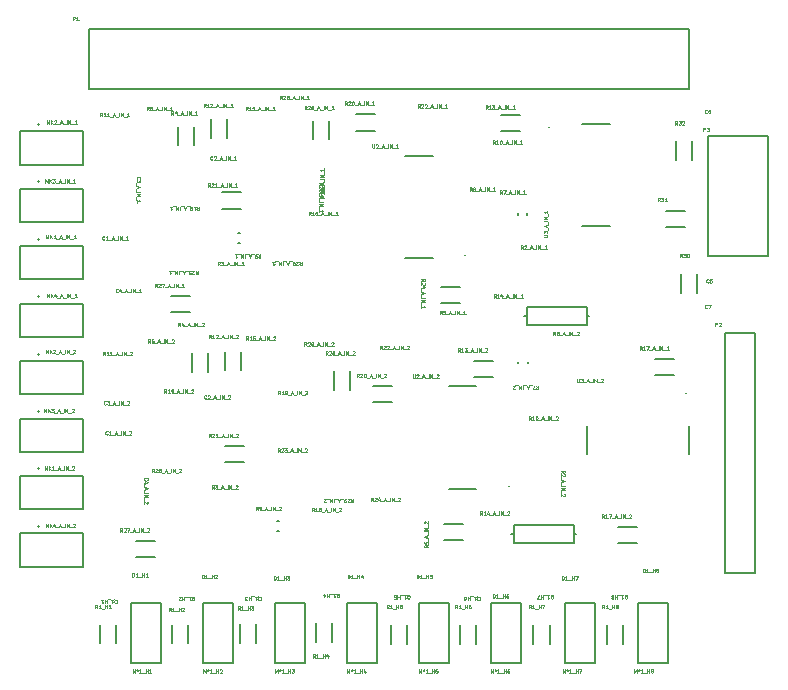
<source format=gbr>
%TF.GenerationSoftware,KiCad,Pcbnew,7.0.1-3b83917a11~172~ubuntu22.04.1*%
%TF.CreationDate,2023-03-24T22:05:32-05:00*%
%TF.ProjectId,pi_hat_forclayton3,70695f68-6174-45f6-966f-72636c617974,rev?*%
%TF.SameCoordinates,Original*%
%TF.FileFunction,Legend,Top*%
%TF.FilePolarity,Positive*%
%FSLAX46Y46*%
G04 Gerber Fmt 4.6, Leading zero omitted, Abs format (unit mm)*
G04 Created by KiCad (PCBNEW 7.0.1-3b83917a11~172~ubuntu22.04.1) date 2023-03-24 22:05:32*
%MOMM*%
%LPD*%
G01*
G04 APERTURE LIST*
%ADD10C,0.072202*%
%ADD11C,0.150000*%
%ADD12C,0.127000*%
%ADD13C,0.200000*%
%ADD14C,0.249987*%
G04 APERTURE END LIST*
D10*
%TO.C,Q1_H7*%
X47239715Y-50021620D02*
X47268646Y-50035373D01*
X47268646Y-50035373D02*
X47297577Y-50062879D01*
X47297577Y-50062879D02*
X47340974Y-50104137D01*
X47340974Y-50104137D02*
X47369905Y-50117890D01*
X47369905Y-50117890D02*
X47398837Y-50117890D01*
X47384371Y-50049126D02*
X47413302Y-50062879D01*
X47413302Y-50062879D02*
X47442233Y-50090384D01*
X47442233Y-50090384D02*
X47456699Y-50145395D01*
X47456699Y-50145395D02*
X47456699Y-50241665D01*
X47456699Y-50241665D02*
X47442233Y-50296676D01*
X47442233Y-50296676D02*
X47413302Y-50324182D01*
X47413302Y-50324182D02*
X47384371Y-50337935D01*
X47384371Y-50337935D02*
X47326508Y-50337935D01*
X47326508Y-50337935D02*
X47297577Y-50324182D01*
X47297577Y-50324182D02*
X47268646Y-50296676D01*
X47268646Y-50296676D02*
X47254180Y-50241665D01*
X47254180Y-50241665D02*
X47254180Y-50145395D01*
X47254180Y-50145395D02*
X47268646Y-50090384D01*
X47268646Y-50090384D02*
X47297577Y-50062879D01*
X47297577Y-50062879D02*
X47326508Y-50049126D01*
X47326508Y-50049126D02*
X47384371Y-50049126D01*
X46964868Y-50049126D02*
X47138455Y-50049126D01*
X47051661Y-50049126D02*
X47051661Y-50337935D01*
X47051661Y-50337935D02*
X47080593Y-50296676D01*
X47080593Y-50296676D02*
X47109524Y-50269171D01*
X47109524Y-50269171D02*
X47138455Y-50255418D01*
X46907006Y-50021620D02*
X46675556Y-50021620D01*
X46603227Y-50049126D02*
X46603227Y-50337935D01*
X46603227Y-50200407D02*
X46429640Y-50200407D01*
X46429640Y-50049126D02*
X46429640Y-50337935D01*
X46313915Y-50337935D02*
X46111396Y-50337935D01*
X46111396Y-50337935D02*
X46241587Y-50049126D01*
D11*
%TO.C,*%
D10*
%TO.C,R31*%
X56507508Y-16687479D02*
X56406249Y-16549951D01*
X56333921Y-16687479D02*
X56333921Y-16398670D01*
X56333921Y-16398670D02*
X56449646Y-16398670D01*
X56449646Y-16398670D02*
X56478577Y-16412423D01*
X56478577Y-16412423D02*
X56493042Y-16426176D01*
X56493042Y-16426176D02*
X56507508Y-16453682D01*
X56507508Y-16453682D02*
X56507508Y-16494940D01*
X56507508Y-16494940D02*
X56493042Y-16522446D01*
X56493042Y-16522446D02*
X56478577Y-16536198D01*
X56478577Y-16536198D02*
X56449646Y-16549951D01*
X56449646Y-16549951D02*
X56333921Y-16549951D01*
X56608767Y-16398670D02*
X56796820Y-16398670D01*
X56796820Y-16398670D02*
X56695561Y-16508693D01*
X56695561Y-16508693D02*
X56738958Y-16508693D01*
X56738958Y-16508693D02*
X56767889Y-16522446D01*
X56767889Y-16522446D02*
X56782355Y-16536198D01*
X56782355Y-16536198D02*
X56796820Y-16563704D01*
X56796820Y-16563704D02*
X56796820Y-16632468D01*
X56796820Y-16632468D02*
X56782355Y-16659974D01*
X56782355Y-16659974D02*
X56767889Y-16673727D01*
X56767889Y-16673727D02*
X56738958Y-16687479D01*
X56738958Y-16687479D02*
X56652164Y-16687479D01*
X56652164Y-16687479D02*
X56623233Y-16673727D01*
X56623233Y-16673727D02*
X56608767Y-16659974D01*
X57086132Y-16687479D02*
X56912545Y-16687479D01*
X56999339Y-16687479D02*
X56999339Y-16398670D01*
X56999339Y-16398670D02*
X56970407Y-16439929D01*
X56970407Y-16439929D02*
X56941476Y-16467434D01*
X56941476Y-16467434D02*
X56912545Y-16481187D01*
%TO.C,R23_A_IN_1*%
X27646351Y-15319668D02*
X27783879Y-15218409D01*
X27646351Y-15146081D02*
X27935160Y-15146081D01*
X27935160Y-15146081D02*
X27935160Y-15261806D01*
X27935160Y-15261806D02*
X27921407Y-15290737D01*
X27921407Y-15290737D02*
X27907654Y-15305202D01*
X27907654Y-15305202D02*
X27880148Y-15319668D01*
X27880148Y-15319668D02*
X27838890Y-15319668D01*
X27838890Y-15319668D02*
X27811384Y-15305202D01*
X27811384Y-15305202D02*
X27797632Y-15290737D01*
X27797632Y-15290737D02*
X27783879Y-15261806D01*
X27783879Y-15261806D02*
X27783879Y-15146081D01*
X27907654Y-15435393D02*
X27921407Y-15449859D01*
X27921407Y-15449859D02*
X27935160Y-15478790D01*
X27935160Y-15478790D02*
X27935160Y-15551118D01*
X27935160Y-15551118D02*
X27921407Y-15580049D01*
X27921407Y-15580049D02*
X27907654Y-15594515D01*
X27907654Y-15594515D02*
X27880148Y-15608980D01*
X27880148Y-15608980D02*
X27852643Y-15608980D01*
X27852643Y-15608980D02*
X27811384Y-15594515D01*
X27811384Y-15594515D02*
X27646351Y-15420927D01*
X27646351Y-15420927D02*
X27646351Y-15608980D01*
X27935160Y-15710239D02*
X27935160Y-15898292D01*
X27935160Y-15898292D02*
X27825137Y-15797033D01*
X27825137Y-15797033D02*
X27825137Y-15840430D01*
X27825137Y-15840430D02*
X27811384Y-15869361D01*
X27811384Y-15869361D02*
X27797632Y-15883827D01*
X27797632Y-15883827D02*
X27770126Y-15898292D01*
X27770126Y-15898292D02*
X27701362Y-15898292D01*
X27701362Y-15898292D02*
X27673856Y-15883827D01*
X27673856Y-15883827D02*
X27660104Y-15869361D01*
X27660104Y-15869361D02*
X27646351Y-15840430D01*
X27646351Y-15840430D02*
X27646351Y-15753636D01*
X27646351Y-15753636D02*
X27660104Y-15724705D01*
X27660104Y-15724705D02*
X27673856Y-15710239D01*
X27618845Y-15956155D02*
X27618845Y-16187604D01*
X27728868Y-16245467D02*
X27728868Y-16390123D01*
X27646351Y-16216536D02*
X27935160Y-16317795D01*
X27935160Y-16317795D02*
X27646351Y-16419054D01*
X27618845Y-16447986D02*
X27618845Y-16679435D01*
X27646351Y-16751764D02*
X27935160Y-16751764D01*
X27646351Y-16896420D02*
X27935160Y-16896420D01*
X27935160Y-16896420D02*
X27646351Y-17070007D01*
X27646351Y-17070007D02*
X27935160Y-17070007D01*
X27618845Y-17142336D02*
X27618845Y-17373785D01*
X27646351Y-17605235D02*
X27646351Y-17431648D01*
X27646351Y-17518442D02*
X27935160Y-17518442D01*
X27935160Y-17518442D02*
X27893901Y-17489510D01*
X27893901Y-17489510D02*
X27866396Y-17460579D01*
X27866396Y-17460579D02*
X27852643Y-17431648D01*
%TO.C,R19_A_IN_1*%
X17303619Y-17156176D02*
X17404878Y-17293704D01*
X17477206Y-17156176D02*
X17477206Y-17444985D01*
X17477206Y-17444985D02*
X17361481Y-17444985D01*
X17361481Y-17444985D02*
X17332550Y-17431232D01*
X17332550Y-17431232D02*
X17318085Y-17417479D01*
X17318085Y-17417479D02*
X17303619Y-17389973D01*
X17303619Y-17389973D02*
X17303619Y-17348715D01*
X17303619Y-17348715D02*
X17318085Y-17321209D01*
X17318085Y-17321209D02*
X17332550Y-17307457D01*
X17332550Y-17307457D02*
X17361481Y-17293704D01*
X17361481Y-17293704D02*
X17477206Y-17293704D01*
X17014307Y-17156176D02*
X17187894Y-17156176D01*
X17101100Y-17156176D02*
X17101100Y-17444985D01*
X17101100Y-17444985D02*
X17130032Y-17403726D01*
X17130032Y-17403726D02*
X17158963Y-17376221D01*
X17158963Y-17376221D02*
X17187894Y-17362468D01*
X16869651Y-17156176D02*
X16811788Y-17156176D01*
X16811788Y-17156176D02*
X16782857Y-17169929D01*
X16782857Y-17169929D02*
X16768391Y-17183681D01*
X16768391Y-17183681D02*
X16739460Y-17224940D01*
X16739460Y-17224940D02*
X16724995Y-17279951D01*
X16724995Y-17279951D02*
X16724995Y-17389973D01*
X16724995Y-17389973D02*
X16739460Y-17417479D01*
X16739460Y-17417479D02*
X16753926Y-17431232D01*
X16753926Y-17431232D02*
X16782857Y-17444985D01*
X16782857Y-17444985D02*
X16840720Y-17444985D01*
X16840720Y-17444985D02*
X16869651Y-17431232D01*
X16869651Y-17431232D02*
X16884116Y-17417479D01*
X16884116Y-17417479D02*
X16898582Y-17389973D01*
X16898582Y-17389973D02*
X16898582Y-17321209D01*
X16898582Y-17321209D02*
X16884116Y-17293704D01*
X16884116Y-17293704D02*
X16869651Y-17279951D01*
X16869651Y-17279951D02*
X16840720Y-17266198D01*
X16840720Y-17266198D02*
X16782857Y-17266198D01*
X16782857Y-17266198D02*
X16753926Y-17279951D01*
X16753926Y-17279951D02*
X16739460Y-17293704D01*
X16739460Y-17293704D02*
X16724995Y-17321209D01*
X16667133Y-17128670D02*
X16435683Y-17128670D01*
X16377820Y-17238693D02*
X16233164Y-17238693D01*
X16406751Y-17156176D02*
X16305492Y-17444985D01*
X16305492Y-17444985D02*
X16204233Y-17156176D01*
X16175302Y-17128670D02*
X15943852Y-17128670D01*
X15871523Y-17156176D02*
X15871523Y-17444985D01*
X15726867Y-17156176D02*
X15726867Y-17444985D01*
X15726867Y-17444985D02*
X15553280Y-17156176D01*
X15553280Y-17156176D02*
X15553280Y-17444985D01*
X15480952Y-17128670D02*
X15249502Y-17128670D01*
X15018052Y-17156176D02*
X15191639Y-17156176D01*
X15104845Y-17156176D02*
X15104845Y-17444985D01*
X15104845Y-17444985D02*
X15133777Y-17403726D01*
X15133777Y-17403726D02*
X15162708Y-17376221D01*
X15162708Y-17376221D02*
X15191639Y-17362468D01*
%TO.C,R1_H8*%
X51799536Y-51167623D02*
X51698277Y-51030095D01*
X51625949Y-51167623D02*
X51625949Y-50878814D01*
X51625949Y-50878814D02*
X51741674Y-50878814D01*
X51741674Y-50878814D02*
X51770605Y-50892567D01*
X51770605Y-50892567D02*
X51785070Y-50906320D01*
X51785070Y-50906320D02*
X51799536Y-50933826D01*
X51799536Y-50933826D02*
X51799536Y-50975084D01*
X51799536Y-50975084D02*
X51785070Y-51002590D01*
X51785070Y-51002590D02*
X51770605Y-51016342D01*
X51770605Y-51016342D02*
X51741674Y-51030095D01*
X51741674Y-51030095D02*
X51625949Y-51030095D01*
X52088848Y-51167623D02*
X51915261Y-51167623D01*
X52002055Y-51167623D02*
X52002055Y-50878814D01*
X52002055Y-50878814D02*
X51973123Y-50920073D01*
X51973123Y-50920073D02*
X51944192Y-50947578D01*
X51944192Y-50947578D02*
X51915261Y-50961331D01*
X52146711Y-51195129D02*
X52378160Y-51195129D01*
X52450489Y-51167623D02*
X52450489Y-50878814D01*
X52450489Y-51016342D02*
X52624076Y-51016342D01*
X52624076Y-51167623D02*
X52624076Y-50878814D01*
X52812129Y-51002590D02*
X52783198Y-50988837D01*
X52783198Y-50988837D02*
X52768733Y-50975084D01*
X52768733Y-50975084D02*
X52754267Y-50947578D01*
X52754267Y-50947578D02*
X52754267Y-50933826D01*
X52754267Y-50933826D02*
X52768733Y-50906320D01*
X52768733Y-50906320D02*
X52783198Y-50892567D01*
X52783198Y-50892567D02*
X52812129Y-50878814D01*
X52812129Y-50878814D02*
X52869992Y-50878814D01*
X52869992Y-50878814D02*
X52898923Y-50892567D01*
X52898923Y-50892567D02*
X52913389Y-50906320D01*
X52913389Y-50906320D02*
X52927854Y-50933826D01*
X52927854Y-50933826D02*
X52927854Y-50947578D01*
X52927854Y-50947578D02*
X52913389Y-50975084D01*
X52913389Y-50975084D02*
X52898923Y-50988837D01*
X52898923Y-50988837D02*
X52869992Y-51002590D01*
X52869992Y-51002590D02*
X52812129Y-51002590D01*
X52812129Y-51002590D02*
X52783198Y-51016342D01*
X52783198Y-51016342D02*
X52768733Y-51030095D01*
X52768733Y-51030095D02*
X52754267Y-51057601D01*
X52754267Y-51057601D02*
X52754267Y-51112612D01*
X52754267Y-51112612D02*
X52768733Y-51140118D01*
X52768733Y-51140118D02*
X52783198Y-51153871D01*
X52783198Y-51153871D02*
X52812129Y-51167623D01*
X52812129Y-51167623D02*
X52869992Y-51167623D01*
X52869992Y-51167623D02*
X52898923Y-51153871D01*
X52898923Y-51153871D02*
X52913389Y-51140118D01*
X52913389Y-51140118D02*
X52927854Y-51112612D01*
X52927854Y-51112612D02*
X52927854Y-51057601D01*
X52927854Y-51057601D02*
X52913389Y-51030095D01*
X52913389Y-51030095D02*
X52898923Y-51016342D01*
X52898923Y-51016342D02*
X52869992Y-51002590D01*
D11*
%TO.C,*%
D10*
%TO.C,R2_A_IN_1*%
X44902080Y-20721863D02*
X44800821Y-20584335D01*
X44728493Y-20721863D02*
X44728493Y-20433054D01*
X44728493Y-20433054D02*
X44844218Y-20433054D01*
X44844218Y-20433054D02*
X44873149Y-20446807D01*
X44873149Y-20446807D02*
X44887614Y-20460560D01*
X44887614Y-20460560D02*
X44902080Y-20488066D01*
X44902080Y-20488066D02*
X44902080Y-20529324D01*
X44902080Y-20529324D02*
X44887614Y-20556830D01*
X44887614Y-20556830D02*
X44873149Y-20570582D01*
X44873149Y-20570582D02*
X44844218Y-20584335D01*
X44844218Y-20584335D02*
X44728493Y-20584335D01*
X45017805Y-20460560D02*
X45032271Y-20446807D01*
X45032271Y-20446807D02*
X45061202Y-20433054D01*
X45061202Y-20433054D02*
X45133530Y-20433054D01*
X45133530Y-20433054D02*
X45162461Y-20446807D01*
X45162461Y-20446807D02*
X45176927Y-20460560D01*
X45176927Y-20460560D02*
X45191392Y-20488066D01*
X45191392Y-20488066D02*
X45191392Y-20515571D01*
X45191392Y-20515571D02*
X45176927Y-20556830D01*
X45176927Y-20556830D02*
X45003339Y-20721863D01*
X45003339Y-20721863D02*
X45191392Y-20721863D01*
X45249255Y-20749369D02*
X45480704Y-20749369D01*
X45538567Y-20639346D02*
X45683223Y-20639346D01*
X45509636Y-20721863D02*
X45610895Y-20433054D01*
X45610895Y-20433054D02*
X45712154Y-20721863D01*
X45741086Y-20749369D02*
X45972535Y-20749369D01*
X46044864Y-20721863D02*
X46044864Y-20433054D01*
X46189520Y-20721863D02*
X46189520Y-20433054D01*
X46189520Y-20433054D02*
X46363107Y-20721863D01*
X46363107Y-20721863D02*
X46363107Y-20433054D01*
X46435436Y-20749369D02*
X46666885Y-20749369D01*
X46898335Y-20721863D02*
X46724748Y-20721863D01*
X46811542Y-20721863D02*
X46811542Y-20433054D01*
X46811542Y-20433054D02*
X46782610Y-20474313D01*
X46782610Y-20474313D02*
X46753679Y-20501818D01*
X46753679Y-20501818D02*
X46724748Y-20515571D01*
%TO.C,R20_A_IN_1*%
X30008488Y-8529863D02*
X29907229Y-8392335D01*
X29834901Y-8529863D02*
X29834901Y-8241054D01*
X29834901Y-8241054D02*
X29950626Y-8241054D01*
X29950626Y-8241054D02*
X29979557Y-8254807D01*
X29979557Y-8254807D02*
X29994022Y-8268560D01*
X29994022Y-8268560D02*
X30008488Y-8296066D01*
X30008488Y-8296066D02*
X30008488Y-8337324D01*
X30008488Y-8337324D02*
X29994022Y-8364830D01*
X29994022Y-8364830D02*
X29979557Y-8378582D01*
X29979557Y-8378582D02*
X29950626Y-8392335D01*
X29950626Y-8392335D02*
X29834901Y-8392335D01*
X30124213Y-8268560D02*
X30138679Y-8254807D01*
X30138679Y-8254807D02*
X30167610Y-8241054D01*
X30167610Y-8241054D02*
X30239938Y-8241054D01*
X30239938Y-8241054D02*
X30268869Y-8254807D01*
X30268869Y-8254807D02*
X30283335Y-8268560D01*
X30283335Y-8268560D02*
X30297800Y-8296066D01*
X30297800Y-8296066D02*
X30297800Y-8323571D01*
X30297800Y-8323571D02*
X30283335Y-8364830D01*
X30283335Y-8364830D02*
X30109747Y-8529863D01*
X30109747Y-8529863D02*
X30297800Y-8529863D01*
X30485853Y-8241054D02*
X30514784Y-8241054D01*
X30514784Y-8241054D02*
X30543716Y-8254807D01*
X30543716Y-8254807D02*
X30558181Y-8268560D01*
X30558181Y-8268560D02*
X30572647Y-8296066D01*
X30572647Y-8296066D02*
X30587112Y-8351077D01*
X30587112Y-8351077D02*
X30587112Y-8419841D01*
X30587112Y-8419841D02*
X30572647Y-8474852D01*
X30572647Y-8474852D02*
X30558181Y-8502358D01*
X30558181Y-8502358D02*
X30543716Y-8516111D01*
X30543716Y-8516111D02*
X30514784Y-8529863D01*
X30514784Y-8529863D02*
X30485853Y-8529863D01*
X30485853Y-8529863D02*
X30456922Y-8516111D01*
X30456922Y-8516111D02*
X30442456Y-8502358D01*
X30442456Y-8502358D02*
X30427991Y-8474852D01*
X30427991Y-8474852D02*
X30413525Y-8419841D01*
X30413525Y-8419841D02*
X30413525Y-8351077D01*
X30413525Y-8351077D02*
X30427991Y-8296066D01*
X30427991Y-8296066D02*
X30442456Y-8268560D01*
X30442456Y-8268560D02*
X30456922Y-8254807D01*
X30456922Y-8254807D02*
X30485853Y-8241054D01*
X30644975Y-8557369D02*
X30876424Y-8557369D01*
X30934287Y-8447346D02*
X31078943Y-8447346D01*
X30905356Y-8529863D02*
X31006615Y-8241054D01*
X31006615Y-8241054D02*
X31107874Y-8529863D01*
X31136806Y-8557369D02*
X31368255Y-8557369D01*
X31440584Y-8529863D02*
X31440584Y-8241054D01*
X31585240Y-8529863D02*
X31585240Y-8241054D01*
X31585240Y-8241054D02*
X31758827Y-8529863D01*
X31758827Y-8529863D02*
X31758827Y-8241054D01*
X31831156Y-8557369D02*
X32062605Y-8557369D01*
X32294055Y-8529863D02*
X32120468Y-8529863D01*
X32207262Y-8529863D02*
X32207262Y-8241054D01*
X32207262Y-8241054D02*
X32178330Y-8282313D01*
X32178330Y-8282313D02*
X32149399Y-8309818D01*
X32149399Y-8309818D02*
X32120468Y-8323571D01*
%TO.C,M\u002A1_H8*%
X54321825Y-56605636D02*
X54321825Y-56316827D01*
X54321825Y-56316827D02*
X54423084Y-56523119D01*
X54423084Y-56523119D02*
X54524343Y-56316827D01*
X54524343Y-56316827D02*
X54524343Y-56605636D01*
X54712396Y-56316827D02*
X54712396Y-56385591D01*
X54640068Y-56358086D02*
X54712396Y-56385591D01*
X54712396Y-56385591D02*
X54784725Y-56358086D01*
X54669000Y-56440603D02*
X54712396Y-56385591D01*
X54712396Y-56385591D02*
X54755793Y-56440603D01*
X55059571Y-56605636D02*
X54885984Y-56605636D01*
X54972778Y-56605636D02*
X54972778Y-56316827D01*
X54972778Y-56316827D02*
X54943846Y-56358086D01*
X54943846Y-56358086D02*
X54914915Y-56385591D01*
X54914915Y-56385591D02*
X54885984Y-56399344D01*
X55117434Y-56633142D02*
X55348883Y-56633142D01*
X55421212Y-56605636D02*
X55421212Y-56316827D01*
X55421212Y-56454355D02*
X55594799Y-56454355D01*
X55594799Y-56605636D02*
X55594799Y-56316827D01*
X55782852Y-56440603D02*
X55753921Y-56426850D01*
X55753921Y-56426850D02*
X55739456Y-56413097D01*
X55739456Y-56413097D02*
X55724990Y-56385591D01*
X55724990Y-56385591D02*
X55724990Y-56371839D01*
X55724990Y-56371839D02*
X55739456Y-56344333D01*
X55739456Y-56344333D02*
X55753921Y-56330580D01*
X55753921Y-56330580D02*
X55782852Y-56316827D01*
X55782852Y-56316827D02*
X55840715Y-56316827D01*
X55840715Y-56316827D02*
X55869646Y-56330580D01*
X55869646Y-56330580D02*
X55884112Y-56344333D01*
X55884112Y-56344333D02*
X55898577Y-56371839D01*
X55898577Y-56371839D02*
X55898577Y-56385591D01*
X55898577Y-56385591D02*
X55884112Y-56413097D01*
X55884112Y-56413097D02*
X55869646Y-56426850D01*
X55869646Y-56426850D02*
X55840715Y-56440603D01*
X55840715Y-56440603D02*
X55782852Y-56440603D01*
X55782852Y-56440603D02*
X55753921Y-56454355D01*
X55753921Y-56454355D02*
X55739456Y-56468108D01*
X55739456Y-56468108D02*
X55724990Y-56495614D01*
X55724990Y-56495614D02*
X55724990Y-56550625D01*
X55724990Y-56550625D02*
X55739456Y-56578131D01*
X55739456Y-56578131D02*
X55753921Y-56591884D01*
X55753921Y-56591884D02*
X55782852Y-56605636D01*
X55782852Y-56605636D02*
X55840715Y-56605636D01*
X55840715Y-56605636D02*
X55869646Y-56591884D01*
X55869646Y-56591884D02*
X55884112Y-56578131D01*
X55884112Y-56578131D02*
X55898577Y-56550625D01*
X55898577Y-56550625D02*
X55898577Y-56495614D01*
X55898577Y-56495614D02*
X55884112Y-56468108D01*
X55884112Y-56468108D02*
X55869646Y-56454355D01*
X55869646Y-56454355D02*
X55840715Y-56440603D01*
%TO.C,R1_H5*%
X33530535Y-51164474D02*
X33429276Y-51026946D01*
X33356948Y-51164474D02*
X33356948Y-50875665D01*
X33356948Y-50875665D02*
X33472673Y-50875665D01*
X33472673Y-50875665D02*
X33501604Y-50889418D01*
X33501604Y-50889418D02*
X33516069Y-50903171D01*
X33516069Y-50903171D02*
X33530535Y-50930677D01*
X33530535Y-50930677D02*
X33530535Y-50971935D01*
X33530535Y-50971935D02*
X33516069Y-50999441D01*
X33516069Y-50999441D02*
X33501604Y-51013193D01*
X33501604Y-51013193D02*
X33472673Y-51026946D01*
X33472673Y-51026946D02*
X33356948Y-51026946D01*
X33819847Y-51164474D02*
X33646260Y-51164474D01*
X33733054Y-51164474D02*
X33733054Y-50875665D01*
X33733054Y-50875665D02*
X33704122Y-50916924D01*
X33704122Y-50916924D02*
X33675191Y-50944429D01*
X33675191Y-50944429D02*
X33646260Y-50958182D01*
X33877710Y-51191980D02*
X34109159Y-51191980D01*
X34181488Y-51164474D02*
X34181488Y-50875665D01*
X34181488Y-51013193D02*
X34355075Y-51013193D01*
X34355075Y-51164474D02*
X34355075Y-50875665D01*
X34644388Y-50875665D02*
X34499732Y-50875665D01*
X34499732Y-50875665D02*
X34485266Y-51013193D01*
X34485266Y-51013193D02*
X34499732Y-50999441D01*
X34499732Y-50999441D02*
X34528663Y-50985688D01*
X34528663Y-50985688D02*
X34600991Y-50985688D01*
X34600991Y-50985688D02*
X34629922Y-50999441D01*
X34629922Y-50999441D02*
X34644388Y-51013193D01*
X34644388Y-51013193D02*
X34658853Y-51040699D01*
X34658853Y-51040699D02*
X34658853Y-51109463D01*
X34658853Y-51109463D02*
X34644388Y-51136969D01*
X34644388Y-51136969D02*
X34629922Y-51150722D01*
X34629922Y-51150722D02*
X34600991Y-51164474D01*
X34600991Y-51164474D02*
X34528663Y-51164474D01*
X34528663Y-51164474D02*
X34499732Y-51150722D01*
X34499732Y-51150722D02*
X34485266Y-51136969D01*
%TO.C,R23_A_IN_2*%
X24316069Y-37905648D02*
X24214810Y-37768120D01*
X24142482Y-37905648D02*
X24142482Y-37616839D01*
X24142482Y-37616839D02*
X24258207Y-37616839D01*
X24258207Y-37616839D02*
X24287138Y-37630592D01*
X24287138Y-37630592D02*
X24301603Y-37644345D01*
X24301603Y-37644345D02*
X24316069Y-37671851D01*
X24316069Y-37671851D02*
X24316069Y-37713109D01*
X24316069Y-37713109D02*
X24301603Y-37740615D01*
X24301603Y-37740615D02*
X24287138Y-37754367D01*
X24287138Y-37754367D02*
X24258207Y-37768120D01*
X24258207Y-37768120D02*
X24142482Y-37768120D01*
X24431794Y-37644345D02*
X24446260Y-37630592D01*
X24446260Y-37630592D02*
X24475191Y-37616839D01*
X24475191Y-37616839D02*
X24547519Y-37616839D01*
X24547519Y-37616839D02*
X24576450Y-37630592D01*
X24576450Y-37630592D02*
X24590916Y-37644345D01*
X24590916Y-37644345D02*
X24605381Y-37671851D01*
X24605381Y-37671851D02*
X24605381Y-37699356D01*
X24605381Y-37699356D02*
X24590916Y-37740615D01*
X24590916Y-37740615D02*
X24417328Y-37905648D01*
X24417328Y-37905648D02*
X24605381Y-37905648D01*
X24706640Y-37616839D02*
X24894693Y-37616839D01*
X24894693Y-37616839D02*
X24793434Y-37726862D01*
X24793434Y-37726862D02*
X24836831Y-37726862D01*
X24836831Y-37726862D02*
X24865762Y-37740615D01*
X24865762Y-37740615D02*
X24880228Y-37754367D01*
X24880228Y-37754367D02*
X24894693Y-37781873D01*
X24894693Y-37781873D02*
X24894693Y-37850637D01*
X24894693Y-37850637D02*
X24880228Y-37878143D01*
X24880228Y-37878143D02*
X24865762Y-37891896D01*
X24865762Y-37891896D02*
X24836831Y-37905648D01*
X24836831Y-37905648D02*
X24750037Y-37905648D01*
X24750037Y-37905648D02*
X24721106Y-37891896D01*
X24721106Y-37891896D02*
X24706640Y-37878143D01*
X24952556Y-37933154D02*
X25184005Y-37933154D01*
X25241868Y-37823131D02*
X25386524Y-37823131D01*
X25212937Y-37905648D02*
X25314196Y-37616839D01*
X25314196Y-37616839D02*
X25415455Y-37905648D01*
X25444387Y-37933154D02*
X25675836Y-37933154D01*
X25748165Y-37905648D02*
X25748165Y-37616839D01*
X25892821Y-37905648D02*
X25892821Y-37616839D01*
X25892821Y-37616839D02*
X26066408Y-37905648D01*
X26066408Y-37905648D02*
X26066408Y-37616839D01*
X26138737Y-37933154D02*
X26370186Y-37933154D01*
X26428049Y-37644345D02*
X26442515Y-37630592D01*
X26442515Y-37630592D02*
X26471446Y-37616839D01*
X26471446Y-37616839D02*
X26543774Y-37616839D01*
X26543774Y-37616839D02*
X26572705Y-37630592D01*
X26572705Y-37630592D02*
X26587171Y-37644345D01*
X26587171Y-37644345D02*
X26601636Y-37671851D01*
X26601636Y-37671851D02*
X26601636Y-37699356D01*
X26601636Y-37699356D02*
X26587171Y-37740615D01*
X26587171Y-37740615D02*
X26413583Y-37905648D01*
X26413583Y-37905648D02*
X26601636Y-37905648D01*
%TO.C,R17_A_IN_1*%
X54953980Y-29282221D02*
X54852721Y-29144693D01*
X54780393Y-29282221D02*
X54780393Y-28993412D01*
X54780393Y-28993412D02*
X54896118Y-28993412D01*
X54896118Y-28993412D02*
X54925049Y-29007165D01*
X54925049Y-29007165D02*
X54939514Y-29020918D01*
X54939514Y-29020918D02*
X54953980Y-29048424D01*
X54953980Y-29048424D02*
X54953980Y-29089682D01*
X54953980Y-29089682D02*
X54939514Y-29117188D01*
X54939514Y-29117188D02*
X54925049Y-29130940D01*
X54925049Y-29130940D02*
X54896118Y-29144693D01*
X54896118Y-29144693D02*
X54780393Y-29144693D01*
X55243292Y-29282221D02*
X55069705Y-29282221D01*
X55156499Y-29282221D02*
X55156499Y-28993412D01*
X55156499Y-28993412D02*
X55127567Y-29034671D01*
X55127567Y-29034671D02*
X55098636Y-29062176D01*
X55098636Y-29062176D02*
X55069705Y-29075929D01*
X55344551Y-28993412D02*
X55547070Y-28993412D01*
X55547070Y-28993412D02*
X55416879Y-29282221D01*
X55590467Y-29309727D02*
X55821916Y-29309727D01*
X55879779Y-29199704D02*
X56024435Y-29199704D01*
X55850848Y-29282221D02*
X55952107Y-28993412D01*
X55952107Y-28993412D02*
X56053366Y-29282221D01*
X56082298Y-29309727D02*
X56313747Y-29309727D01*
X56386076Y-29282221D02*
X56386076Y-28993412D01*
X56530732Y-29282221D02*
X56530732Y-28993412D01*
X56530732Y-28993412D02*
X56704319Y-29282221D01*
X56704319Y-29282221D02*
X56704319Y-28993412D01*
X56776648Y-29309727D02*
X57008097Y-29309727D01*
X57239547Y-29282221D02*
X57065960Y-29282221D01*
X57152754Y-29282221D02*
X57152754Y-28993412D01*
X57152754Y-28993412D02*
X57123822Y-29034671D01*
X57123822Y-29034671D02*
X57094891Y-29062176D01*
X57094891Y-29062176D02*
X57065960Y-29075929D01*
%TO.C,C2_A_IN_1*%
X18607238Y-13144131D02*
X18592772Y-13157884D01*
X18592772Y-13157884D02*
X18549376Y-13171636D01*
X18549376Y-13171636D02*
X18520444Y-13171636D01*
X18520444Y-13171636D02*
X18477047Y-13157884D01*
X18477047Y-13157884D02*
X18448116Y-13130378D01*
X18448116Y-13130378D02*
X18433651Y-13102872D01*
X18433651Y-13102872D02*
X18419185Y-13047861D01*
X18419185Y-13047861D02*
X18419185Y-13006603D01*
X18419185Y-13006603D02*
X18433651Y-12951591D01*
X18433651Y-12951591D02*
X18448116Y-12924086D01*
X18448116Y-12924086D02*
X18477047Y-12896580D01*
X18477047Y-12896580D02*
X18520444Y-12882827D01*
X18520444Y-12882827D02*
X18549376Y-12882827D01*
X18549376Y-12882827D02*
X18592772Y-12896580D01*
X18592772Y-12896580D02*
X18607238Y-12910333D01*
X18722963Y-12910333D02*
X18737429Y-12896580D01*
X18737429Y-12896580D02*
X18766360Y-12882827D01*
X18766360Y-12882827D02*
X18838688Y-12882827D01*
X18838688Y-12882827D02*
X18867619Y-12896580D01*
X18867619Y-12896580D02*
X18882085Y-12910333D01*
X18882085Y-12910333D02*
X18896550Y-12937839D01*
X18896550Y-12937839D02*
X18896550Y-12965344D01*
X18896550Y-12965344D02*
X18882085Y-13006603D01*
X18882085Y-13006603D02*
X18708497Y-13171636D01*
X18708497Y-13171636D02*
X18896550Y-13171636D01*
X18954413Y-13199142D02*
X19185862Y-13199142D01*
X19243725Y-13089119D02*
X19388381Y-13089119D01*
X19214794Y-13171636D02*
X19316053Y-12882827D01*
X19316053Y-12882827D02*
X19417312Y-13171636D01*
X19446244Y-13199142D02*
X19677693Y-13199142D01*
X19750022Y-13171636D02*
X19750022Y-12882827D01*
X19894678Y-13171636D02*
X19894678Y-12882827D01*
X19894678Y-12882827D02*
X20068265Y-13171636D01*
X20068265Y-13171636D02*
X20068265Y-12882827D01*
X20140594Y-13199142D02*
X20372043Y-13199142D01*
X20603493Y-13171636D02*
X20429906Y-13171636D01*
X20516700Y-13171636D02*
X20516700Y-12882827D01*
X20516700Y-12882827D02*
X20487768Y-12924086D01*
X20487768Y-12924086D02*
X20458837Y-12951591D01*
X20458837Y-12951591D02*
X20429906Y-12965344D01*
%TO.C,P3*%
X60178512Y-10743879D02*
X60178512Y-10455070D01*
X60178512Y-10455070D02*
X60294237Y-10455070D01*
X60294237Y-10455070D02*
X60323168Y-10468823D01*
X60323168Y-10468823D02*
X60337633Y-10482576D01*
X60337633Y-10482576D02*
X60352099Y-10510082D01*
X60352099Y-10510082D02*
X60352099Y-10551340D01*
X60352099Y-10551340D02*
X60337633Y-10578846D01*
X60337633Y-10578846D02*
X60323168Y-10592598D01*
X60323168Y-10592598D02*
X60294237Y-10606351D01*
X60294237Y-10606351D02*
X60178512Y-10606351D01*
X60453358Y-10455070D02*
X60641411Y-10455070D01*
X60641411Y-10455070D02*
X60540152Y-10565093D01*
X60540152Y-10565093D02*
X60583549Y-10565093D01*
X60583549Y-10565093D02*
X60612480Y-10578846D01*
X60612480Y-10578846D02*
X60626946Y-10592598D01*
X60626946Y-10592598D02*
X60641411Y-10620104D01*
X60641411Y-10620104D02*
X60641411Y-10688868D01*
X60641411Y-10688868D02*
X60626946Y-10716374D01*
X60626946Y-10716374D02*
X60612480Y-10730127D01*
X60612480Y-10730127D02*
X60583549Y-10743879D01*
X60583549Y-10743879D02*
X60496755Y-10743879D01*
X60496755Y-10743879D02*
X60467824Y-10730127D01*
X60467824Y-10730127D02*
X60453358Y-10716374D01*
%TO.C,D1_H7*%
X48208632Y-48731636D02*
X48208632Y-48442827D01*
X48208632Y-48442827D02*
X48280960Y-48442827D01*
X48280960Y-48442827D02*
X48324357Y-48456580D01*
X48324357Y-48456580D02*
X48353288Y-48484086D01*
X48353288Y-48484086D02*
X48367753Y-48511591D01*
X48367753Y-48511591D02*
X48382219Y-48566603D01*
X48382219Y-48566603D02*
X48382219Y-48607861D01*
X48382219Y-48607861D02*
X48367753Y-48662872D01*
X48367753Y-48662872D02*
X48353288Y-48690378D01*
X48353288Y-48690378D02*
X48324357Y-48717884D01*
X48324357Y-48717884D02*
X48280960Y-48731636D01*
X48280960Y-48731636D02*
X48208632Y-48731636D01*
X48671531Y-48731636D02*
X48497944Y-48731636D01*
X48584738Y-48731636D02*
X48584738Y-48442827D01*
X48584738Y-48442827D02*
X48555806Y-48484086D01*
X48555806Y-48484086D02*
X48526875Y-48511591D01*
X48526875Y-48511591D02*
X48497944Y-48525344D01*
X48729394Y-48759142D02*
X48960843Y-48759142D01*
X49033172Y-48731636D02*
X49033172Y-48442827D01*
X49033172Y-48580355D02*
X49206759Y-48580355D01*
X49206759Y-48731636D02*
X49206759Y-48442827D01*
X49322484Y-48442827D02*
X49525003Y-48442827D01*
X49525003Y-48442827D02*
X49394812Y-48731636D01*
%TO.C,D1_H6*%
X42366632Y-50255636D02*
X42366632Y-49966827D01*
X42366632Y-49966827D02*
X42438960Y-49966827D01*
X42438960Y-49966827D02*
X42482357Y-49980580D01*
X42482357Y-49980580D02*
X42511288Y-50008086D01*
X42511288Y-50008086D02*
X42525753Y-50035591D01*
X42525753Y-50035591D02*
X42540219Y-50090603D01*
X42540219Y-50090603D02*
X42540219Y-50131861D01*
X42540219Y-50131861D02*
X42525753Y-50186872D01*
X42525753Y-50186872D02*
X42511288Y-50214378D01*
X42511288Y-50214378D02*
X42482357Y-50241884D01*
X42482357Y-50241884D02*
X42438960Y-50255636D01*
X42438960Y-50255636D02*
X42366632Y-50255636D01*
X42829531Y-50255636D02*
X42655944Y-50255636D01*
X42742738Y-50255636D02*
X42742738Y-49966827D01*
X42742738Y-49966827D02*
X42713806Y-50008086D01*
X42713806Y-50008086D02*
X42684875Y-50035591D01*
X42684875Y-50035591D02*
X42655944Y-50049344D01*
X42887394Y-50283142D02*
X43118843Y-50283142D01*
X43191172Y-50255636D02*
X43191172Y-49966827D01*
X43191172Y-50104355D02*
X43364759Y-50104355D01*
X43364759Y-50255636D02*
X43364759Y-49966827D01*
X43639606Y-49966827D02*
X43581744Y-49966827D01*
X43581744Y-49966827D02*
X43552812Y-49980580D01*
X43552812Y-49980580D02*
X43538347Y-49994333D01*
X43538347Y-49994333D02*
X43509416Y-50035591D01*
X43509416Y-50035591D02*
X43494950Y-50090603D01*
X43494950Y-50090603D02*
X43494950Y-50200625D01*
X43494950Y-50200625D02*
X43509416Y-50228131D01*
X43509416Y-50228131D02*
X43523881Y-50241884D01*
X43523881Y-50241884D02*
X43552812Y-50255636D01*
X43552812Y-50255636D02*
X43610675Y-50255636D01*
X43610675Y-50255636D02*
X43639606Y-50241884D01*
X43639606Y-50241884D02*
X43654072Y-50228131D01*
X43654072Y-50228131D02*
X43668537Y-50200625D01*
X43668537Y-50200625D02*
X43668537Y-50131861D01*
X43668537Y-50131861D02*
X43654072Y-50104355D01*
X43654072Y-50104355D02*
X43639606Y-50090603D01*
X43639606Y-50090603D02*
X43610675Y-50076850D01*
X43610675Y-50076850D02*
X43552812Y-50076850D01*
X43552812Y-50076850D02*
X43523881Y-50090603D01*
X43523881Y-50090603D02*
X43509416Y-50104355D01*
X43509416Y-50104355D02*
X43494950Y-50131861D01*
%TO.C,R12_A_IN_2*%
X18477447Y-28284636D02*
X18376188Y-28147108D01*
X18303860Y-28284636D02*
X18303860Y-27995827D01*
X18303860Y-27995827D02*
X18419585Y-27995827D01*
X18419585Y-27995827D02*
X18448516Y-28009580D01*
X18448516Y-28009580D02*
X18462981Y-28023333D01*
X18462981Y-28023333D02*
X18477447Y-28050839D01*
X18477447Y-28050839D02*
X18477447Y-28092097D01*
X18477447Y-28092097D02*
X18462981Y-28119603D01*
X18462981Y-28119603D02*
X18448516Y-28133355D01*
X18448516Y-28133355D02*
X18419585Y-28147108D01*
X18419585Y-28147108D02*
X18303860Y-28147108D01*
X18766759Y-28284636D02*
X18593172Y-28284636D01*
X18679966Y-28284636D02*
X18679966Y-27995827D01*
X18679966Y-27995827D02*
X18651034Y-28037086D01*
X18651034Y-28037086D02*
X18622103Y-28064591D01*
X18622103Y-28064591D02*
X18593172Y-28078344D01*
X18882484Y-28023333D02*
X18896950Y-28009580D01*
X18896950Y-28009580D02*
X18925881Y-27995827D01*
X18925881Y-27995827D02*
X18998209Y-27995827D01*
X18998209Y-27995827D02*
X19027140Y-28009580D01*
X19027140Y-28009580D02*
X19041606Y-28023333D01*
X19041606Y-28023333D02*
X19056071Y-28050839D01*
X19056071Y-28050839D02*
X19056071Y-28078344D01*
X19056071Y-28078344D02*
X19041606Y-28119603D01*
X19041606Y-28119603D02*
X18868018Y-28284636D01*
X18868018Y-28284636D02*
X19056071Y-28284636D01*
X19113934Y-28312142D02*
X19345383Y-28312142D01*
X19403246Y-28202119D02*
X19547902Y-28202119D01*
X19374315Y-28284636D02*
X19475574Y-27995827D01*
X19475574Y-27995827D02*
X19576833Y-28284636D01*
X19605765Y-28312142D02*
X19837214Y-28312142D01*
X19909543Y-28284636D02*
X19909543Y-27995827D01*
X20054199Y-28284636D02*
X20054199Y-27995827D01*
X20054199Y-27995827D02*
X20227786Y-28284636D01*
X20227786Y-28284636D02*
X20227786Y-27995827D01*
X20300115Y-28312142D02*
X20531564Y-28312142D01*
X20589427Y-28023333D02*
X20603893Y-28009580D01*
X20603893Y-28009580D02*
X20632824Y-27995827D01*
X20632824Y-27995827D02*
X20705152Y-27995827D01*
X20705152Y-27995827D02*
X20734083Y-28009580D01*
X20734083Y-28009580D02*
X20748549Y-28023333D01*
X20748549Y-28023333D02*
X20763014Y-28050839D01*
X20763014Y-28050839D02*
X20763014Y-28078344D01*
X20763014Y-28078344D02*
X20748549Y-28119603D01*
X20748549Y-28119603D02*
X20574961Y-28284636D01*
X20574961Y-28284636D02*
X20763014Y-28284636D01*
%TO.C,R21_A_IN_1*%
X18413947Y-15457636D02*
X18312688Y-15320108D01*
X18240360Y-15457636D02*
X18240360Y-15168827D01*
X18240360Y-15168827D02*
X18356085Y-15168827D01*
X18356085Y-15168827D02*
X18385016Y-15182580D01*
X18385016Y-15182580D02*
X18399481Y-15196333D01*
X18399481Y-15196333D02*
X18413947Y-15223839D01*
X18413947Y-15223839D02*
X18413947Y-15265097D01*
X18413947Y-15265097D02*
X18399481Y-15292603D01*
X18399481Y-15292603D02*
X18385016Y-15306355D01*
X18385016Y-15306355D02*
X18356085Y-15320108D01*
X18356085Y-15320108D02*
X18240360Y-15320108D01*
X18529672Y-15196333D02*
X18544138Y-15182580D01*
X18544138Y-15182580D02*
X18573069Y-15168827D01*
X18573069Y-15168827D02*
X18645397Y-15168827D01*
X18645397Y-15168827D02*
X18674328Y-15182580D01*
X18674328Y-15182580D02*
X18688794Y-15196333D01*
X18688794Y-15196333D02*
X18703259Y-15223839D01*
X18703259Y-15223839D02*
X18703259Y-15251344D01*
X18703259Y-15251344D02*
X18688794Y-15292603D01*
X18688794Y-15292603D02*
X18515206Y-15457636D01*
X18515206Y-15457636D02*
X18703259Y-15457636D01*
X18992571Y-15457636D02*
X18818984Y-15457636D01*
X18905778Y-15457636D02*
X18905778Y-15168827D01*
X18905778Y-15168827D02*
X18876846Y-15210086D01*
X18876846Y-15210086D02*
X18847915Y-15237591D01*
X18847915Y-15237591D02*
X18818984Y-15251344D01*
X19050434Y-15485142D02*
X19281883Y-15485142D01*
X19339746Y-15375119D02*
X19484402Y-15375119D01*
X19310815Y-15457636D02*
X19412074Y-15168827D01*
X19412074Y-15168827D02*
X19513333Y-15457636D01*
X19542265Y-15485142D02*
X19773714Y-15485142D01*
X19846043Y-15457636D02*
X19846043Y-15168827D01*
X19990699Y-15457636D02*
X19990699Y-15168827D01*
X19990699Y-15168827D02*
X20164286Y-15457636D01*
X20164286Y-15457636D02*
X20164286Y-15168827D01*
X20236615Y-15485142D02*
X20468064Y-15485142D01*
X20699514Y-15457636D02*
X20525927Y-15457636D01*
X20612721Y-15457636D02*
X20612721Y-15168827D01*
X20612721Y-15168827D02*
X20583789Y-15210086D01*
X20583789Y-15210086D02*
X20554858Y-15237591D01*
X20554858Y-15237591D02*
X20525927Y-15251344D01*
%TO.C,U2_A_IN_2*%
X35577260Y-31355054D02*
X35577260Y-31588852D01*
X35577260Y-31588852D02*
X35591725Y-31616358D01*
X35591725Y-31616358D02*
X35606191Y-31630111D01*
X35606191Y-31630111D02*
X35635122Y-31643863D01*
X35635122Y-31643863D02*
X35692985Y-31643863D01*
X35692985Y-31643863D02*
X35721916Y-31630111D01*
X35721916Y-31630111D02*
X35736381Y-31616358D01*
X35736381Y-31616358D02*
X35750847Y-31588852D01*
X35750847Y-31588852D02*
X35750847Y-31355054D01*
X35881038Y-31382560D02*
X35895504Y-31368807D01*
X35895504Y-31368807D02*
X35924435Y-31355054D01*
X35924435Y-31355054D02*
X35996763Y-31355054D01*
X35996763Y-31355054D02*
X36025694Y-31368807D01*
X36025694Y-31368807D02*
X36040160Y-31382560D01*
X36040160Y-31382560D02*
X36054625Y-31410066D01*
X36054625Y-31410066D02*
X36054625Y-31437571D01*
X36054625Y-31437571D02*
X36040160Y-31478830D01*
X36040160Y-31478830D02*
X35866572Y-31643863D01*
X35866572Y-31643863D02*
X36054625Y-31643863D01*
X36112488Y-31671369D02*
X36343937Y-31671369D01*
X36401800Y-31561346D02*
X36546456Y-31561346D01*
X36372869Y-31643863D02*
X36474128Y-31355054D01*
X36474128Y-31355054D02*
X36575387Y-31643863D01*
X36604319Y-31671369D02*
X36835768Y-31671369D01*
X36908097Y-31643863D02*
X36908097Y-31355054D01*
X37052753Y-31643863D02*
X37052753Y-31355054D01*
X37052753Y-31355054D02*
X37226340Y-31643863D01*
X37226340Y-31643863D02*
X37226340Y-31355054D01*
X37298669Y-31671369D02*
X37530118Y-31671369D01*
X37587981Y-31382560D02*
X37602447Y-31368807D01*
X37602447Y-31368807D02*
X37631378Y-31355054D01*
X37631378Y-31355054D02*
X37703706Y-31355054D01*
X37703706Y-31355054D02*
X37732637Y-31368807D01*
X37732637Y-31368807D02*
X37747103Y-31382560D01*
X37747103Y-31382560D02*
X37761568Y-31410066D01*
X37761568Y-31410066D02*
X37761568Y-31437571D01*
X37761568Y-31437571D02*
X37747103Y-31478830D01*
X37747103Y-31478830D02*
X37573515Y-31643863D01*
X37573515Y-31643863D02*
X37761568Y-31643863D01*
%TO.C,M\u002A1_H5*%
X36089121Y-56621638D02*
X36089121Y-56332829D01*
X36089121Y-56332829D02*
X36190380Y-56539121D01*
X36190380Y-56539121D02*
X36291639Y-56332829D01*
X36291639Y-56332829D02*
X36291639Y-56621638D01*
X36479692Y-56332829D02*
X36479692Y-56401593D01*
X36407364Y-56374088D02*
X36479692Y-56401593D01*
X36479692Y-56401593D02*
X36552021Y-56374088D01*
X36436296Y-56456605D02*
X36479692Y-56401593D01*
X36479692Y-56401593D02*
X36523089Y-56456605D01*
X36826867Y-56621638D02*
X36653280Y-56621638D01*
X36740074Y-56621638D02*
X36740074Y-56332829D01*
X36740074Y-56332829D02*
X36711142Y-56374088D01*
X36711142Y-56374088D02*
X36682211Y-56401593D01*
X36682211Y-56401593D02*
X36653280Y-56415346D01*
X36884730Y-56649144D02*
X37116179Y-56649144D01*
X37188508Y-56621638D02*
X37188508Y-56332829D01*
X37188508Y-56470357D02*
X37362095Y-56470357D01*
X37362095Y-56621638D02*
X37362095Y-56332829D01*
X37651408Y-56332829D02*
X37506752Y-56332829D01*
X37506752Y-56332829D02*
X37492286Y-56470357D01*
X37492286Y-56470357D02*
X37506752Y-56456605D01*
X37506752Y-56456605D02*
X37535683Y-56442852D01*
X37535683Y-56442852D02*
X37608011Y-56442852D01*
X37608011Y-56442852D02*
X37636942Y-56456605D01*
X37636942Y-56456605D02*
X37651408Y-56470357D01*
X37651408Y-56470357D02*
X37665873Y-56497863D01*
X37665873Y-56497863D02*
X37665873Y-56566627D01*
X37665873Y-56566627D02*
X37651408Y-56594133D01*
X37651408Y-56594133D02*
X37636942Y-56607886D01*
X37636942Y-56607886D02*
X37608011Y-56621638D01*
X37608011Y-56621638D02*
X37535683Y-56621638D01*
X37535683Y-56621638D02*
X37506752Y-56607886D01*
X37506752Y-56607886D02*
X37492286Y-56594133D01*
%TO.C,M\u002A1_H6*%
X42173056Y-56605636D02*
X42173056Y-56316827D01*
X42173056Y-56316827D02*
X42274315Y-56523119D01*
X42274315Y-56523119D02*
X42375574Y-56316827D01*
X42375574Y-56316827D02*
X42375574Y-56605636D01*
X42563627Y-56316827D02*
X42563627Y-56385591D01*
X42491299Y-56358086D02*
X42563627Y-56385591D01*
X42563627Y-56385591D02*
X42635956Y-56358086D01*
X42520231Y-56440603D02*
X42563627Y-56385591D01*
X42563627Y-56385591D02*
X42607024Y-56440603D01*
X42910802Y-56605636D02*
X42737215Y-56605636D01*
X42824009Y-56605636D02*
X42824009Y-56316827D01*
X42824009Y-56316827D02*
X42795077Y-56358086D01*
X42795077Y-56358086D02*
X42766146Y-56385591D01*
X42766146Y-56385591D02*
X42737215Y-56399344D01*
X42968665Y-56633142D02*
X43200114Y-56633142D01*
X43272443Y-56605636D02*
X43272443Y-56316827D01*
X43272443Y-56454355D02*
X43446030Y-56454355D01*
X43446030Y-56605636D02*
X43446030Y-56316827D01*
X43720877Y-56316827D02*
X43663015Y-56316827D01*
X43663015Y-56316827D02*
X43634083Y-56330580D01*
X43634083Y-56330580D02*
X43619618Y-56344333D01*
X43619618Y-56344333D02*
X43590687Y-56385591D01*
X43590687Y-56385591D02*
X43576221Y-56440603D01*
X43576221Y-56440603D02*
X43576221Y-56550625D01*
X43576221Y-56550625D02*
X43590687Y-56578131D01*
X43590687Y-56578131D02*
X43605152Y-56591884D01*
X43605152Y-56591884D02*
X43634083Y-56605636D01*
X43634083Y-56605636D02*
X43691946Y-56605636D01*
X43691946Y-56605636D02*
X43720877Y-56591884D01*
X43720877Y-56591884D02*
X43735343Y-56578131D01*
X43735343Y-56578131D02*
X43749808Y-56550625D01*
X43749808Y-56550625D02*
X43749808Y-56481861D01*
X43749808Y-56481861D02*
X43735343Y-56454355D01*
X43735343Y-56454355D02*
X43720877Y-56440603D01*
X43720877Y-56440603D02*
X43691946Y-56426850D01*
X43691946Y-56426850D02*
X43634083Y-56426850D01*
X43634083Y-56426850D02*
X43605152Y-56440603D01*
X43605152Y-56440603D02*
X43590687Y-56454355D01*
X43590687Y-56454355D02*
X43576221Y-56481861D01*
%TO.C,M\u002A1_H4*%
X30005236Y-56621638D02*
X30005236Y-56332829D01*
X30005236Y-56332829D02*
X30106495Y-56539121D01*
X30106495Y-56539121D02*
X30207754Y-56332829D01*
X30207754Y-56332829D02*
X30207754Y-56621638D01*
X30395807Y-56332829D02*
X30395807Y-56401593D01*
X30323479Y-56374088D02*
X30395807Y-56401593D01*
X30395807Y-56401593D02*
X30468136Y-56374088D01*
X30352411Y-56456605D02*
X30395807Y-56401593D01*
X30395807Y-56401593D02*
X30439204Y-56456605D01*
X30742982Y-56621638D02*
X30569395Y-56621638D01*
X30656189Y-56621638D02*
X30656189Y-56332829D01*
X30656189Y-56332829D02*
X30627257Y-56374088D01*
X30627257Y-56374088D02*
X30598326Y-56401593D01*
X30598326Y-56401593D02*
X30569395Y-56415346D01*
X30800845Y-56649144D02*
X31032294Y-56649144D01*
X31104623Y-56621638D02*
X31104623Y-56332829D01*
X31104623Y-56470357D02*
X31278210Y-56470357D01*
X31278210Y-56621638D02*
X31278210Y-56332829D01*
X31553057Y-56429099D02*
X31553057Y-56621638D01*
X31480729Y-56319077D02*
X31408401Y-56525369D01*
X31408401Y-56525369D02*
X31596454Y-56525369D01*
%TO.C,R22_A_IN_2*%
X32977469Y-29206021D02*
X32876210Y-29068493D01*
X32803882Y-29206021D02*
X32803882Y-28917212D01*
X32803882Y-28917212D02*
X32919607Y-28917212D01*
X32919607Y-28917212D02*
X32948538Y-28930965D01*
X32948538Y-28930965D02*
X32963003Y-28944718D01*
X32963003Y-28944718D02*
X32977469Y-28972224D01*
X32977469Y-28972224D02*
X32977469Y-29013482D01*
X32977469Y-29013482D02*
X32963003Y-29040988D01*
X32963003Y-29040988D02*
X32948538Y-29054740D01*
X32948538Y-29054740D02*
X32919607Y-29068493D01*
X32919607Y-29068493D02*
X32803882Y-29068493D01*
X33093194Y-28944718D02*
X33107660Y-28930965D01*
X33107660Y-28930965D02*
X33136591Y-28917212D01*
X33136591Y-28917212D02*
X33208919Y-28917212D01*
X33208919Y-28917212D02*
X33237850Y-28930965D01*
X33237850Y-28930965D02*
X33252316Y-28944718D01*
X33252316Y-28944718D02*
X33266781Y-28972224D01*
X33266781Y-28972224D02*
X33266781Y-28999729D01*
X33266781Y-28999729D02*
X33252316Y-29040988D01*
X33252316Y-29040988D02*
X33078728Y-29206021D01*
X33078728Y-29206021D02*
X33266781Y-29206021D01*
X33382506Y-28944718D02*
X33396972Y-28930965D01*
X33396972Y-28930965D02*
X33425903Y-28917212D01*
X33425903Y-28917212D02*
X33498231Y-28917212D01*
X33498231Y-28917212D02*
X33527162Y-28930965D01*
X33527162Y-28930965D02*
X33541628Y-28944718D01*
X33541628Y-28944718D02*
X33556093Y-28972224D01*
X33556093Y-28972224D02*
X33556093Y-28999729D01*
X33556093Y-28999729D02*
X33541628Y-29040988D01*
X33541628Y-29040988D02*
X33368040Y-29206021D01*
X33368040Y-29206021D02*
X33556093Y-29206021D01*
X33613956Y-29233527D02*
X33845405Y-29233527D01*
X33903268Y-29123504D02*
X34047924Y-29123504D01*
X33874337Y-29206021D02*
X33975596Y-28917212D01*
X33975596Y-28917212D02*
X34076855Y-29206021D01*
X34105787Y-29233527D02*
X34337236Y-29233527D01*
X34409565Y-29206021D02*
X34409565Y-28917212D01*
X34554221Y-29206021D02*
X34554221Y-28917212D01*
X34554221Y-28917212D02*
X34727808Y-29206021D01*
X34727808Y-29206021D02*
X34727808Y-28917212D01*
X34800137Y-29233527D02*
X35031586Y-29233527D01*
X35089449Y-28944718D02*
X35103915Y-28930965D01*
X35103915Y-28930965D02*
X35132846Y-28917212D01*
X35132846Y-28917212D02*
X35205174Y-28917212D01*
X35205174Y-28917212D02*
X35234105Y-28930965D01*
X35234105Y-28930965D02*
X35248571Y-28944718D01*
X35248571Y-28944718D02*
X35263036Y-28972224D01*
X35263036Y-28972224D02*
X35263036Y-28999729D01*
X35263036Y-28999729D02*
X35248571Y-29040988D01*
X35248571Y-29040988D02*
X35074983Y-29206021D01*
X35074983Y-29206021D02*
X35263036Y-29206021D01*
%TO.C,R18_A_IN_2*%
X24351781Y-33054223D02*
X24250522Y-32916695D01*
X24178194Y-33054223D02*
X24178194Y-32765414D01*
X24178194Y-32765414D02*
X24293919Y-32765414D01*
X24293919Y-32765414D02*
X24322850Y-32779167D01*
X24322850Y-32779167D02*
X24337315Y-32792920D01*
X24337315Y-32792920D02*
X24351781Y-32820426D01*
X24351781Y-32820426D02*
X24351781Y-32861684D01*
X24351781Y-32861684D02*
X24337315Y-32889190D01*
X24337315Y-32889190D02*
X24322850Y-32902942D01*
X24322850Y-32902942D02*
X24293919Y-32916695D01*
X24293919Y-32916695D02*
X24178194Y-32916695D01*
X24641093Y-33054223D02*
X24467506Y-33054223D01*
X24554300Y-33054223D02*
X24554300Y-32765414D01*
X24554300Y-32765414D02*
X24525368Y-32806673D01*
X24525368Y-32806673D02*
X24496437Y-32834178D01*
X24496437Y-32834178D02*
X24467506Y-32847931D01*
X24814680Y-32889190D02*
X24785749Y-32875437D01*
X24785749Y-32875437D02*
X24771284Y-32861684D01*
X24771284Y-32861684D02*
X24756818Y-32834178D01*
X24756818Y-32834178D02*
X24756818Y-32820426D01*
X24756818Y-32820426D02*
X24771284Y-32792920D01*
X24771284Y-32792920D02*
X24785749Y-32779167D01*
X24785749Y-32779167D02*
X24814680Y-32765414D01*
X24814680Y-32765414D02*
X24872543Y-32765414D01*
X24872543Y-32765414D02*
X24901474Y-32779167D01*
X24901474Y-32779167D02*
X24915940Y-32792920D01*
X24915940Y-32792920D02*
X24930405Y-32820426D01*
X24930405Y-32820426D02*
X24930405Y-32834178D01*
X24930405Y-32834178D02*
X24915940Y-32861684D01*
X24915940Y-32861684D02*
X24901474Y-32875437D01*
X24901474Y-32875437D02*
X24872543Y-32889190D01*
X24872543Y-32889190D02*
X24814680Y-32889190D01*
X24814680Y-32889190D02*
X24785749Y-32902942D01*
X24785749Y-32902942D02*
X24771284Y-32916695D01*
X24771284Y-32916695D02*
X24756818Y-32944201D01*
X24756818Y-32944201D02*
X24756818Y-32999212D01*
X24756818Y-32999212D02*
X24771284Y-33026718D01*
X24771284Y-33026718D02*
X24785749Y-33040471D01*
X24785749Y-33040471D02*
X24814680Y-33054223D01*
X24814680Y-33054223D02*
X24872543Y-33054223D01*
X24872543Y-33054223D02*
X24901474Y-33040471D01*
X24901474Y-33040471D02*
X24915940Y-33026718D01*
X24915940Y-33026718D02*
X24930405Y-32999212D01*
X24930405Y-32999212D02*
X24930405Y-32944201D01*
X24930405Y-32944201D02*
X24915940Y-32916695D01*
X24915940Y-32916695D02*
X24901474Y-32902942D01*
X24901474Y-32902942D02*
X24872543Y-32889190D01*
X24988268Y-33081729D02*
X25219717Y-33081729D01*
X25277580Y-32971706D02*
X25422236Y-32971706D01*
X25248649Y-33054223D02*
X25349908Y-32765414D01*
X25349908Y-32765414D02*
X25451167Y-33054223D01*
X25480099Y-33081729D02*
X25711548Y-33081729D01*
X25783877Y-33054223D02*
X25783877Y-32765414D01*
X25928533Y-33054223D02*
X25928533Y-32765414D01*
X25928533Y-32765414D02*
X26102120Y-33054223D01*
X26102120Y-33054223D02*
X26102120Y-32765414D01*
X26174449Y-33081729D02*
X26405898Y-33081729D01*
X26463761Y-32792920D02*
X26478227Y-32779167D01*
X26478227Y-32779167D02*
X26507158Y-32765414D01*
X26507158Y-32765414D02*
X26579486Y-32765414D01*
X26579486Y-32765414D02*
X26608417Y-32779167D01*
X26608417Y-32779167D02*
X26622883Y-32792920D01*
X26622883Y-32792920D02*
X26637348Y-32820426D01*
X26637348Y-32820426D02*
X26637348Y-32847931D01*
X26637348Y-32847931D02*
X26622883Y-32889190D01*
X26622883Y-32889190D02*
X26449295Y-33054223D01*
X26449295Y-33054223D02*
X26637348Y-33054223D01*
%TO.C,C4_A_IN_2*%
X12865706Y-40294850D02*
X12851954Y-40280384D01*
X12851954Y-40280384D02*
X12838201Y-40236988D01*
X12838201Y-40236988D02*
X12838201Y-40208056D01*
X12838201Y-40208056D02*
X12851954Y-40164659D01*
X12851954Y-40164659D02*
X12879459Y-40135728D01*
X12879459Y-40135728D02*
X12906965Y-40121263D01*
X12906965Y-40121263D02*
X12961976Y-40106797D01*
X12961976Y-40106797D02*
X13003234Y-40106797D01*
X13003234Y-40106797D02*
X13058246Y-40121263D01*
X13058246Y-40121263D02*
X13085751Y-40135728D01*
X13085751Y-40135728D02*
X13113257Y-40164659D01*
X13113257Y-40164659D02*
X13127010Y-40208056D01*
X13127010Y-40208056D02*
X13127010Y-40236988D01*
X13127010Y-40236988D02*
X13113257Y-40280384D01*
X13113257Y-40280384D02*
X13099504Y-40294850D01*
X13030740Y-40555231D02*
X12838201Y-40555231D01*
X13140763Y-40482903D02*
X12934470Y-40410575D01*
X12934470Y-40410575D02*
X12934470Y-40598628D01*
X12810695Y-40642025D02*
X12810695Y-40873474D01*
X12920718Y-40931337D02*
X12920718Y-41075993D01*
X12838201Y-40902406D02*
X13127010Y-41003665D01*
X13127010Y-41003665D02*
X12838201Y-41104924D01*
X12810695Y-41133856D02*
X12810695Y-41365305D01*
X12838201Y-41437634D02*
X13127010Y-41437634D01*
X12838201Y-41582290D02*
X13127010Y-41582290D01*
X13127010Y-41582290D02*
X12838201Y-41755877D01*
X12838201Y-41755877D02*
X13127010Y-41755877D01*
X12810695Y-41828206D02*
X12810695Y-42059655D01*
X13099504Y-42117518D02*
X13113257Y-42131984D01*
X13113257Y-42131984D02*
X13127010Y-42160915D01*
X13127010Y-42160915D02*
X13127010Y-42233243D01*
X13127010Y-42233243D02*
X13113257Y-42262174D01*
X13113257Y-42262174D02*
X13099504Y-42276640D01*
X13099504Y-42276640D02*
X13071998Y-42291105D01*
X13071998Y-42291105D02*
X13044493Y-42291105D01*
X13044493Y-42291105D02*
X13003234Y-42276640D01*
X13003234Y-42276640D02*
X12838201Y-42103052D01*
X12838201Y-42103052D02*
X12838201Y-42291105D01*
%TO.C,R27_A_IN_1*%
X13922668Y-23961048D02*
X13821409Y-23823520D01*
X13749081Y-23961048D02*
X13749081Y-23672239D01*
X13749081Y-23672239D02*
X13864806Y-23672239D01*
X13864806Y-23672239D02*
X13893737Y-23685992D01*
X13893737Y-23685992D02*
X13908202Y-23699745D01*
X13908202Y-23699745D02*
X13922668Y-23727251D01*
X13922668Y-23727251D02*
X13922668Y-23768509D01*
X13922668Y-23768509D02*
X13908202Y-23796015D01*
X13908202Y-23796015D02*
X13893737Y-23809767D01*
X13893737Y-23809767D02*
X13864806Y-23823520D01*
X13864806Y-23823520D02*
X13749081Y-23823520D01*
X14038393Y-23699745D02*
X14052859Y-23685992D01*
X14052859Y-23685992D02*
X14081790Y-23672239D01*
X14081790Y-23672239D02*
X14154118Y-23672239D01*
X14154118Y-23672239D02*
X14183049Y-23685992D01*
X14183049Y-23685992D02*
X14197515Y-23699745D01*
X14197515Y-23699745D02*
X14211980Y-23727251D01*
X14211980Y-23727251D02*
X14211980Y-23754756D01*
X14211980Y-23754756D02*
X14197515Y-23796015D01*
X14197515Y-23796015D02*
X14023927Y-23961048D01*
X14023927Y-23961048D02*
X14211980Y-23961048D01*
X14313239Y-23672239D02*
X14515758Y-23672239D01*
X14515758Y-23672239D02*
X14385567Y-23961048D01*
X14559155Y-23988554D02*
X14790604Y-23988554D01*
X14848467Y-23878531D02*
X14993123Y-23878531D01*
X14819536Y-23961048D02*
X14920795Y-23672239D01*
X14920795Y-23672239D02*
X15022054Y-23961048D01*
X15050986Y-23988554D02*
X15282435Y-23988554D01*
X15354764Y-23961048D02*
X15354764Y-23672239D01*
X15499420Y-23961048D02*
X15499420Y-23672239D01*
X15499420Y-23672239D02*
X15673007Y-23961048D01*
X15673007Y-23961048D02*
X15673007Y-23672239D01*
X15745336Y-23988554D02*
X15976785Y-23988554D01*
X16208235Y-23961048D02*
X16034648Y-23961048D01*
X16121442Y-23961048D02*
X16121442Y-23672239D01*
X16121442Y-23672239D02*
X16092510Y-23713498D01*
X16092510Y-23713498D02*
X16063579Y-23741003D01*
X16063579Y-23741003D02*
X16034648Y-23754756D01*
%TO.C,R8_A_IN_2*%
X47626764Y-28030636D02*
X47525505Y-27893108D01*
X47453177Y-28030636D02*
X47453177Y-27741827D01*
X47453177Y-27741827D02*
X47568902Y-27741827D01*
X47568902Y-27741827D02*
X47597833Y-27755580D01*
X47597833Y-27755580D02*
X47612298Y-27769333D01*
X47612298Y-27769333D02*
X47626764Y-27796839D01*
X47626764Y-27796839D02*
X47626764Y-27838097D01*
X47626764Y-27838097D02*
X47612298Y-27865603D01*
X47612298Y-27865603D02*
X47597833Y-27879355D01*
X47597833Y-27879355D02*
X47568902Y-27893108D01*
X47568902Y-27893108D02*
X47453177Y-27893108D01*
X47800351Y-27865603D02*
X47771420Y-27851850D01*
X47771420Y-27851850D02*
X47756955Y-27838097D01*
X47756955Y-27838097D02*
X47742489Y-27810591D01*
X47742489Y-27810591D02*
X47742489Y-27796839D01*
X47742489Y-27796839D02*
X47756955Y-27769333D01*
X47756955Y-27769333D02*
X47771420Y-27755580D01*
X47771420Y-27755580D02*
X47800351Y-27741827D01*
X47800351Y-27741827D02*
X47858214Y-27741827D01*
X47858214Y-27741827D02*
X47887145Y-27755580D01*
X47887145Y-27755580D02*
X47901611Y-27769333D01*
X47901611Y-27769333D02*
X47916076Y-27796839D01*
X47916076Y-27796839D02*
X47916076Y-27810591D01*
X47916076Y-27810591D02*
X47901611Y-27838097D01*
X47901611Y-27838097D02*
X47887145Y-27851850D01*
X47887145Y-27851850D02*
X47858214Y-27865603D01*
X47858214Y-27865603D02*
X47800351Y-27865603D01*
X47800351Y-27865603D02*
X47771420Y-27879355D01*
X47771420Y-27879355D02*
X47756955Y-27893108D01*
X47756955Y-27893108D02*
X47742489Y-27920614D01*
X47742489Y-27920614D02*
X47742489Y-27975625D01*
X47742489Y-27975625D02*
X47756955Y-28003131D01*
X47756955Y-28003131D02*
X47771420Y-28016884D01*
X47771420Y-28016884D02*
X47800351Y-28030636D01*
X47800351Y-28030636D02*
X47858214Y-28030636D01*
X47858214Y-28030636D02*
X47887145Y-28016884D01*
X47887145Y-28016884D02*
X47901611Y-28003131D01*
X47901611Y-28003131D02*
X47916076Y-27975625D01*
X47916076Y-27975625D02*
X47916076Y-27920614D01*
X47916076Y-27920614D02*
X47901611Y-27893108D01*
X47901611Y-27893108D02*
X47887145Y-27879355D01*
X47887145Y-27879355D02*
X47858214Y-27865603D01*
X47973939Y-28058142D02*
X48205388Y-28058142D01*
X48263251Y-27948119D02*
X48407907Y-27948119D01*
X48234320Y-28030636D02*
X48335579Y-27741827D01*
X48335579Y-27741827D02*
X48436838Y-28030636D01*
X48465770Y-28058142D02*
X48697219Y-28058142D01*
X48769548Y-28030636D02*
X48769548Y-27741827D01*
X48914204Y-28030636D02*
X48914204Y-27741827D01*
X48914204Y-27741827D02*
X49087791Y-28030636D01*
X49087791Y-28030636D02*
X49087791Y-27741827D01*
X49160120Y-28058142D02*
X49391569Y-28058142D01*
X49449432Y-27769333D02*
X49463898Y-27755580D01*
X49463898Y-27755580D02*
X49492829Y-27741827D01*
X49492829Y-27741827D02*
X49565157Y-27741827D01*
X49565157Y-27741827D02*
X49594088Y-27755580D01*
X49594088Y-27755580D02*
X49608554Y-27769333D01*
X49608554Y-27769333D02*
X49623019Y-27796839D01*
X49623019Y-27796839D02*
X49623019Y-27824344D01*
X49623019Y-27824344D02*
X49608554Y-27865603D01*
X49608554Y-27865603D02*
X49434966Y-28030636D01*
X49434966Y-28030636D02*
X49623019Y-28030636D01*
%TO.C,U3_A_IN_1*%
X46677654Y-19693581D02*
X46911452Y-19693581D01*
X46911452Y-19693581D02*
X46938958Y-19679116D01*
X46938958Y-19679116D02*
X46952711Y-19664650D01*
X46952711Y-19664650D02*
X46966463Y-19635719D01*
X46966463Y-19635719D02*
X46966463Y-19577856D01*
X46966463Y-19577856D02*
X46952711Y-19548925D01*
X46952711Y-19548925D02*
X46938958Y-19534460D01*
X46938958Y-19534460D02*
X46911452Y-19519994D01*
X46911452Y-19519994D02*
X46677654Y-19519994D01*
X46677654Y-19404269D02*
X46677654Y-19216216D01*
X46677654Y-19216216D02*
X46787677Y-19317475D01*
X46787677Y-19317475D02*
X46787677Y-19274078D01*
X46787677Y-19274078D02*
X46801430Y-19245147D01*
X46801430Y-19245147D02*
X46815182Y-19230681D01*
X46815182Y-19230681D02*
X46842688Y-19216216D01*
X46842688Y-19216216D02*
X46911452Y-19216216D01*
X46911452Y-19216216D02*
X46938958Y-19230681D01*
X46938958Y-19230681D02*
X46952711Y-19245147D01*
X46952711Y-19245147D02*
X46966463Y-19274078D01*
X46966463Y-19274078D02*
X46966463Y-19360872D01*
X46966463Y-19360872D02*
X46952711Y-19389803D01*
X46952711Y-19389803D02*
X46938958Y-19404269D01*
X46993969Y-19158354D02*
X46993969Y-18926904D01*
X46883946Y-18869041D02*
X46883946Y-18724385D01*
X46966463Y-18897972D02*
X46677654Y-18796713D01*
X46677654Y-18796713D02*
X46966463Y-18695454D01*
X46993969Y-18666523D02*
X46993969Y-18435073D01*
X46966463Y-18362744D02*
X46677654Y-18362744D01*
X46966463Y-18218088D02*
X46677654Y-18218088D01*
X46677654Y-18218088D02*
X46966463Y-18044501D01*
X46966463Y-18044501D02*
X46677654Y-18044501D01*
X46993969Y-17972173D02*
X46993969Y-17740723D01*
X46966463Y-17509273D02*
X46966463Y-17682860D01*
X46966463Y-17596066D02*
X46677654Y-17596066D01*
X46677654Y-17596066D02*
X46718913Y-17624998D01*
X46718913Y-17624998D02*
X46746418Y-17653929D01*
X46746418Y-17653929D02*
X46760171Y-17682860D01*
%TO.C,C7*%
X60483442Y-25715023D02*
X60468976Y-25728776D01*
X60468976Y-25728776D02*
X60425580Y-25742528D01*
X60425580Y-25742528D02*
X60396648Y-25742528D01*
X60396648Y-25742528D02*
X60353251Y-25728776D01*
X60353251Y-25728776D02*
X60324320Y-25701270D01*
X60324320Y-25701270D02*
X60309855Y-25673764D01*
X60309855Y-25673764D02*
X60295389Y-25618753D01*
X60295389Y-25618753D02*
X60295389Y-25577495D01*
X60295389Y-25577495D02*
X60309855Y-25522483D01*
X60309855Y-25522483D02*
X60324320Y-25494978D01*
X60324320Y-25494978D02*
X60353251Y-25467472D01*
X60353251Y-25467472D02*
X60396648Y-25453719D01*
X60396648Y-25453719D02*
X60425580Y-25453719D01*
X60425580Y-25453719D02*
X60468976Y-25467472D01*
X60468976Y-25467472D02*
X60483442Y-25481225D01*
X60584701Y-25453719D02*
X60787220Y-25453719D01*
X60787220Y-25453719D02*
X60657029Y-25742528D01*
%TO.C,R17_A_IN_2*%
X51768363Y-43506145D02*
X51667104Y-43368617D01*
X51594776Y-43506145D02*
X51594776Y-43217336D01*
X51594776Y-43217336D02*
X51710501Y-43217336D01*
X51710501Y-43217336D02*
X51739432Y-43231089D01*
X51739432Y-43231089D02*
X51753897Y-43244842D01*
X51753897Y-43244842D02*
X51768363Y-43272348D01*
X51768363Y-43272348D02*
X51768363Y-43313606D01*
X51768363Y-43313606D02*
X51753897Y-43341112D01*
X51753897Y-43341112D02*
X51739432Y-43354864D01*
X51739432Y-43354864D02*
X51710501Y-43368617D01*
X51710501Y-43368617D02*
X51594776Y-43368617D01*
X52057675Y-43506145D02*
X51884088Y-43506145D01*
X51970882Y-43506145D02*
X51970882Y-43217336D01*
X51970882Y-43217336D02*
X51941950Y-43258595D01*
X51941950Y-43258595D02*
X51913019Y-43286100D01*
X51913019Y-43286100D02*
X51884088Y-43299853D01*
X52158934Y-43217336D02*
X52361453Y-43217336D01*
X52361453Y-43217336D02*
X52231262Y-43506145D01*
X52404850Y-43533651D02*
X52636299Y-43533651D01*
X52694162Y-43423628D02*
X52838818Y-43423628D01*
X52665231Y-43506145D02*
X52766490Y-43217336D01*
X52766490Y-43217336D02*
X52867749Y-43506145D01*
X52896681Y-43533651D02*
X53128130Y-43533651D01*
X53200459Y-43506145D02*
X53200459Y-43217336D01*
X53345115Y-43506145D02*
X53345115Y-43217336D01*
X53345115Y-43217336D02*
X53518702Y-43506145D01*
X53518702Y-43506145D02*
X53518702Y-43217336D01*
X53591031Y-43533651D02*
X53822480Y-43533651D01*
X53880343Y-43244842D02*
X53894809Y-43231089D01*
X53894809Y-43231089D02*
X53923740Y-43217336D01*
X53923740Y-43217336D02*
X53996068Y-43217336D01*
X53996068Y-43217336D02*
X54024999Y-43231089D01*
X54024999Y-43231089D02*
X54039465Y-43244842D01*
X54039465Y-43244842D02*
X54053930Y-43272348D01*
X54053930Y-43272348D02*
X54053930Y-43299853D01*
X54053930Y-43299853D02*
X54039465Y-43341112D01*
X54039465Y-43341112D02*
X53865877Y-43506145D01*
X53865877Y-43506145D02*
X54053930Y-43506145D01*
%TO.C,R26_A_IN_1*%
X26579488Y-8910863D02*
X26478229Y-8773335D01*
X26405901Y-8910863D02*
X26405901Y-8622054D01*
X26405901Y-8622054D02*
X26521626Y-8622054D01*
X26521626Y-8622054D02*
X26550557Y-8635807D01*
X26550557Y-8635807D02*
X26565022Y-8649560D01*
X26565022Y-8649560D02*
X26579488Y-8677066D01*
X26579488Y-8677066D02*
X26579488Y-8718324D01*
X26579488Y-8718324D02*
X26565022Y-8745830D01*
X26565022Y-8745830D02*
X26550557Y-8759582D01*
X26550557Y-8759582D02*
X26521626Y-8773335D01*
X26521626Y-8773335D02*
X26405901Y-8773335D01*
X26695213Y-8649560D02*
X26709679Y-8635807D01*
X26709679Y-8635807D02*
X26738610Y-8622054D01*
X26738610Y-8622054D02*
X26810938Y-8622054D01*
X26810938Y-8622054D02*
X26839869Y-8635807D01*
X26839869Y-8635807D02*
X26854335Y-8649560D01*
X26854335Y-8649560D02*
X26868800Y-8677066D01*
X26868800Y-8677066D02*
X26868800Y-8704571D01*
X26868800Y-8704571D02*
X26854335Y-8745830D01*
X26854335Y-8745830D02*
X26680747Y-8910863D01*
X26680747Y-8910863D02*
X26868800Y-8910863D01*
X27129181Y-8622054D02*
X27071319Y-8622054D01*
X27071319Y-8622054D02*
X27042387Y-8635807D01*
X27042387Y-8635807D02*
X27027922Y-8649560D01*
X27027922Y-8649560D02*
X26998991Y-8690818D01*
X26998991Y-8690818D02*
X26984525Y-8745830D01*
X26984525Y-8745830D02*
X26984525Y-8855852D01*
X26984525Y-8855852D02*
X26998991Y-8883358D01*
X26998991Y-8883358D02*
X27013456Y-8897111D01*
X27013456Y-8897111D02*
X27042387Y-8910863D01*
X27042387Y-8910863D02*
X27100250Y-8910863D01*
X27100250Y-8910863D02*
X27129181Y-8897111D01*
X27129181Y-8897111D02*
X27143647Y-8883358D01*
X27143647Y-8883358D02*
X27158112Y-8855852D01*
X27158112Y-8855852D02*
X27158112Y-8787088D01*
X27158112Y-8787088D02*
X27143647Y-8759582D01*
X27143647Y-8759582D02*
X27129181Y-8745830D01*
X27129181Y-8745830D02*
X27100250Y-8732077D01*
X27100250Y-8732077D02*
X27042387Y-8732077D01*
X27042387Y-8732077D02*
X27013456Y-8745830D01*
X27013456Y-8745830D02*
X26998991Y-8759582D01*
X26998991Y-8759582D02*
X26984525Y-8787088D01*
X27215975Y-8938369D02*
X27447424Y-8938369D01*
X27505287Y-8828346D02*
X27649943Y-8828346D01*
X27476356Y-8910863D02*
X27577615Y-8622054D01*
X27577615Y-8622054D02*
X27678874Y-8910863D01*
X27707806Y-8938369D02*
X27939255Y-8938369D01*
X28011584Y-8910863D02*
X28011584Y-8622054D01*
X28156240Y-8910863D02*
X28156240Y-8622054D01*
X28156240Y-8622054D02*
X28329827Y-8910863D01*
X28329827Y-8910863D02*
X28329827Y-8622054D01*
X28402156Y-8938369D02*
X28633605Y-8938369D01*
X28865055Y-8910863D02*
X28691468Y-8910863D01*
X28778262Y-8910863D02*
X28778262Y-8622054D01*
X28778262Y-8622054D02*
X28749330Y-8663313D01*
X28749330Y-8663313D02*
X28720399Y-8690818D01*
X28720399Y-8690818D02*
X28691468Y-8704571D01*
%TO.C,C3_A_IN_2*%
X9588841Y-33877465D02*
X9574375Y-33891218D01*
X9574375Y-33891218D02*
X9530979Y-33904970D01*
X9530979Y-33904970D02*
X9502047Y-33904970D01*
X9502047Y-33904970D02*
X9458650Y-33891218D01*
X9458650Y-33891218D02*
X9429719Y-33863712D01*
X9429719Y-33863712D02*
X9415254Y-33836206D01*
X9415254Y-33836206D02*
X9400788Y-33781195D01*
X9400788Y-33781195D02*
X9400788Y-33739937D01*
X9400788Y-33739937D02*
X9415254Y-33684925D01*
X9415254Y-33684925D02*
X9429719Y-33657420D01*
X9429719Y-33657420D02*
X9458650Y-33629914D01*
X9458650Y-33629914D02*
X9502047Y-33616161D01*
X9502047Y-33616161D02*
X9530979Y-33616161D01*
X9530979Y-33616161D02*
X9574375Y-33629914D01*
X9574375Y-33629914D02*
X9588841Y-33643667D01*
X9690100Y-33616161D02*
X9878153Y-33616161D01*
X9878153Y-33616161D02*
X9776894Y-33726184D01*
X9776894Y-33726184D02*
X9820291Y-33726184D01*
X9820291Y-33726184D02*
X9849222Y-33739937D01*
X9849222Y-33739937D02*
X9863688Y-33753689D01*
X9863688Y-33753689D02*
X9878153Y-33781195D01*
X9878153Y-33781195D02*
X9878153Y-33849959D01*
X9878153Y-33849959D02*
X9863688Y-33877465D01*
X9863688Y-33877465D02*
X9849222Y-33891218D01*
X9849222Y-33891218D02*
X9820291Y-33904970D01*
X9820291Y-33904970D02*
X9733497Y-33904970D01*
X9733497Y-33904970D02*
X9704566Y-33891218D01*
X9704566Y-33891218D02*
X9690100Y-33877465D01*
X9936016Y-33932476D02*
X10167465Y-33932476D01*
X10225328Y-33822453D02*
X10369984Y-33822453D01*
X10196397Y-33904970D02*
X10297656Y-33616161D01*
X10297656Y-33616161D02*
X10398915Y-33904970D01*
X10427847Y-33932476D02*
X10659296Y-33932476D01*
X10731625Y-33904970D02*
X10731625Y-33616161D01*
X10876281Y-33904970D02*
X10876281Y-33616161D01*
X10876281Y-33616161D02*
X11049868Y-33904970D01*
X11049868Y-33904970D02*
X11049868Y-33616161D01*
X11122197Y-33932476D02*
X11353646Y-33932476D01*
X11411509Y-33643667D02*
X11425975Y-33629914D01*
X11425975Y-33629914D02*
X11454906Y-33616161D01*
X11454906Y-33616161D02*
X11527234Y-33616161D01*
X11527234Y-33616161D02*
X11556165Y-33629914D01*
X11556165Y-33629914D02*
X11570631Y-33643667D01*
X11570631Y-33643667D02*
X11585096Y-33671173D01*
X11585096Y-33671173D02*
X11585096Y-33698678D01*
X11585096Y-33698678D02*
X11570631Y-33739937D01*
X11570631Y-33739937D02*
X11397043Y-33904970D01*
X11397043Y-33904970D02*
X11585096Y-33904970D01*
%TO.C,R15_A_IN_1*%
X21588947Y-8980662D02*
X21487688Y-8843134D01*
X21415360Y-8980662D02*
X21415360Y-8691853D01*
X21415360Y-8691853D02*
X21531085Y-8691853D01*
X21531085Y-8691853D02*
X21560016Y-8705606D01*
X21560016Y-8705606D02*
X21574481Y-8719359D01*
X21574481Y-8719359D02*
X21588947Y-8746865D01*
X21588947Y-8746865D02*
X21588947Y-8788123D01*
X21588947Y-8788123D02*
X21574481Y-8815629D01*
X21574481Y-8815629D02*
X21560016Y-8829381D01*
X21560016Y-8829381D02*
X21531085Y-8843134D01*
X21531085Y-8843134D02*
X21415360Y-8843134D01*
X21878259Y-8980662D02*
X21704672Y-8980662D01*
X21791466Y-8980662D02*
X21791466Y-8691853D01*
X21791466Y-8691853D02*
X21762534Y-8733112D01*
X21762534Y-8733112D02*
X21733603Y-8760617D01*
X21733603Y-8760617D02*
X21704672Y-8774370D01*
X22153106Y-8691853D02*
X22008450Y-8691853D01*
X22008450Y-8691853D02*
X21993984Y-8829381D01*
X21993984Y-8829381D02*
X22008450Y-8815629D01*
X22008450Y-8815629D02*
X22037381Y-8801876D01*
X22037381Y-8801876D02*
X22109709Y-8801876D01*
X22109709Y-8801876D02*
X22138640Y-8815629D01*
X22138640Y-8815629D02*
X22153106Y-8829381D01*
X22153106Y-8829381D02*
X22167571Y-8856887D01*
X22167571Y-8856887D02*
X22167571Y-8925651D01*
X22167571Y-8925651D02*
X22153106Y-8953157D01*
X22153106Y-8953157D02*
X22138640Y-8966910D01*
X22138640Y-8966910D02*
X22109709Y-8980662D01*
X22109709Y-8980662D02*
X22037381Y-8980662D01*
X22037381Y-8980662D02*
X22008450Y-8966910D01*
X22008450Y-8966910D02*
X21993984Y-8953157D01*
X22225434Y-9008168D02*
X22456883Y-9008168D01*
X22514746Y-8898145D02*
X22659402Y-8898145D01*
X22485815Y-8980662D02*
X22587074Y-8691853D01*
X22587074Y-8691853D02*
X22688333Y-8980662D01*
X22717265Y-9008168D02*
X22948714Y-9008168D01*
X23021043Y-8980662D02*
X23021043Y-8691853D01*
X23165699Y-8980662D02*
X23165699Y-8691853D01*
X23165699Y-8691853D02*
X23339286Y-8980662D01*
X23339286Y-8980662D02*
X23339286Y-8691853D01*
X23411615Y-9008168D02*
X23643064Y-9008168D01*
X23874514Y-8980662D02*
X23700927Y-8980662D01*
X23787721Y-8980662D02*
X23787721Y-8691853D01*
X23787721Y-8691853D02*
X23758789Y-8733112D01*
X23758789Y-8733112D02*
X23729858Y-8760617D01*
X23729858Y-8760617D02*
X23700927Y-8774370D01*
%TO.C,R5_A_IN_2*%
X36850863Y-45795919D02*
X36713335Y-45897178D01*
X36850863Y-45969506D02*
X36562054Y-45969506D01*
X36562054Y-45969506D02*
X36562054Y-45853781D01*
X36562054Y-45853781D02*
X36575807Y-45824850D01*
X36575807Y-45824850D02*
X36589560Y-45810385D01*
X36589560Y-45810385D02*
X36617066Y-45795919D01*
X36617066Y-45795919D02*
X36658324Y-45795919D01*
X36658324Y-45795919D02*
X36685830Y-45810385D01*
X36685830Y-45810385D02*
X36699582Y-45824850D01*
X36699582Y-45824850D02*
X36713335Y-45853781D01*
X36713335Y-45853781D02*
X36713335Y-45969506D01*
X36562054Y-45521072D02*
X36562054Y-45665728D01*
X36562054Y-45665728D02*
X36699582Y-45680194D01*
X36699582Y-45680194D02*
X36685830Y-45665728D01*
X36685830Y-45665728D02*
X36672077Y-45636797D01*
X36672077Y-45636797D02*
X36672077Y-45564469D01*
X36672077Y-45564469D02*
X36685830Y-45535538D01*
X36685830Y-45535538D02*
X36699582Y-45521072D01*
X36699582Y-45521072D02*
X36727088Y-45506607D01*
X36727088Y-45506607D02*
X36795852Y-45506607D01*
X36795852Y-45506607D02*
X36823358Y-45521072D01*
X36823358Y-45521072D02*
X36837111Y-45535538D01*
X36837111Y-45535538D02*
X36850863Y-45564469D01*
X36850863Y-45564469D02*
X36850863Y-45636797D01*
X36850863Y-45636797D02*
X36837111Y-45665728D01*
X36837111Y-45665728D02*
X36823358Y-45680194D01*
X36878369Y-45448745D02*
X36878369Y-45217295D01*
X36768346Y-45159432D02*
X36768346Y-45014776D01*
X36850863Y-45188363D02*
X36562054Y-45087104D01*
X36562054Y-45087104D02*
X36850863Y-44985845D01*
X36878369Y-44956914D02*
X36878369Y-44725464D01*
X36850863Y-44653135D02*
X36562054Y-44653135D01*
X36850863Y-44508479D02*
X36562054Y-44508479D01*
X36562054Y-44508479D02*
X36850863Y-44334892D01*
X36850863Y-44334892D02*
X36562054Y-44334892D01*
X36878369Y-44262564D02*
X36878369Y-44031114D01*
X36589560Y-43973251D02*
X36575807Y-43958785D01*
X36575807Y-43958785D02*
X36562054Y-43929854D01*
X36562054Y-43929854D02*
X36562054Y-43857526D01*
X36562054Y-43857526D02*
X36575807Y-43828595D01*
X36575807Y-43828595D02*
X36589560Y-43814129D01*
X36589560Y-43814129D02*
X36617066Y-43799664D01*
X36617066Y-43799664D02*
X36644571Y-43799664D01*
X36644571Y-43799664D02*
X36685830Y-43814129D01*
X36685830Y-43814129D02*
X36850863Y-43987717D01*
X36850863Y-43987717D02*
X36850863Y-43799664D01*
%TO.C,Q1_H8*%
X53500739Y-50021670D02*
X53529670Y-50035423D01*
X53529670Y-50035423D02*
X53558601Y-50062929D01*
X53558601Y-50062929D02*
X53601998Y-50104187D01*
X53601998Y-50104187D02*
X53630929Y-50117940D01*
X53630929Y-50117940D02*
X53659861Y-50117940D01*
X53645395Y-50049176D02*
X53674326Y-50062929D01*
X53674326Y-50062929D02*
X53703257Y-50090434D01*
X53703257Y-50090434D02*
X53717723Y-50145445D01*
X53717723Y-50145445D02*
X53717723Y-50241715D01*
X53717723Y-50241715D02*
X53703257Y-50296726D01*
X53703257Y-50296726D02*
X53674326Y-50324232D01*
X53674326Y-50324232D02*
X53645395Y-50337985D01*
X53645395Y-50337985D02*
X53587532Y-50337985D01*
X53587532Y-50337985D02*
X53558601Y-50324232D01*
X53558601Y-50324232D02*
X53529670Y-50296726D01*
X53529670Y-50296726D02*
X53515204Y-50241715D01*
X53515204Y-50241715D02*
X53515204Y-50145445D01*
X53515204Y-50145445D02*
X53529670Y-50090434D01*
X53529670Y-50090434D02*
X53558601Y-50062929D01*
X53558601Y-50062929D02*
X53587532Y-50049176D01*
X53587532Y-50049176D02*
X53645395Y-50049176D01*
X53225892Y-50049176D02*
X53399479Y-50049176D01*
X53312685Y-50049176D02*
X53312685Y-50337985D01*
X53312685Y-50337985D02*
X53341617Y-50296726D01*
X53341617Y-50296726D02*
X53370548Y-50269221D01*
X53370548Y-50269221D02*
X53399479Y-50255468D01*
X53168030Y-50021670D02*
X52936580Y-50021670D01*
X52864251Y-50049176D02*
X52864251Y-50337985D01*
X52864251Y-50200457D02*
X52690664Y-50200457D01*
X52690664Y-50049176D02*
X52690664Y-50337985D01*
X52502611Y-50214209D02*
X52531542Y-50227962D01*
X52531542Y-50227962D02*
X52546007Y-50241715D01*
X52546007Y-50241715D02*
X52560473Y-50269221D01*
X52560473Y-50269221D02*
X52560473Y-50282973D01*
X52560473Y-50282973D02*
X52546007Y-50310479D01*
X52546007Y-50310479D02*
X52531542Y-50324232D01*
X52531542Y-50324232D02*
X52502611Y-50337985D01*
X52502611Y-50337985D02*
X52444748Y-50337985D01*
X52444748Y-50337985D02*
X52415817Y-50324232D01*
X52415817Y-50324232D02*
X52401351Y-50310479D01*
X52401351Y-50310479D02*
X52386886Y-50282973D01*
X52386886Y-50282973D02*
X52386886Y-50269221D01*
X52386886Y-50269221D02*
X52401351Y-50241715D01*
X52401351Y-50241715D02*
X52415817Y-50227962D01*
X52415817Y-50227962D02*
X52444748Y-50214209D01*
X52444748Y-50214209D02*
X52502611Y-50214209D01*
X52502611Y-50214209D02*
X52531542Y-50200457D01*
X52531542Y-50200457D02*
X52546007Y-50186704D01*
X52546007Y-50186704D02*
X52560473Y-50159198D01*
X52560473Y-50159198D02*
X52560473Y-50104187D01*
X52560473Y-50104187D02*
X52546007Y-50076681D01*
X52546007Y-50076681D02*
X52531542Y-50062929D01*
X52531542Y-50062929D02*
X52502611Y-50049176D01*
X52502611Y-50049176D02*
X52444748Y-50049176D01*
X52444748Y-50049176D02*
X52415817Y-50062929D01*
X52415817Y-50062929D02*
X52401351Y-50076681D01*
X52401351Y-50076681D02*
X52386886Y-50104187D01*
X52386886Y-50104187D02*
X52386886Y-50159198D01*
X52386886Y-50159198D02*
X52401351Y-50186704D01*
X52401351Y-50186704D02*
X52415817Y-50200457D01*
X52415817Y-50200457D02*
X52444748Y-50214209D01*
%TO.C,R6_A_IN_1*%
X13209535Y-8971162D02*
X13108276Y-8833634D01*
X13035948Y-8971162D02*
X13035948Y-8682353D01*
X13035948Y-8682353D02*
X13151673Y-8682353D01*
X13151673Y-8682353D02*
X13180604Y-8696106D01*
X13180604Y-8696106D02*
X13195069Y-8709859D01*
X13195069Y-8709859D02*
X13209535Y-8737365D01*
X13209535Y-8737365D02*
X13209535Y-8778623D01*
X13209535Y-8778623D02*
X13195069Y-8806129D01*
X13195069Y-8806129D02*
X13180604Y-8819881D01*
X13180604Y-8819881D02*
X13151673Y-8833634D01*
X13151673Y-8833634D02*
X13035948Y-8833634D01*
X13469916Y-8682353D02*
X13412054Y-8682353D01*
X13412054Y-8682353D02*
X13383122Y-8696106D01*
X13383122Y-8696106D02*
X13368657Y-8709859D01*
X13368657Y-8709859D02*
X13339726Y-8751117D01*
X13339726Y-8751117D02*
X13325260Y-8806129D01*
X13325260Y-8806129D02*
X13325260Y-8916151D01*
X13325260Y-8916151D02*
X13339726Y-8943657D01*
X13339726Y-8943657D02*
X13354191Y-8957410D01*
X13354191Y-8957410D02*
X13383122Y-8971162D01*
X13383122Y-8971162D02*
X13440985Y-8971162D01*
X13440985Y-8971162D02*
X13469916Y-8957410D01*
X13469916Y-8957410D02*
X13484382Y-8943657D01*
X13484382Y-8943657D02*
X13498847Y-8916151D01*
X13498847Y-8916151D02*
X13498847Y-8847387D01*
X13498847Y-8847387D02*
X13484382Y-8819881D01*
X13484382Y-8819881D02*
X13469916Y-8806129D01*
X13469916Y-8806129D02*
X13440985Y-8792376D01*
X13440985Y-8792376D02*
X13383122Y-8792376D01*
X13383122Y-8792376D02*
X13354191Y-8806129D01*
X13354191Y-8806129D02*
X13339726Y-8819881D01*
X13339726Y-8819881D02*
X13325260Y-8847387D01*
X13556710Y-8998668D02*
X13788159Y-8998668D01*
X13846022Y-8888645D02*
X13990678Y-8888645D01*
X13817091Y-8971162D02*
X13918350Y-8682353D01*
X13918350Y-8682353D02*
X14019609Y-8971162D01*
X14048541Y-8998668D02*
X14279990Y-8998668D01*
X14352319Y-8971162D02*
X14352319Y-8682353D01*
X14496975Y-8971162D02*
X14496975Y-8682353D01*
X14496975Y-8682353D02*
X14670562Y-8971162D01*
X14670562Y-8971162D02*
X14670562Y-8682353D01*
X14742891Y-8998668D02*
X14974340Y-8998668D01*
X15205790Y-8971162D02*
X15032203Y-8971162D01*
X15118997Y-8971162D02*
X15118997Y-8682353D01*
X15118997Y-8682353D02*
X15090065Y-8723612D01*
X15090065Y-8723612D02*
X15061134Y-8751117D01*
X15061134Y-8751117D02*
X15032203Y-8764870D01*
%TO.C,R6_A_IN_2*%
X13336763Y-28665636D02*
X13235504Y-28528108D01*
X13163176Y-28665636D02*
X13163176Y-28376827D01*
X13163176Y-28376827D02*
X13278901Y-28376827D01*
X13278901Y-28376827D02*
X13307832Y-28390580D01*
X13307832Y-28390580D02*
X13322297Y-28404333D01*
X13322297Y-28404333D02*
X13336763Y-28431839D01*
X13336763Y-28431839D02*
X13336763Y-28473097D01*
X13336763Y-28473097D02*
X13322297Y-28500603D01*
X13322297Y-28500603D02*
X13307832Y-28514355D01*
X13307832Y-28514355D02*
X13278901Y-28528108D01*
X13278901Y-28528108D02*
X13163176Y-28528108D01*
X13597144Y-28376827D02*
X13539282Y-28376827D01*
X13539282Y-28376827D02*
X13510350Y-28390580D01*
X13510350Y-28390580D02*
X13495885Y-28404333D01*
X13495885Y-28404333D02*
X13466954Y-28445591D01*
X13466954Y-28445591D02*
X13452488Y-28500603D01*
X13452488Y-28500603D02*
X13452488Y-28610625D01*
X13452488Y-28610625D02*
X13466954Y-28638131D01*
X13466954Y-28638131D02*
X13481419Y-28651884D01*
X13481419Y-28651884D02*
X13510350Y-28665636D01*
X13510350Y-28665636D02*
X13568213Y-28665636D01*
X13568213Y-28665636D02*
X13597144Y-28651884D01*
X13597144Y-28651884D02*
X13611610Y-28638131D01*
X13611610Y-28638131D02*
X13626075Y-28610625D01*
X13626075Y-28610625D02*
X13626075Y-28541861D01*
X13626075Y-28541861D02*
X13611610Y-28514355D01*
X13611610Y-28514355D02*
X13597144Y-28500603D01*
X13597144Y-28500603D02*
X13568213Y-28486850D01*
X13568213Y-28486850D02*
X13510350Y-28486850D01*
X13510350Y-28486850D02*
X13481419Y-28500603D01*
X13481419Y-28500603D02*
X13466954Y-28514355D01*
X13466954Y-28514355D02*
X13452488Y-28541861D01*
X13683938Y-28693142D02*
X13915387Y-28693142D01*
X13973250Y-28583119D02*
X14117906Y-28583119D01*
X13944319Y-28665636D02*
X14045578Y-28376827D01*
X14045578Y-28376827D02*
X14146837Y-28665636D01*
X14175769Y-28693142D02*
X14407218Y-28693142D01*
X14479547Y-28665636D02*
X14479547Y-28376827D01*
X14624203Y-28665636D02*
X14624203Y-28376827D01*
X14624203Y-28376827D02*
X14797790Y-28665636D01*
X14797790Y-28665636D02*
X14797790Y-28376827D01*
X14870119Y-28693142D02*
X15101568Y-28693142D01*
X15159431Y-28404333D02*
X15173897Y-28390580D01*
X15173897Y-28390580D02*
X15202828Y-28376827D01*
X15202828Y-28376827D02*
X15275156Y-28376827D01*
X15275156Y-28376827D02*
X15304087Y-28390580D01*
X15304087Y-28390580D02*
X15318553Y-28404333D01*
X15318553Y-28404333D02*
X15333018Y-28431839D01*
X15333018Y-28431839D02*
X15333018Y-28459344D01*
X15333018Y-28459344D02*
X15318553Y-28500603D01*
X15318553Y-28500603D02*
X15144965Y-28665636D01*
X15144965Y-28665636D02*
X15333018Y-28665636D01*
%TO.C,C5*%
X60610417Y-23556023D02*
X60595951Y-23569776D01*
X60595951Y-23569776D02*
X60552555Y-23583528D01*
X60552555Y-23583528D02*
X60523623Y-23583528D01*
X60523623Y-23583528D02*
X60480226Y-23569776D01*
X60480226Y-23569776D02*
X60451295Y-23542270D01*
X60451295Y-23542270D02*
X60436830Y-23514764D01*
X60436830Y-23514764D02*
X60422364Y-23459753D01*
X60422364Y-23459753D02*
X60422364Y-23418495D01*
X60422364Y-23418495D02*
X60436830Y-23363483D01*
X60436830Y-23363483D02*
X60451295Y-23335978D01*
X60451295Y-23335978D02*
X60480226Y-23308472D01*
X60480226Y-23308472D02*
X60523623Y-23294719D01*
X60523623Y-23294719D02*
X60552555Y-23294719D01*
X60552555Y-23294719D02*
X60595951Y-23308472D01*
X60595951Y-23308472D02*
X60610417Y-23322225D01*
X60885264Y-23294719D02*
X60740608Y-23294719D01*
X60740608Y-23294719D02*
X60726142Y-23432247D01*
X60726142Y-23432247D02*
X60740608Y-23418495D01*
X60740608Y-23418495D02*
X60769539Y-23404742D01*
X60769539Y-23404742D02*
X60841867Y-23404742D01*
X60841867Y-23404742D02*
X60870798Y-23418495D01*
X60870798Y-23418495D02*
X60885264Y-23432247D01*
X60885264Y-23432247D02*
X60899729Y-23459753D01*
X60899729Y-23459753D02*
X60899729Y-23528517D01*
X60899729Y-23528517D02*
X60885264Y-23556023D01*
X60885264Y-23556023D02*
X60870798Y-23569776D01*
X60870798Y-23569776D02*
X60841867Y-23583528D01*
X60841867Y-23583528D02*
X60769539Y-23583528D01*
X60769539Y-23583528D02*
X60740608Y-23569776D01*
X60740608Y-23569776D02*
X60726142Y-23556023D01*
%TO.C,R30*%
X58387108Y-21411879D02*
X58285849Y-21274351D01*
X58213521Y-21411879D02*
X58213521Y-21123070D01*
X58213521Y-21123070D02*
X58329246Y-21123070D01*
X58329246Y-21123070D02*
X58358177Y-21136823D01*
X58358177Y-21136823D02*
X58372642Y-21150576D01*
X58372642Y-21150576D02*
X58387108Y-21178082D01*
X58387108Y-21178082D02*
X58387108Y-21219340D01*
X58387108Y-21219340D02*
X58372642Y-21246846D01*
X58372642Y-21246846D02*
X58358177Y-21260598D01*
X58358177Y-21260598D02*
X58329246Y-21274351D01*
X58329246Y-21274351D02*
X58213521Y-21274351D01*
X58488367Y-21123070D02*
X58676420Y-21123070D01*
X58676420Y-21123070D02*
X58575161Y-21233093D01*
X58575161Y-21233093D02*
X58618558Y-21233093D01*
X58618558Y-21233093D02*
X58647489Y-21246846D01*
X58647489Y-21246846D02*
X58661955Y-21260598D01*
X58661955Y-21260598D02*
X58676420Y-21288104D01*
X58676420Y-21288104D02*
X58676420Y-21356868D01*
X58676420Y-21356868D02*
X58661955Y-21384374D01*
X58661955Y-21384374D02*
X58647489Y-21398127D01*
X58647489Y-21398127D02*
X58618558Y-21411879D01*
X58618558Y-21411879D02*
X58531764Y-21411879D01*
X58531764Y-21411879D02*
X58502833Y-21398127D01*
X58502833Y-21398127D02*
X58488367Y-21384374D01*
X58864473Y-21123070D02*
X58893404Y-21123070D01*
X58893404Y-21123070D02*
X58922336Y-21136823D01*
X58922336Y-21136823D02*
X58936801Y-21150576D01*
X58936801Y-21150576D02*
X58951267Y-21178082D01*
X58951267Y-21178082D02*
X58965732Y-21233093D01*
X58965732Y-21233093D02*
X58965732Y-21301857D01*
X58965732Y-21301857D02*
X58951267Y-21356868D01*
X58951267Y-21356868D02*
X58936801Y-21384374D01*
X58936801Y-21384374D02*
X58922336Y-21398127D01*
X58922336Y-21398127D02*
X58893404Y-21411879D01*
X58893404Y-21411879D02*
X58864473Y-21411879D01*
X58864473Y-21411879D02*
X58835542Y-21398127D01*
X58835542Y-21398127D02*
X58821076Y-21384374D01*
X58821076Y-21384374D02*
X58806611Y-21356868D01*
X58806611Y-21356868D02*
X58792145Y-21301857D01*
X58792145Y-21301857D02*
X58792145Y-21233093D01*
X58792145Y-21233093D02*
X58806611Y-21178082D01*
X58806611Y-21178082D02*
X58821076Y-21150576D01*
X58821076Y-21150576D02*
X58835542Y-21136823D01*
X58835542Y-21136823D02*
X58864473Y-21123070D01*
%TO.C,R1_H4*%
X27300219Y-55335636D02*
X27198960Y-55198108D01*
X27126632Y-55335636D02*
X27126632Y-55046827D01*
X27126632Y-55046827D02*
X27242357Y-55046827D01*
X27242357Y-55046827D02*
X27271288Y-55060580D01*
X27271288Y-55060580D02*
X27285753Y-55074333D01*
X27285753Y-55074333D02*
X27300219Y-55101839D01*
X27300219Y-55101839D02*
X27300219Y-55143097D01*
X27300219Y-55143097D02*
X27285753Y-55170603D01*
X27285753Y-55170603D02*
X27271288Y-55184355D01*
X27271288Y-55184355D02*
X27242357Y-55198108D01*
X27242357Y-55198108D02*
X27126632Y-55198108D01*
X27589531Y-55335636D02*
X27415944Y-55335636D01*
X27502738Y-55335636D02*
X27502738Y-55046827D01*
X27502738Y-55046827D02*
X27473806Y-55088086D01*
X27473806Y-55088086D02*
X27444875Y-55115591D01*
X27444875Y-55115591D02*
X27415944Y-55129344D01*
X27647394Y-55363142D02*
X27878843Y-55363142D01*
X27951172Y-55335636D02*
X27951172Y-55046827D01*
X27951172Y-55184355D02*
X28124759Y-55184355D01*
X28124759Y-55335636D02*
X28124759Y-55046827D01*
X28399606Y-55143097D02*
X28399606Y-55335636D01*
X28327278Y-55033075D02*
X28254950Y-55239367D01*
X28254950Y-55239367D02*
X28443003Y-55239367D01*
%TO.C,R19_A_IN_2*%
X14709738Y-32914346D02*
X14608479Y-32776818D01*
X14536151Y-32914346D02*
X14536151Y-32625537D01*
X14536151Y-32625537D02*
X14651876Y-32625537D01*
X14651876Y-32625537D02*
X14680807Y-32639290D01*
X14680807Y-32639290D02*
X14695272Y-32653043D01*
X14695272Y-32653043D02*
X14709738Y-32680549D01*
X14709738Y-32680549D02*
X14709738Y-32721807D01*
X14709738Y-32721807D02*
X14695272Y-32749313D01*
X14695272Y-32749313D02*
X14680807Y-32763065D01*
X14680807Y-32763065D02*
X14651876Y-32776818D01*
X14651876Y-32776818D02*
X14536151Y-32776818D01*
X14999050Y-32914346D02*
X14825463Y-32914346D01*
X14912257Y-32914346D02*
X14912257Y-32625537D01*
X14912257Y-32625537D02*
X14883325Y-32666796D01*
X14883325Y-32666796D02*
X14854394Y-32694301D01*
X14854394Y-32694301D02*
X14825463Y-32708054D01*
X15143706Y-32914346D02*
X15201569Y-32914346D01*
X15201569Y-32914346D02*
X15230500Y-32900594D01*
X15230500Y-32900594D02*
X15244966Y-32886841D01*
X15244966Y-32886841D02*
X15273897Y-32845582D01*
X15273897Y-32845582D02*
X15288362Y-32790571D01*
X15288362Y-32790571D02*
X15288362Y-32680549D01*
X15288362Y-32680549D02*
X15273897Y-32653043D01*
X15273897Y-32653043D02*
X15259431Y-32639290D01*
X15259431Y-32639290D02*
X15230500Y-32625537D01*
X15230500Y-32625537D02*
X15172637Y-32625537D01*
X15172637Y-32625537D02*
X15143706Y-32639290D01*
X15143706Y-32639290D02*
X15129241Y-32653043D01*
X15129241Y-32653043D02*
X15114775Y-32680549D01*
X15114775Y-32680549D02*
X15114775Y-32749313D01*
X15114775Y-32749313D02*
X15129241Y-32776818D01*
X15129241Y-32776818D02*
X15143706Y-32790571D01*
X15143706Y-32790571D02*
X15172637Y-32804324D01*
X15172637Y-32804324D02*
X15230500Y-32804324D01*
X15230500Y-32804324D02*
X15259431Y-32790571D01*
X15259431Y-32790571D02*
X15273897Y-32776818D01*
X15273897Y-32776818D02*
X15288362Y-32749313D01*
X15346225Y-32941852D02*
X15577674Y-32941852D01*
X15635537Y-32831829D02*
X15780193Y-32831829D01*
X15606606Y-32914346D02*
X15707865Y-32625537D01*
X15707865Y-32625537D02*
X15809124Y-32914346D01*
X15838056Y-32941852D02*
X16069505Y-32941852D01*
X16141834Y-32914346D02*
X16141834Y-32625537D01*
X16286490Y-32914346D02*
X16286490Y-32625537D01*
X16286490Y-32625537D02*
X16460077Y-32914346D01*
X16460077Y-32914346D02*
X16460077Y-32625537D01*
X16532406Y-32941852D02*
X16763855Y-32941852D01*
X16821718Y-32653043D02*
X16836184Y-32639290D01*
X16836184Y-32639290D02*
X16865115Y-32625537D01*
X16865115Y-32625537D02*
X16937443Y-32625537D01*
X16937443Y-32625537D02*
X16966374Y-32639290D01*
X16966374Y-32639290D02*
X16980840Y-32653043D01*
X16980840Y-32653043D02*
X16995305Y-32680549D01*
X16995305Y-32680549D02*
X16995305Y-32708054D01*
X16995305Y-32708054D02*
X16980840Y-32749313D01*
X16980840Y-32749313D02*
X16807252Y-32914346D01*
X16807252Y-32914346D02*
X16995305Y-32914346D01*
%TO.C,R28_A_IN_1*%
X24489068Y-8035248D02*
X24387809Y-7897720D01*
X24315481Y-8035248D02*
X24315481Y-7746439D01*
X24315481Y-7746439D02*
X24431206Y-7746439D01*
X24431206Y-7746439D02*
X24460137Y-7760192D01*
X24460137Y-7760192D02*
X24474602Y-7773945D01*
X24474602Y-7773945D02*
X24489068Y-7801451D01*
X24489068Y-7801451D02*
X24489068Y-7842709D01*
X24489068Y-7842709D02*
X24474602Y-7870215D01*
X24474602Y-7870215D02*
X24460137Y-7883967D01*
X24460137Y-7883967D02*
X24431206Y-7897720D01*
X24431206Y-7897720D02*
X24315481Y-7897720D01*
X24604793Y-7773945D02*
X24619259Y-7760192D01*
X24619259Y-7760192D02*
X24648190Y-7746439D01*
X24648190Y-7746439D02*
X24720518Y-7746439D01*
X24720518Y-7746439D02*
X24749449Y-7760192D01*
X24749449Y-7760192D02*
X24763915Y-7773945D01*
X24763915Y-7773945D02*
X24778380Y-7801451D01*
X24778380Y-7801451D02*
X24778380Y-7828956D01*
X24778380Y-7828956D02*
X24763915Y-7870215D01*
X24763915Y-7870215D02*
X24590327Y-8035248D01*
X24590327Y-8035248D02*
X24778380Y-8035248D01*
X24951967Y-7870215D02*
X24923036Y-7856462D01*
X24923036Y-7856462D02*
X24908571Y-7842709D01*
X24908571Y-7842709D02*
X24894105Y-7815203D01*
X24894105Y-7815203D02*
X24894105Y-7801451D01*
X24894105Y-7801451D02*
X24908571Y-7773945D01*
X24908571Y-7773945D02*
X24923036Y-7760192D01*
X24923036Y-7760192D02*
X24951967Y-7746439D01*
X24951967Y-7746439D02*
X25009830Y-7746439D01*
X25009830Y-7746439D02*
X25038761Y-7760192D01*
X25038761Y-7760192D02*
X25053227Y-7773945D01*
X25053227Y-7773945D02*
X25067692Y-7801451D01*
X25067692Y-7801451D02*
X25067692Y-7815203D01*
X25067692Y-7815203D02*
X25053227Y-7842709D01*
X25053227Y-7842709D02*
X25038761Y-7856462D01*
X25038761Y-7856462D02*
X25009830Y-7870215D01*
X25009830Y-7870215D02*
X24951967Y-7870215D01*
X24951967Y-7870215D02*
X24923036Y-7883967D01*
X24923036Y-7883967D02*
X24908571Y-7897720D01*
X24908571Y-7897720D02*
X24894105Y-7925226D01*
X24894105Y-7925226D02*
X24894105Y-7980237D01*
X24894105Y-7980237D02*
X24908571Y-8007743D01*
X24908571Y-8007743D02*
X24923036Y-8021496D01*
X24923036Y-8021496D02*
X24951967Y-8035248D01*
X24951967Y-8035248D02*
X25009830Y-8035248D01*
X25009830Y-8035248D02*
X25038761Y-8021496D01*
X25038761Y-8021496D02*
X25053227Y-8007743D01*
X25053227Y-8007743D02*
X25067692Y-7980237D01*
X25067692Y-7980237D02*
X25067692Y-7925226D01*
X25067692Y-7925226D02*
X25053227Y-7897720D01*
X25053227Y-7897720D02*
X25038761Y-7883967D01*
X25038761Y-7883967D02*
X25009830Y-7870215D01*
X25125555Y-8062754D02*
X25357004Y-8062754D01*
X25414867Y-7952731D02*
X25559523Y-7952731D01*
X25385936Y-8035248D02*
X25487195Y-7746439D01*
X25487195Y-7746439D02*
X25588454Y-8035248D01*
X25617386Y-8062754D02*
X25848835Y-8062754D01*
X25921164Y-8035248D02*
X25921164Y-7746439D01*
X26065820Y-8035248D02*
X26065820Y-7746439D01*
X26065820Y-7746439D02*
X26239407Y-8035248D01*
X26239407Y-8035248D02*
X26239407Y-7746439D01*
X26311736Y-8062754D02*
X26543185Y-8062754D01*
X26774635Y-8035248D02*
X26601048Y-8035248D01*
X26687842Y-8035248D02*
X26687842Y-7746439D01*
X26687842Y-7746439D02*
X26658910Y-7787698D01*
X26658910Y-7787698D02*
X26629979Y-7815203D01*
X26629979Y-7815203D02*
X26601048Y-7828956D01*
%TO.C,Q1_H3*%
X22474716Y-50148620D02*
X22503647Y-50162373D01*
X22503647Y-50162373D02*
X22532578Y-50189879D01*
X22532578Y-50189879D02*
X22575975Y-50231137D01*
X22575975Y-50231137D02*
X22604906Y-50244890D01*
X22604906Y-50244890D02*
X22633838Y-50244890D01*
X22619372Y-50176126D02*
X22648303Y-50189879D01*
X22648303Y-50189879D02*
X22677234Y-50217384D01*
X22677234Y-50217384D02*
X22691700Y-50272395D01*
X22691700Y-50272395D02*
X22691700Y-50368665D01*
X22691700Y-50368665D02*
X22677234Y-50423676D01*
X22677234Y-50423676D02*
X22648303Y-50451182D01*
X22648303Y-50451182D02*
X22619372Y-50464935D01*
X22619372Y-50464935D02*
X22561509Y-50464935D01*
X22561509Y-50464935D02*
X22532578Y-50451182D01*
X22532578Y-50451182D02*
X22503647Y-50423676D01*
X22503647Y-50423676D02*
X22489181Y-50368665D01*
X22489181Y-50368665D02*
X22489181Y-50272395D01*
X22489181Y-50272395D02*
X22503647Y-50217384D01*
X22503647Y-50217384D02*
X22532578Y-50189879D01*
X22532578Y-50189879D02*
X22561509Y-50176126D01*
X22561509Y-50176126D02*
X22619372Y-50176126D01*
X22199869Y-50176126D02*
X22373456Y-50176126D01*
X22286662Y-50176126D02*
X22286662Y-50464935D01*
X22286662Y-50464935D02*
X22315594Y-50423676D01*
X22315594Y-50423676D02*
X22344525Y-50396171D01*
X22344525Y-50396171D02*
X22373456Y-50382418D01*
X22142007Y-50148620D02*
X21910557Y-50148620D01*
X21838228Y-50176126D02*
X21838228Y-50464935D01*
X21838228Y-50327407D02*
X21664641Y-50327407D01*
X21664641Y-50176126D02*
X21664641Y-50464935D01*
X21548916Y-50464935D02*
X21360863Y-50464935D01*
X21360863Y-50464935D02*
X21462122Y-50354912D01*
X21462122Y-50354912D02*
X21418725Y-50354912D01*
X21418725Y-50354912D02*
X21389794Y-50341159D01*
X21389794Y-50341159D02*
X21375328Y-50327407D01*
X21375328Y-50327407D02*
X21360863Y-50299901D01*
X21360863Y-50299901D02*
X21360863Y-50231137D01*
X21360863Y-50231137D02*
X21375328Y-50203631D01*
X21375328Y-50203631D02*
X21389794Y-50189879D01*
X21389794Y-50189879D02*
X21418725Y-50176126D01*
X21418725Y-50176126D02*
X21505519Y-50176126D01*
X21505519Y-50176126D02*
X21534450Y-50189879D01*
X21534450Y-50189879D02*
X21548916Y-50203631D01*
%TO.C,R4_A_IN_2*%
X15876764Y-27268636D02*
X15775505Y-27131108D01*
X15703177Y-27268636D02*
X15703177Y-26979827D01*
X15703177Y-26979827D02*
X15818902Y-26979827D01*
X15818902Y-26979827D02*
X15847833Y-26993580D01*
X15847833Y-26993580D02*
X15862298Y-27007333D01*
X15862298Y-27007333D02*
X15876764Y-27034839D01*
X15876764Y-27034839D02*
X15876764Y-27076097D01*
X15876764Y-27076097D02*
X15862298Y-27103603D01*
X15862298Y-27103603D02*
X15847833Y-27117355D01*
X15847833Y-27117355D02*
X15818902Y-27131108D01*
X15818902Y-27131108D02*
X15703177Y-27131108D01*
X16137145Y-27076097D02*
X16137145Y-27268636D01*
X16064817Y-26966075D02*
X15992489Y-27172367D01*
X15992489Y-27172367D02*
X16180542Y-27172367D01*
X16223939Y-27296142D02*
X16455388Y-27296142D01*
X16513251Y-27186119D02*
X16657907Y-27186119D01*
X16484320Y-27268636D02*
X16585579Y-26979827D01*
X16585579Y-26979827D02*
X16686838Y-27268636D01*
X16715770Y-27296142D02*
X16947219Y-27296142D01*
X17019548Y-27268636D02*
X17019548Y-26979827D01*
X17164204Y-27268636D02*
X17164204Y-26979827D01*
X17164204Y-26979827D02*
X17337791Y-27268636D01*
X17337791Y-27268636D02*
X17337791Y-26979827D01*
X17410120Y-27296142D02*
X17641569Y-27296142D01*
X17699432Y-27007333D02*
X17713898Y-26993580D01*
X17713898Y-26993580D02*
X17742829Y-26979827D01*
X17742829Y-26979827D02*
X17815157Y-26979827D01*
X17815157Y-26979827D02*
X17844088Y-26993580D01*
X17844088Y-26993580D02*
X17858554Y-27007333D01*
X17858554Y-27007333D02*
X17873019Y-27034839D01*
X17873019Y-27034839D02*
X17873019Y-27062344D01*
X17873019Y-27062344D02*
X17858554Y-27103603D01*
X17858554Y-27103603D02*
X17684966Y-27268636D01*
X17684966Y-27268636D02*
X17873019Y-27268636D01*
%TO.C,MK3_A_IN_2*%
X4347930Y-34562094D02*
X4347930Y-34273285D01*
X4347930Y-34273285D02*
X4449189Y-34479577D01*
X4449189Y-34479577D02*
X4550448Y-34273285D01*
X4550448Y-34273285D02*
X4550448Y-34562094D01*
X4695105Y-34562094D02*
X4695105Y-34273285D01*
X4868692Y-34562094D02*
X4738501Y-34397061D01*
X4868692Y-34273285D02*
X4695105Y-34438319D01*
X4969951Y-34273285D02*
X5158004Y-34273285D01*
X5158004Y-34273285D02*
X5056745Y-34383308D01*
X5056745Y-34383308D02*
X5100142Y-34383308D01*
X5100142Y-34383308D02*
X5129073Y-34397061D01*
X5129073Y-34397061D02*
X5143539Y-34410813D01*
X5143539Y-34410813D02*
X5158004Y-34438319D01*
X5158004Y-34438319D02*
X5158004Y-34507083D01*
X5158004Y-34507083D02*
X5143539Y-34534589D01*
X5143539Y-34534589D02*
X5129073Y-34548342D01*
X5129073Y-34548342D02*
X5100142Y-34562094D01*
X5100142Y-34562094D02*
X5013348Y-34562094D01*
X5013348Y-34562094D02*
X4984417Y-34548342D01*
X4984417Y-34548342D02*
X4969951Y-34534589D01*
X5215867Y-34589600D02*
X5447316Y-34589600D01*
X5505179Y-34479577D02*
X5649835Y-34479577D01*
X5476248Y-34562094D02*
X5577507Y-34273285D01*
X5577507Y-34273285D02*
X5678766Y-34562094D01*
X5707698Y-34589600D02*
X5939147Y-34589600D01*
X6011476Y-34562094D02*
X6011476Y-34273285D01*
X6156132Y-34562094D02*
X6156132Y-34273285D01*
X6156132Y-34273285D02*
X6329719Y-34562094D01*
X6329719Y-34562094D02*
X6329719Y-34273285D01*
X6402048Y-34589600D02*
X6633497Y-34589600D01*
X6691360Y-34300791D02*
X6705826Y-34287038D01*
X6705826Y-34287038D02*
X6734757Y-34273285D01*
X6734757Y-34273285D02*
X6807085Y-34273285D01*
X6807085Y-34273285D02*
X6836016Y-34287038D01*
X6836016Y-34287038D02*
X6850482Y-34300791D01*
X6850482Y-34300791D02*
X6864947Y-34328297D01*
X6864947Y-34328297D02*
X6864947Y-34355802D01*
X6864947Y-34355802D02*
X6850482Y-34397061D01*
X6850482Y-34397061D02*
X6676894Y-34562094D01*
X6676894Y-34562094D02*
X6864947Y-34562094D01*
%TO.C,P2*%
X61194512Y-27253879D02*
X61194512Y-26965070D01*
X61194512Y-26965070D02*
X61310237Y-26965070D01*
X61310237Y-26965070D02*
X61339168Y-26978823D01*
X61339168Y-26978823D02*
X61353633Y-26992576D01*
X61353633Y-26992576D02*
X61368099Y-27020082D01*
X61368099Y-27020082D02*
X61368099Y-27061340D01*
X61368099Y-27061340D02*
X61353633Y-27088846D01*
X61353633Y-27088846D02*
X61339168Y-27102598D01*
X61339168Y-27102598D02*
X61310237Y-27116351D01*
X61310237Y-27116351D02*
X61194512Y-27116351D01*
X61483824Y-26992576D02*
X61498290Y-26978823D01*
X61498290Y-26978823D02*
X61527221Y-26965070D01*
X61527221Y-26965070D02*
X61599549Y-26965070D01*
X61599549Y-26965070D02*
X61628480Y-26978823D01*
X61628480Y-26978823D02*
X61642946Y-26992576D01*
X61642946Y-26992576D02*
X61657411Y-27020082D01*
X61657411Y-27020082D02*
X61657411Y-27047587D01*
X61657411Y-27047587D02*
X61642946Y-27088846D01*
X61642946Y-27088846D02*
X61469358Y-27253879D01*
X61469358Y-27253879D02*
X61657411Y-27253879D01*
%TO.C,R29_A_IN_2*%
X30336511Y-41909136D02*
X30437770Y-42046664D01*
X30510098Y-41909136D02*
X30510098Y-42197945D01*
X30510098Y-42197945D02*
X30394373Y-42197945D01*
X30394373Y-42197945D02*
X30365442Y-42184192D01*
X30365442Y-42184192D02*
X30350977Y-42170439D01*
X30350977Y-42170439D02*
X30336511Y-42142933D01*
X30336511Y-42142933D02*
X30336511Y-42101675D01*
X30336511Y-42101675D02*
X30350977Y-42074169D01*
X30350977Y-42074169D02*
X30365442Y-42060417D01*
X30365442Y-42060417D02*
X30394373Y-42046664D01*
X30394373Y-42046664D02*
X30510098Y-42046664D01*
X30220786Y-42170439D02*
X30206320Y-42184192D01*
X30206320Y-42184192D02*
X30177389Y-42197945D01*
X30177389Y-42197945D02*
X30105061Y-42197945D01*
X30105061Y-42197945D02*
X30076130Y-42184192D01*
X30076130Y-42184192D02*
X30061664Y-42170439D01*
X30061664Y-42170439D02*
X30047199Y-42142933D01*
X30047199Y-42142933D02*
X30047199Y-42115428D01*
X30047199Y-42115428D02*
X30061664Y-42074169D01*
X30061664Y-42074169D02*
X30235252Y-41909136D01*
X30235252Y-41909136D02*
X30047199Y-41909136D01*
X29902543Y-41909136D02*
X29844680Y-41909136D01*
X29844680Y-41909136D02*
X29815749Y-41922889D01*
X29815749Y-41922889D02*
X29801283Y-41936641D01*
X29801283Y-41936641D02*
X29772352Y-41977900D01*
X29772352Y-41977900D02*
X29757887Y-42032911D01*
X29757887Y-42032911D02*
X29757887Y-42142933D01*
X29757887Y-42142933D02*
X29772352Y-42170439D01*
X29772352Y-42170439D02*
X29786818Y-42184192D01*
X29786818Y-42184192D02*
X29815749Y-42197945D01*
X29815749Y-42197945D02*
X29873612Y-42197945D01*
X29873612Y-42197945D02*
X29902543Y-42184192D01*
X29902543Y-42184192D02*
X29917008Y-42170439D01*
X29917008Y-42170439D02*
X29931474Y-42142933D01*
X29931474Y-42142933D02*
X29931474Y-42074169D01*
X29931474Y-42074169D02*
X29917008Y-42046664D01*
X29917008Y-42046664D02*
X29902543Y-42032911D01*
X29902543Y-42032911D02*
X29873612Y-42019158D01*
X29873612Y-42019158D02*
X29815749Y-42019158D01*
X29815749Y-42019158D02*
X29786818Y-42032911D01*
X29786818Y-42032911D02*
X29772352Y-42046664D01*
X29772352Y-42046664D02*
X29757887Y-42074169D01*
X29700025Y-41881630D02*
X29468575Y-41881630D01*
X29410712Y-41991653D02*
X29266056Y-41991653D01*
X29439643Y-41909136D02*
X29338384Y-42197945D01*
X29338384Y-42197945D02*
X29237125Y-41909136D01*
X29208194Y-41881630D02*
X28976744Y-41881630D01*
X28904415Y-41909136D02*
X28904415Y-42197945D01*
X28759759Y-41909136D02*
X28759759Y-42197945D01*
X28759759Y-42197945D02*
X28586172Y-41909136D01*
X28586172Y-41909136D02*
X28586172Y-42197945D01*
X28513844Y-41881630D02*
X28282394Y-41881630D01*
X28224531Y-42170439D02*
X28210065Y-42184192D01*
X28210065Y-42184192D02*
X28181134Y-42197945D01*
X28181134Y-42197945D02*
X28108806Y-42197945D01*
X28108806Y-42197945D02*
X28079875Y-42184192D01*
X28079875Y-42184192D02*
X28065409Y-42170439D01*
X28065409Y-42170439D02*
X28050944Y-42142933D01*
X28050944Y-42142933D02*
X28050944Y-42115428D01*
X28050944Y-42115428D02*
X28065409Y-42074169D01*
X28065409Y-42074169D02*
X28238997Y-41909136D01*
X28238997Y-41909136D02*
X28050944Y-41909136D01*
%TO.C,M\u002A1_H3*%
X23921352Y-56621638D02*
X23921352Y-56332829D01*
X23921352Y-56332829D02*
X24022611Y-56539121D01*
X24022611Y-56539121D02*
X24123870Y-56332829D01*
X24123870Y-56332829D02*
X24123870Y-56621638D01*
X24311923Y-56332829D02*
X24311923Y-56401593D01*
X24239595Y-56374088D02*
X24311923Y-56401593D01*
X24311923Y-56401593D02*
X24384252Y-56374088D01*
X24268527Y-56456605D02*
X24311923Y-56401593D01*
X24311923Y-56401593D02*
X24355320Y-56456605D01*
X24659098Y-56621638D02*
X24485511Y-56621638D01*
X24572305Y-56621638D02*
X24572305Y-56332829D01*
X24572305Y-56332829D02*
X24543373Y-56374088D01*
X24543373Y-56374088D02*
X24514442Y-56401593D01*
X24514442Y-56401593D02*
X24485511Y-56415346D01*
X24716961Y-56649144D02*
X24948410Y-56649144D01*
X25020739Y-56621638D02*
X25020739Y-56332829D01*
X25020739Y-56470357D02*
X25194326Y-56470357D01*
X25194326Y-56621638D02*
X25194326Y-56332829D01*
X25310051Y-56332829D02*
X25498104Y-56332829D01*
X25498104Y-56332829D02*
X25396845Y-56442852D01*
X25396845Y-56442852D02*
X25440242Y-56442852D01*
X25440242Y-56442852D02*
X25469173Y-56456605D01*
X25469173Y-56456605D02*
X25483639Y-56470357D01*
X25483639Y-56470357D02*
X25498104Y-56497863D01*
X25498104Y-56497863D02*
X25498104Y-56566627D01*
X25498104Y-56566627D02*
X25483639Y-56594133D01*
X25483639Y-56594133D02*
X25469173Y-56607886D01*
X25469173Y-56607886D02*
X25440242Y-56621638D01*
X25440242Y-56621638D02*
X25353448Y-56621638D01*
X25353448Y-56621638D02*
X25324517Y-56607886D01*
X25324517Y-56607886D02*
X25310051Y-56594133D01*
%TO.C,R11_A_IN_2*%
X9538425Y-29713945D02*
X9437166Y-29576417D01*
X9364838Y-29713945D02*
X9364838Y-29425136D01*
X9364838Y-29425136D02*
X9480563Y-29425136D01*
X9480563Y-29425136D02*
X9509494Y-29438889D01*
X9509494Y-29438889D02*
X9523959Y-29452642D01*
X9523959Y-29452642D02*
X9538425Y-29480148D01*
X9538425Y-29480148D02*
X9538425Y-29521406D01*
X9538425Y-29521406D02*
X9523959Y-29548912D01*
X9523959Y-29548912D02*
X9509494Y-29562664D01*
X9509494Y-29562664D02*
X9480563Y-29576417D01*
X9480563Y-29576417D02*
X9364838Y-29576417D01*
X9827737Y-29713945D02*
X9654150Y-29713945D01*
X9740944Y-29713945D02*
X9740944Y-29425136D01*
X9740944Y-29425136D02*
X9712012Y-29466395D01*
X9712012Y-29466395D02*
X9683081Y-29493900D01*
X9683081Y-29493900D02*
X9654150Y-29507653D01*
X10117049Y-29713945D02*
X9943462Y-29713945D01*
X10030256Y-29713945D02*
X10030256Y-29425136D01*
X10030256Y-29425136D02*
X10001324Y-29466395D01*
X10001324Y-29466395D02*
X9972393Y-29493900D01*
X9972393Y-29493900D02*
X9943462Y-29507653D01*
X10174912Y-29741451D02*
X10406361Y-29741451D01*
X10464224Y-29631428D02*
X10608880Y-29631428D01*
X10435293Y-29713945D02*
X10536552Y-29425136D01*
X10536552Y-29425136D02*
X10637811Y-29713945D01*
X10666743Y-29741451D02*
X10898192Y-29741451D01*
X10970521Y-29713945D02*
X10970521Y-29425136D01*
X11115177Y-29713945D02*
X11115177Y-29425136D01*
X11115177Y-29425136D02*
X11288764Y-29713945D01*
X11288764Y-29713945D02*
X11288764Y-29425136D01*
X11361093Y-29741451D02*
X11592542Y-29741451D01*
X11650405Y-29452642D02*
X11664871Y-29438889D01*
X11664871Y-29438889D02*
X11693802Y-29425136D01*
X11693802Y-29425136D02*
X11766130Y-29425136D01*
X11766130Y-29425136D02*
X11795061Y-29438889D01*
X11795061Y-29438889D02*
X11809527Y-29452642D01*
X11809527Y-29452642D02*
X11823992Y-29480148D01*
X11823992Y-29480148D02*
X11823992Y-29507653D01*
X11823992Y-29507653D02*
X11809527Y-29548912D01*
X11809527Y-29548912D02*
X11635939Y-29713945D01*
X11635939Y-29713945D02*
X11823992Y-29713945D01*
%TO.C,R16_A_IN_1*%
X26922947Y-17870636D02*
X26821688Y-17733108D01*
X26749360Y-17870636D02*
X26749360Y-17581827D01*
X26749360Y-17581827D02*
X26865085Y-17581827D01*
X26865085Y-17581827D02*
X26894016Y-17595580D01*
X26894016Y-17595580D02*
X26908481Y-17609333D01*
X26908481Y-17609333D02*
X26922947Y-17636839D01*
X26922947Y-17636839D02*
X26922947Y-17678097D01*
X26922947Y-17678097D02*
X26908481Y-17705603D01*
X26908481Y-17705603D02*
X26894016Y-17719355D01*
X26894016Y-17719355D02*
X26865085Y-17733108D01*
X26865085Y-17733108D02*
X26749360Y-17733108D01*
X27212259Y-17870636D02*
X27038672Y-17870636D01*
X27125466Y-17870636D02*
X27125466Y-17581827D01*
X27125466Y-17581827D02*
X27096534Y-17623086D01*
X27096534Y-17623086D02*
X27067603Y-17650591D01*
X27067603Y-17650591D02*
X27038672Y-17664344D01*
X27472640Y-17581827D02*
X27414778Y-17581827D01*
X27414778Y-17581827D02*
X27385846Y-17595580D01*
X27385846Y-17595580D02*
X27371381Y-17609333D01*
X27371381Y-17609333D02*
X27342450Y-17650591D01*
X27342450Y-17650591D02*
X27327984Y-17705603D01*
X27327984Y-17705603D02*
X27327984Y-17815625D01*
X27327984Y-17815625D02*
X27342450Y-17843131D01*
X27342450Y-17843131D02*
X27356915Y-17856884D01*
X27356915Y-17856884D02*
X27385846Y-17870636D01*
X27385846Y-17870636D02*
X27443709Y-17870636D01*
X27443709Y-17870636D02*
X27472640Y-17856884D01*
X27472640Y-17856884D02*
X27487106Y-17843131D01*
X27487106Y-17843131D02*
X27501571Y-17815625D01*
X27501571Y-17815625D02*
X27501571Y-17746861D01*
X27501571Y-17746861D02*
X27487106Y-17719355D01*
X27487106Y-17719355D02*
X27472640Y-17705603D01*
X27472640Y-17705603D02*
X27443709Y-17691850D01*
X27443709Y-17691850D02*
X27385846Y-17691850D01*
X27385846Y-17691850D02*
X27356915Y-17705603D01*
X27356915Y-17705603D02*
X27342450Y-17719355D01*
X27342450Y-17719355D02*
X27327984Y-17746861D01*
X27559434Y-17898142D02*
X27790883Y-17898142D01*
X27848746Y-17788119D02*
X27993402Y-17788119D01*
X27819815Y-17870636D02*
X27921074Y-17581827D01*
X27921074Y-17581827D02*
X28022333Y-17870636D01*
X28051265Y-17898142D02*
X28282714Y-17898142D01*
X28355043Y-17870636D02*
X28355043Y-17581827D01*
X28499699Y-17870636D02*
X28499699Y-17581827D01*
X28499699Y-17581827D02*
X28673286Y-17870636D01*
X28673286Y-17870636D02*
X28673286Y-17581827D01*
X28745615Y-17898142D02*
X28977064Y-17898142D01*
X29208514Y-17870636D02*
X29034927Y-17870636D01*
X29121721Y-17870636D02*
X29121721Y-17581827D01*
X29121721Y-17581827D02*
X29092789Y-17623086D01*
X29092789Y-17623086D02*
X29063858Y-17650591D01*
X29063858Y-17650591D02*
X29034927Y-17664344D01*
D11*
%TO.C,*%
D10*
%TO.C,MK4_A_IN_2*%
X4474930Y-44286637D02*
X4474930Y-43997828D01*
X4474930Y-43997828D02*
X4576189Y-44204120D01*
X4576189Y-44204120D02*
X4677448Y-43997828D01*
X4677448Y-43997828D02*
X4677448Y-44286637D01*
X4822105Y-44286637D02*
X4822105Y-43997828D01*
X4995692Y-44286637D02*
X4865501Y-44121604D01*
X4995692Y-43997828D02*
X4822105Y-44162862D01*
X5256073Y-44094098D02*
X5256073Y-44286637D01*
X5183745Y-43984076D02*
X5111417Y-44190368D01*
X5111417Y-44190368D02*
X5299470Y-44190368D01*
X5342867Y-44314143D02*
X5574316Y-44314143D01*
X5632179Y-44204120D02*
X5776835Y-44204120D01*
X5603248Y-44286637D02*
X5704507Y-43997828D01*
X5704507Y-43997828D02*
X5805766Y-44286637D01*
X5834698Y-44314143D02*
X6066147Y-44314143D01*
X6138476Y-44286637D02*
X6138476Y-43997828D01*
X6283132Y-44286637D02*
X6283132Y-43997828D01*
X6283132Y-43997828D02*
X6456719Y-44286637D01*
X6456719Y-44286637D02*
X6456719Y-43997828D01*
X6529048Y-44314143D02*
X6760497Y-44314143D01*
X6818360Y-44025334D02*
X6832826Y-44011581D01*
X6832826Y-44011581D02*
X6861757Y-43997828D01*
X6861757Y-43997828D02*
X6934085Y-43997828D01*
X6934085Y-43997828D02*
X6963016Y-44011581D01*
X6963016Y-44011581D02*
X6977482Y-44025334D01*
X6977482Y-44025334D02*
X6991947Y-44052840D01*
X6991947Y-44052840D02*
X6991947Y-44080345D01*
X6991947Y-44080345D02*
X6977482Y-44121604D01*
X6977482Y-44121604D02*
X6803894Y-44286637D01*
X6803894Y-44286637D02*
X6991947Y-44286637D01*
%TO.C,D1_H4*%
X30047632Y-48604636D02*
X30047632Y-48315827D01*
X30047632Y-48315827D02*
X30119960Y-48315827D01*
X30119960Y-48315827D02*
X30163357Y-48329580D01*
X30163357Y-48329580D02*
X30192288Y-48357086D01*
X30192288Y-48357086D02*
X30206753Y-48384591D01*
X30206753Y-48384591D02*
X30221219Y-48439603D01*
X30221219Y-48439603D02*
X30221219Y-48480861D01*
X30221219Y-48480861D02*
X30206753Y-48535872D01*
X30206753Y-48535872D02*
X30192288Y-48563378D01*
X30192288Y-48563378D02*
X30163357Y-48590884D01*
X30163357Y-48590884D02*
X30119960Y-48604636D01*
X30119960Y-48604636D02*
X30047632Y-48604636D01*
X30510531Y-48604636D02*
X30336944Y-48604636D01*
X30423738Y-48604636D02*
X30423738Y-48315827D01*
X30423738Y-48315827D02*
X30394806Y-48357086D01*
X30394806Y-48357086D02*
X30365875Y-48384591D01*
X30365875Y-48384591D02*
X30336944Y-48398344D01*
X30568394Y-48632142D02*
X30799843Y-48632142D01*
X30872172Y-48604636D02*
X30872172Y-48315827D01*
X30872172Y-48453355D02*
X31045759Y-48453355D01*
X31045759Y-48604636D02*
X31045759Y-48315827D01*
X31320606Y-48412097D02*
X31320606Y-48604636D01*
X31248278Y-48302075D02*
X31175950Y-48508367D01*
X31175950Y-48508367D02*
X31364003Y-48508367D01*
%TO.C,R15_A_IN_2*%
X21652472Y-28424489D02*
X21551213Y-28286961D01*
X21478885Y-28424489D02*
X21478885Y-28135680D01*
X21478885Y-28135680D02*
X21594610Y-28135680D01*
X21594610Y-28135680D02*
X21623541Y-28149433D01*
X21623541Y-28149433D02*
X21638006Y-28163186D01*
X21638006Y-28163186D02*
X21652472Y-28190692D01*
X21652472Y-28190692D02*
X21652472Y-28231950D01*
X21652472Y-28231950D02*
X21638006Y-28259456D01*
X21638006Y-28259456D02*
X21623541Y-28273208D01*
X21623541Y-28273208D02*
X21594610Y-28286961D01*
X21594610Y-28286961D02*
X21478885Y-28286961D01*
X21941784Y-28424489D02*
X21768197Y-28424489D01*
X21854991Y-28424489D02*
X21854991Y-28135680D01*
X21854991Y-28135680D02*
X21826059Y-28176939D01*
X21826059Y-28176939D02*
X21797128Y-28204444D01*
X21797128Y-28204444D02*
X21768197Y-28218197D01*
X22216631Y-28135680D02*
X22071975Y-28135680D01*
X22071975Y-28135680D02*
X22057509Y-28273208D01*
X22057509Y-28273208D02*
X22071975Y-28259456D01*
X22071975Y-28259456D02*
X22100906Y-28245703D01*
X22100906Y-28245703D02*
X22173234Y-28245703D01*
X22173234Y-28245703D02*
X22202165Y-28259456D01*
X22202165Y-28259456D02*
X22216631Y-28273208D01*
X22216631Y-28273208D02*
X22231096Y-28300714D01*
X22231096Y-28300714D02*
X22231096Y-28369478D01*
X22231096Y-28369478D02*
X22216631Y-28396984D01*
X22216631Y-28396984D02*
X22202165Y-28410737D01*
X22202165Y-28410737D02*
X22173234Y-28424489D01*
X22173234Y-28424489D02*
X22100906Y-28424489D01*
X22100906Y-28424489D02*
X22071975Y-28410737D01*
X22071975Y-28410737D02*
X22057509Y-28396984D01*
X22288959Y-28451995D02*
X22520408Y-28451995D01*
X22578271Y-28341972D02*
X22722927Y-28341972D01*
X22549340Y-28424489D02*
X22650599Y-28135680D01*
X22650599Y-28135680D02*
X22751858Y-28424489D01*
X22780790Y-28451995D02*
X23012239Y-28451995D01*
X23084568Y-28424489D02*
X23084568Y-28135680D01*
X23229224Y-28424489D02*
X23229224Y-28135680D01*
X23229224Y-28135680D02*
X23402811Y-28424489D01*
X23402811Y-28424489D02*
X23402811Y-28135680D01*
X23475140Y-28451995D02*
X23706589Y-28451995D01*
X23764452Y-28163186D02*
X23778918Y-28149433D01*
X23778918Y-28149433D02*
X23807849Y-28135680D01*
X23807849Y-28135680D02*
X23880177Y-28135680D01*
X23880177Y-28135680D02*
X23909108Y-28149433D01*
X23909108Y-28149433D02*
X23923574Y-28163186D01*
X23923574Y-28163186D02*
X23938039Y-28190692D01*
X23938039Y-28190692D02*
X23938039Y-28218197D01*
X23938039Y-28218197D02*
X23923574Y-28259456D01*
X23923574Y-28259456D02*
X23749986Y-28424489D01*
X23749986Y-28424489D02*
X23938039Y-28424489D01*
%TO.C,D1_H8*%
X55066632Y-48096636D02*
X55066632Y-47807827D01*
X55066632Y-47807827D02*
X55138960Y-47807827D01*
X55138960Y-47807827D02*
X55182357Y-47821580D01*
X55182357Y-47821580D02*
X55211288Y-47849086D01*
X55211288Y-47849086D02*
X55225753Y-47876591D01*
X55225753Y-47876591D02*
X55240219Y-47931603D01*
X55240219Y-47931603D02*
X55240219Y-47972861D01*
X55240219Y-47972861D02*
X55225753Y-48027872D01*
X55225753Y-48027872D02*
X55211288Y-48055378D01*
X55211288Y-48055378D02*
X55182357Y-48082884D01*
X55182357Y-48082884D02*
X55138960Y-48096636D01*
X55138960Y-48096636D02*
X55066632Y-48096636D01*
X55529531Y-48096636D02*
X55355944Y-48096636D01*
X55442738Y-48096636D02*
X55442738Y-47807827D01*
X55442738Y-47807827D02*
X55413806Y-47849086D01*
X55413806Y-47849086D02*
X55384875Y-47876591D01*
X55384875Y-47876591D02*
X55355944Y-47890344D01*
X55587394Y-48124142D02*
X55818843Y-48124142D01*
X55891172Y-48096636D02*
X55891172Y-47807827D01*
X55891172Y-47945355D02*
X56064759Y-47945355D01*
X56064759Y-48096636D02*
X56064759Y-47807827D01*
X56252812Y-47931603D02*
X56223881Y-47917850D01*
X56223881Y-47917850D02*
X56209416Y-47904097D01*
X56209416Y-47904097D02*
X56194950Y-47876591D01*
X56194950Y-47876591D02*
X56194950Y-47862839D01*
X56194950Y-47862839D02*
X56209416Y-47835333D01*
X56209416Y-47835333D02*
X56223881Y-47821580D01*
X56223881Y-47821580D02*
X56252812Y-47807827D01*
X56252812Y-47807827D02*
X56310675Y-47807827D01*
X56310675Y-47807827D02*
X56339606Y-47821580D01*
X56339606Y-47821580D02*
X56354072Y-47835333D01*
X56354072Y-47835333D02*
X56368537Y-47862839D01*
X56368537Y-47862839D02*
X56368537Y-47876591D01*
X56368537Y-47876591D02*
X56354072Y-47904097D01*
X56354072Y-47904097D02*
X56339606Y-47917850D01*
X56339606Y-47917850D02*
X56310675Y-47931603D01*
X56310675Y-47931603D02*
X56252812Y-47931603D01*
X56252812Y-47931603D02*
X56223881Y-47945355D01*
X56223881Y-47945355D02*
X56209416Y-47959108D01*
X56209416Y-47959108D02*
X56194950Y-47986614D01*
X56194950Y-47986614D02*
X56194950Y-48041625D01*
X56194950Y-48041625D02*
X56209416Y-48069131D01*
X56209416Y-48069131D02*
X56223881Y-48082884D01*
X56223881Y-48082884D02*
X56252812Y-48096636D01*
X56252812Y-48096636D02*
X56310675Y-48096636D01*
X56310675Y-48096636D02*
X56339606Y-48082884D01*
X56339606Y-48082884D02*
X56354072Y-48069131D01*
X56354072Y-48069131D02*
X56368537Y-48041625D01*
X56368537Y-48041625D02*
X56368537Y-47986614D01*
X56368537Y-47986614D02*
X56354072Y-47959108D01*
X56354072Y-47959108D02*
X56339606Y-47945355D01*
X56339606Y-47945355D02*
X56310675Y-47931603D01*
%TO.C,R5_A_IN_1*%
X38038238Y-26252636D02*
X37936979Y-26115108D01*
X37864651Y-26252636D02*
X37864651Y-25963827D01*
X37864651Y-25963827D02*
X37980376Y-25963827D01*
X37980376Y-25963827D02*
X38009307Y-25977580D01*
X38009307Y-25977580D02*
X38023772Y-25991333D01*
X38023772Y-25991333D02*
X38038238Y-26018839D01*
X38038238Y-26018839D02*
X38038238Y-26060097D01*
X38038238Y-26060097D02*
X38023772Y-26087603D01*
X38023772Y-26087603D02*
X38009307Y-26101355D01*
X38009307Y-26101355D02*
X37980376Y-26115108D01*
X37980376Y-26115108D02*
X37864651Y-26115108D01*
X38313085Y-25963827D02*
X38168429Y-25963827D01*
X38168429Y-25963827D02*
X38153963Y-26101355D01*
X38153963Y-26101355D02*
X38168429Y-26087603D01*
X38168429Y-26087603D02*
X38197360Y-26073850D01*
X38197360Y-26073850D02*
X38269688Y-26073850D01*
X38269688Y-26073850D02*
X38298619Y-26087603D01*
X38298619Y-26087603D02*
X38313085Y-26101355D01*
X38313085Y-26101355D02*
X38327550Y-26128861D01*
X38327550Y-26128861D02*
X38327550Y-26197625D01*
X38327550Y-26197625D02*
X38313085Y-26225131D01*
X38313085Y-26225131D02*
X38298619Y-26238884D01*
X38298619Y-26238884D02*
X38269688Y-26252636D01*
X38269688Y-26252636D02*
X38197360Y-26252636D01*
X38197360Y-26252636D02*
X38168429Y-26238884D01*
X38168429Y-26238884D02*
X38153963Y-26225131D01*
X38385413Y-26280142D02*
X38616862Y-26280142D01*
X38674725Y-26170119D02*
X38819381Y-26170119D01*
X38645794Y-26252636D02*
X38747053Y-25963827D01*
X38747053Y-25963827D02*
X38848312Y-26252636D01*
X38877244Y-26280142D02*
X39108693Y-26280142D01*
X39181022Y-26252636D02*
X39181022Y-25963827D01*
X39325678Y-26252636D02*
X39325678Y-25963827D01*
X39325678Y-25963827D02*
X39499265Y-26252636D01*
X39499265Y-26252636D02*
X39499265Y-25963827D01*
X39571594Y-26280142D02*
X39803043Y-26280142D01*
X40034493Y-26252636D02*
X39860906Y-26252636D01*
X39947700Y-26252636D02*
X39947700Y-25963827D01*
X39947700Y-25963827D02*
X39918768Y-26005086D01*
X39918768Y-26005086D02*
X39889837Y-26032591D01*
X39889837Y-26032591D02*
X39860906Y-26046344D01*
%TO.C,R1_H2*%
X15108220Y-51398636D02*
X15006961Y-51261108D01*
X14934633Y-51398636D02*
X14934633Y-51109827D01*
X14934633Y-51109827D02*
X15050358Y-51109827D01*
X15050358Y-51109827D02*
X15079289Y-51123580D01*
X15079289Y-51123580D02*
X15093754Y-51137333D01*
X15093754Y-51137333D02*
X15108220Y-51164839D01*
X15108220Y-51164839D02*
X15108220Y-51206097D01*
X15108220Y-51206097D02*
X15093754Y-51233603D01*
X15093754Y-51233603D02*
X15079289Y-51247355D01*
X15079289Y-51247355D02*
X15050358Y-51261108D01*
X15050358Y-51261108D02*
X14934633Y-51261108D01*
X15397532Y-51398636D02*
X15223945Y-51398636D01*
X15310739Y-51398636D02*
X15310739Y-51109827D01*
X15310739Y-51109827D02*
X15281807Y-51151086D01*
X15281807Y-51151086D02*
X15252876Y-51178591D01*
X15252876Y-51178591D02*
X15223945Y-51192344D01*
X15455395Y-51426142D02*
X15686844Y-51426142D01*
X15759173Y-51398636D02*
X15759173Y-51109827D01*
X15759173Y-51247355D02*
X15932760Y-51247355D01*
X15932760Y-51398636D02*
X15932760Y-51109827D01*
X16062951Y-51137333D02*
X16077417Y-51123580D01*
X16077417Y-51123580D02*
X16106348Y-51109827D01*
X16106348Y-51109827D02*
X16178676Y-51109827D01*
X16178676Y-51109827D02*
X16207607Y-51123580D01*
X16207607Y-51123580D02*
X16222073Y-51137333D01*
X16222073Y-51137333D02*
X16236538Y-51164839D01*
X16236538Y-51164839D02*
X16236538Y-51192344D01*
X16236538Y-51192344D02*
X16222073Y-51233603D01*
X16222073Y-51233603D02*
X16048485Y-51398636D01*
X16048485Y-51398636D02*
X16236538Y-51398636D01*
%TO.C,R2_A_IN_2*%
X48144151Y-39677884D02*
X48281679Y-39576625D01*
X48144151Y-39504297D02*
X48432960Y-39504297D01*
X48432960Y-39504297D02*
X48432960Y-39620022D01*
X48432960Y-39620022D02*
X48419207Y-39648953D01*
X48419207Y-39648953D02*
X48405454Y-39663418D01*
X48405454Y-39663418D02*
X48377948Y-39677884D01*
X48377948Y-39677884D02*
X48336690Y-39677884D01*
X48336690Y-39677884D02*
X48309184Y-39663418D01*
X48309184Y-39663418D02*
X48295432Y-39648953D01*
X48295432Y-39648953D02*
X48281679Y-39620022D01*
X48281679Y-39620022D02*
X48281679Y-39504297D01*
X48405454Y-39793609D02*
X48419207Y-39808075D01*
X48419207Y-39808075D02*
X48432960Y-39837006D01*
X48432960Y-39837006D02*
X48432960Y-39909334D01*
X48432960Y-39909334D02*
X48419207Y-39938265D01*
X48419207Y-39938265D02*
X48405454Y-39952731D01*
X48405454Y-39952731D02*
X48377948Y-39967196D01*
X48377948Y-39967196D02*
X48350443Y-39967196D01*
X48350443Y-39967196D02*
X48309184Y-39952731D01*
X48309184Y-39952731D02*
X48144151Y-39779143D01*
X48144151Y-39779143D02*
X48144151Y-39967196D01*
X48116645Y-40025059D02*
X48116645Y-40256508D01*
X48226668Y-40314371D02*
X48226668Y-40459027D01*
X48144151Y-40285440D02*
X48432960Y-40386699D01*
X48432960Y-40386699D02*
X48144151Y-40487958D01*
X48116645Y-40516890D02*
X48116645Y-40748339D01*
X48144151Y-40820668D02*
X48432960Y-40820668D01*
X48144151Y-40965324D02*
X48432960Y-40965324D01*
X48432960Y-40965324D02*
X48144151Y-41138911D01*
X48144151Y-41138911D02*
X48432960Y-41138911D01*
X48116645Y-41211240D02*
X48116645Y-41442689D01*
X48405454Y-41500552D02*
X48419207Y-41515018D01*
X48419207Y-41515018D02*
X48432960Y-41543949D01*
X48432960Y-41543949D02*
X48432960Y-41616277D01*
X48432960Y-41616277D02*
X48419207Y-41645208D01*
X48419207Y-41645208D02*
X48405454Y-41659674D01*
X48405454Y-41659674D02*
X48377948Y-41674139D01*
X48377948Y-41674139D02*
X48350443Y-41674139D01*
X48350443Y-41674139D02*
X48309184Y-41659674D01*
X48309184Y-41659674D02*
X48144151Y-41486086D01*
X48144151Y-41486086D02*
X48144151Y-41674139D01*
%TO.C,R14_A_IN_1*%
X42591572Y-24850048D02*
X42490313Y-24712520D01*
X42417985Y-24850048D02*
X42417985Y-24561239D01*
X42417985Y-24561239D02*
X42533710Y-24561239D01*
X42533710Y-24561239D02*
X42562641Y-24574992D01*
X42562641Y-24574992D02*
X42577106Y-24588745D01*
X42577106Y-24588745D02*
X42591572Y-24616251D01*
X42591572Y-24616251D02*
X42591572Y-24657509D01*
X42591572Y-24657509D02*
X42577106Y-24685015D01*
X42577106Y-24685015D02*
X42562641Y-24698767D01*
X42562641Y-24698767D02*
X42533710Y-24712520D01*
X42533710Y-24712520D02*
X42417985Y-24712520D01*
X42880884Y-24850048D02*
X42707297Y-24850048D01*
X42794091Y-24850048D02*
X42794091Y-24561239D01*
X42794091Y-24561239D02*
X42765159Y-24602498D01*
X42765159Y-24602498D02*
X42736228Y-24630003D01*
X42736228Y-24630003D02*
X42707297Y-24643756D01*
X43141265Y-24657509D02*
X43141265Y-24850048D01*
X43068937Y-24547487D02*
X42996609Y-24753779D01*
X42996609Y-24753779D02*
X43184662Y-24753779D01*
X43228059Y-24877554D02*
X43459508Y-24877554D01*
X43517371Y-24767531D02*
X43662027Y-24767531D01*
X43488440Y-24850048D02*
X43589699Y-24561239D01*
X43589699Y-24561239D02*
X43690958Y-24850048D01*
X43719890Y-24877554D02*
X43951339Y-24877554D01*
X44023668Y-24850048D02*
X44023668Y-24561239D01*
X44168324Y-24850048D02*
X44168324Y-24561239D01*
X44168324Y-24561239D02*
X44341911Y-24850048D01*
X44341911Y-24850048D02*
X44341911Y-24561239D01*
X44414240Y-24877554D02*
X44645689Y-24877554D01*
X44877139Y-24850048D02*
X44703552Y-24850048D01*
X44790346Y-24850048D02*
X44790346Y-24561239D01*
X44790346Y-24561239D02*
X44761414Y-24602498D01*
X44761414Y-24602498D02*
X44732483Y-24630003D01*
X44732483Y-24630003D02*
X44703552Y-24643756D01*
%TO.C,M\u002A1_H2*%
X17837417Y-56621638D02*
X17837417Y-56332829D01*
X17837417Y-56332829D02*
X17938676Y-56539121D01*
X17938676Y-56539121D02*
X18039935Y-56332829D01*
X18039935Y-56332829D02*
X18039935Y-56621638D01*
X18227988Y-56332829D02*
X18227988Y-56401593D01*
X18155660Y-56374088D02*
X18227988Y-56401593D01*
X18227988Y-56401593D02*
X18300317Y-56374088D01*
X18184592Y-56456605D02*
X18227988Y-56401593D01*
X18227988Y-56401593D02*
X18271385Y-56456605D01*
X18575163Y-56621638D02*
X18401576Y-56621638D01*
X18488370Y-56621638D02*
X18488370Y-56332829D01*
X18488370Y-56332829D02*
X18459438Y-56374088D01*
X18459438Y-56374088D02*
X18430507Y-56401593D01*
X18430507Y-56401593D02*
X18401576Y-56415346D01*
X18633026Y-56649144D02*
X18864475Y-56649144D01*
X18936804Y-56621638D02*
X18936804Y-56332829D01*
X18936804Y-56470357D02*
X19110391Y-56470357D01*
X19110391Y-56621638D02*
X19110391Y-56332829D01*
X19240582Y-56360335D02*
X19255048Y-56346582D01*
X19255048Y-56346582D02*
X19283979Y-56332829D01*
X19283979Y-56332829D02*
X19356307Y-56332829D01*
X19356307Y-56332829D02*
X19385238Y-56346582D01*
X19385238Y-56346582D02*
X19399704Y-56360335D01*
X19399704Y-56360335D02*
X19414169Y-56387841D01*
X19414169Y-56387841D02*
X19414169Y-56415346D01*
X19414169Y-56415346D02*
X19399704Y-56456605D01*
X19399704Y-56456605D02*
X19226116Y-56621638D01*
X19226116Y-56621638D02*
X19414169Y-56621638D01*
%TO.C,R9_A_IN_2*%
X22456659Y-42833248D02*
X22355400Y-42695720D01*
X22283072Y-42833248D02*
X22283072Y-42544439D01*
X22283072Y-42544439D02*
X22398797Y-42544439D01*
X22398797Y-42544439D02*
X22427728Y-42558192D01*
X22427728Y-42558192D02*
X22442193Y-42571945D01*
X22442193Y-42571945D02*
X22456659Y-42599451D01*
X22456659Y-42599451D02*
X22456659Y-42640709D01*
X22456659Y-42640709D02*
X22442193Y-42668215D01*
X22442193Y-42668215D02*
X22427728Y-42681967D01*
X22427728Y-42681967D02*
X22398797Y-42695720D01*
X22398797Y-42695720D02*
X22283072Y-42695720D01*
X22601315Y-42833248D02*
X22659178Y-42833248D01*
X22659178Y-42833248D02*
X22688109Y-42819496D01*
X22688109Y-42819496D02*
X22702575Y-42805743D01*
X22702575Y-42805743D02*
X22731506Y-42764484D01*
X22731506Y-42764484D02*
X22745971Y-42709473D01*
X22745971Y-42709473D02*
X22745971Y-42599451D01*
X22745971Y-42599451D02*
X22731506Y-42571945D01*
X22731506Y-42571945D02*
X22717040Y-42558192D01*
X22717040Y-42558192D02*
X22688109Y-42544439D01*
X22688109Y-42544439D02*
X22630246Y-42544439D01*
X22630246Y-42544439D02*
X22601315Y-42558192D01*
X22601315Y-42558192D02*
X22586850Y-42571945D01*
X22586850Y-42571945D02*
X22572384Y-42599451D01*
X22572384Y-42599451D02*
X22572384Y-42668215D01*
X22572384Y-42668215D02*
X22586850Y-42695720D01*
X22586850Y-42695720D02*
X22601315Y-42709473D01*
X22601315Y-42709473D02*
X22630246Y-42723226D01*
X22630246Y-42723226D02*
X22688109Y-42723226D01*
X22688109Y-42723226D02*
X22717040Y-42709473D01*
X22717040Y-42709473D02*
X22731506Y-42695720D01*
X22731506Y-42695720D02*
X22745971Y-42668215D01*
X22803834Y-42860754D02*
X23035283Y-42860754D01*
X23093146Y-42750731D02*
X23237802Y-42750731D01*
X23064215Y-42833248D02*
X23165474Y-42544439D01*
X23165474Y-42544439D02*
X23266733Y-42833248D01*
X23295665Y-42860754D02*
X23527114Y-42860754D01*
X23599443Y-42833248D02*
X23599443Y-42544439D01*
X23744099Y-42833248D02*
X23744099Y-42544439D01*
X23744099Y-42544439D02*
X23917686Y-42833248D01*
X23917686Y-42833248D02*
X23917686Y-42544439D01*
X23990015Y-42860754D02*
X24221464Y-42860754D01*
X24279327Y-42571945D02*
X24293793Y-42558192D01*
X24293793Y-42558192D02*
X24322724Y-42544439D01*
X24322724Y-42544439D02*
X24395052Y-42544439D01*
X24395052Y-42544439D02*
X24423983Y-42558192D01*
X24423983Y-42558192D02*
X24438449Y-42571945D01*
X24438449Y-42571945D02*
X24452914Y-42599451D01*
X24452914Y-42599451D02*
X24452914Y-42626956D01*
X24452914Y-42626956D02*
X24438449Y-42668215D01*
X24438449Y-42668215D02*
X24264861Y-42833248D01*
X24264861Y-42833248D02*
X24452914Y-42833248D01*
%TO.C,R9_A_IN_1*%
X22500690Y-21194776D02*
X22601949Y-21332304D01*
X22674277Y-21194776D02*
X22674277Y-21483585D01*
X22674277Y-21483585D02*
X22558552Y-21483585D01*
X22558552Y-21483585D02*
X22529621Y-21469832D01*
X22529621Y-21469832D02*
X22515156Y-21456079D01*
X22515156Y-21456079D02*
X22500690Y-21428573D01*
X22500690Y-21428573D02*
X22500690Y-21387315D01*
X22500690Y-21387315D02*
X22515156Y-21359809D01*
X22515156Y-21359809D02*
X22529621Y-21346057D01*
X22529621Y-21346057D02*
X22558552Y-21332304D01*
X22558552Y-21332304D02*
X22674277Y-21332304D01*
X22356034Y-21194776D02*
X22298171Y-21194776D01*
X22298171Y-21194776D02*
X22269240Y-21208529D01*
X22269240Y-21208529D02*
X22254774Y-21222281D01*
X22254774Y-21222281D02*
X22225843Y-21263540D01*
X22225843Y-21263540D02*
X22211378Y-21318551D01*
X22211378Y-21318551D02*
X22211378Y-21428573D01*
X22211378Y-21428573D02*
X22225843Y-21456079D01*
X22225843Y-21456079D02*
X22240309Y-21469832D01*
X22240309Y-21469832D02*
X22269240Y-21483585D01*
X22269240Y-21483585D02*
X22327103Y-21483585D01*
X22327103Y-21483585D02*
X22356034Y-21469832D01*
X22356034Y-21469832D02*
X22370499Y-21456079D01*
X22370499Y-21456079D02*
X22384965Y-21428573D01*
X22384965Y-21428573D02*
X22384965Y-21359809D01*
X22384965Y-21359809D02*
X22370499Y-21332304D01*
X22370499Y-21332304D02*
X22356034Y-21318551D01*
X22356034Y-21318551D02*
X22327103Y-21304798D01*
X22327103Y-21304798D02*
X22269240Y-21304798D01*
X22269240Y-21304798D02*
X22240309Y-21318551D01*
X22240309Y-21318551D02*
X22225843Y-21332304D01*
X22225843Y-21332304D02*
X22211378Y-21359809D01*
X22153516Y-21167270D02*
X21922066Y-21167270D01*
X21864203Y-21277293D02*
X21719547Y-21277293D01*
X21893134Y-21194776D02*
X21791875Y-21483585D01*
X21791875Y-21483585D02*
X21690616Y-21194776D01*
X21661685Y-21167270D02*
X21430235Y-21167270D01*
X21357906Y-21194776D02*
X21357906Y-21483585D01*
X21213250Y-21194776D02*
X21213250Y-21483585D01*
X21213250Y-21483585D02*
X21039663Y-21194776D01*
X21039663Y-21194776D02*
X21039663Y-21483585D01*
X20967335Y-21167270D02*
X20735885Y-21167270D01*
X20504435Y-21194776D02*
X20678022Y-21194776D01*
X20591228Y-21194776D02*
X20591228Y-21483585D01*
X20591228Y-21483585D02*
X20620160Y-21442326D01*
X20620160Y-21442326D02*
X20649091Y-21414821D01*
X20649091Y-21414821D02*
X20678022Y-21401068D01*
%TO.C,R1_H7*%
X45576536Y-51167598D02*
X45475277Y-51030070D01*
X45402949Y-51167598D02*
X45402949Y-50878789D01*
X45402949Y-50878789D02*
X45518674Y-50878789D01*
X45518674Y-50878789D02*
X45547605Y-50892542D01*
X45547605Y-50892542D02*
X45562070Y-50906295D01*
X45562070Y-50906295D02*
X45576536Y-50933801D01*
X45576536Y-50933801D02*
X45576536Y-50975059D01*
X45576536Y-50975059D02*
X45562070Y-51002565D01*
X45562070Y-51002565D02*
X45547605Y-51016317D01*
X45547605Y-51016317D02*
X45518674Y-51030070D01*
X45518674Y-51030070D02*
X45402949Y-51030070D01*
X45865848Y-51167598D02*
X45692261Y-51167598D01*
X45779055Y-51167598D02*
X45779055Y-50878789D01*
X45779055Y-50878789D02*
X45750123Y-50920048D01*
X45750123Y-50920048D02*
X45721192Y-50947553D01*
X45721192Y-50947553D02*
X45692261Y-50961306D01*
X45923711Y-51195104D02*
X46155160Y-51195104D01*
X46227489Y-51167598D02*
X46227489Y-50878789D01*
X46227489Y-51016317D02*
X46401076Y-51016317D01*
X46401076Y-51167598D02*
X46401076Y-50878789D01*
X46516801Y-50878789D02*
X46719320Y-50878789D01*
X46719320Y-50878789D02*
X46589129Y-51167598D01*
%TO.C,R26_A_IN_2*%
X28354745Y-29674372D02*
X28253486Y-29536844D01*
X28181158Y-29674372D02*
X28181158Y-29385563D01*
X28181158Y-29385563D02*
X28296883Y-29385563D01*
X28296883Y-29385563D02*
X28325814Y-29399316D01*
X28325814Y-29399316D02*
X28340279Y-29413069D01*
X28340279Y-29413069D02*
X28354745Y-29440575D01*
X28354745Y-29440575D02*
X28354745Y-29481833D01*
X28354745Y-29481833D02*
X28340279Y-29509339D01*
X28340279Y-29509339D02*
X28325814Y-29523091D01*
X28325814Y-29523091D02*
X28296883Y-29536844D01*
X28296883Y-29536844D02*
X28181158Y-29536844D01*
X28470470Y-29413069D02*
X28484936Y-29399316D01*
X28484936Y-29399316D02*
X28513867Y-29385563D01*
X28513867Y-29385563D02*
X28586195Y-29385563D01*
X28586195Y-29385563D02*
X28615126Y-29399316D01*
X28615126Y-29399316D02*
X28629592Y-29413069D01*
X28629592Y-29413069D02*
X28644057Y-29440575D01*
X28644057Y-29440575D02*
X28644057Y-29468080D01*
X28644057Y-29468080D02*
X28629592Y-29509339D01*
X28629592Y-29509339D02*
X28456004Y-29674372D01*
X28456004Y-29674372D02*
X28644057Y-29674372D01*
X28904438Y-29385563D02*
X28846576Y-29385563D01*
X28846576Y-29385563D02*
X28817644Y-29399316D01*
X28817644Y-29399316D02*
X28803179Y-29413069D01*
X28803179Y-29413069D02*
X28774248Y-29454327D01*
X28774248Y-29454327D02*
X28759782Y-29509339D01*
X28759782Y-29509339D02*
X28759782Y-29619361D01*
X28759782Y-29619361D02*
X28774248Y-29646867D01*
X28774248Y-29646867D02*
X28788713Y-29660620D01*
X28788713Y-29660620D02*
X28817644Y-29674372D01*
X28817644Y-29674372D02*
X28875507Y-29674372D01*
X28875507Y-29674372D02*
X28904438Y-29660620D01*
X28904438Y-29660620D02*
X28918904Y-29646867D01*
X28918904Y-29646867D02*
X28933369Y-29619361D01*
X28933369Y-29619361D02*
X28933369Y-29550597D01*
X28933369Y-29550597D02*
X28918904Y-29523091D01*
X28918904Y-29523091D02*
X28904438Y-29509339D01*
X28904438Y-29509339D02*
X28875507Y-29495586D01*
X28875507Y-29495586D02*
X28817644Y-29495586D01*
X28817644Y-29495586D02*
X28788713Y-29509339D01*
X28788713Y-29509339D02*
X28774248Y-29523091D01*
X28774248Y-29523091D02*
X28759782Y-29550597D01*
X28991232Y-29701878D02*
X29222681Y-29701878D01*
X29280544Y-29591855D02*
X29425200Y-29591855D01*
X29251613Y-29674372D02*
X29352872Y-29385563D01*
X29352872Y-29385563D02*
X29454131Y-29674372D01*
X29483063Y-29701878D02*
X29714512Y-29701878D01*
X29786841Y-29674372D02*
X29786841Y-29385563D01*
X29931497Y-29674372D02*
X29931497Y-29385563D01*
X29931497Y-29385563D02*
X30105084Y-29674372D01*
X30105084Y-29674372D02*
X30105084Y-29385563D01*
X30177413Y-29701878D02*
X30408862Y-29701878D01*
X30466725Y-29413069D02*
X30481191Y-29399316D01*
X30481191Y-29399316D02*
X30510122Y-29385563D01*
X30510122Y-29385563D02*
X30582450Y-29385563D01*
X30582450Y-29385563D02*
X30611381Y-29399316D01*
X30611381Y-29399316D02*
X30625847Y-29413069D01*
X30625847Y-29413069D02*
X30640312Y-29440575D01*
X30640312Y-29440575D02*
X30640312Y-29468080D01*
X30640312Y-29468080D02*
X30625847Y-29509339D01*
X30625847Y-29509339D02*
X30452259Y-29674372D01*
X30452259Y-29674372D02*
X30640312Y-29674372D01*
%TO.C,R20_A_IN_2*%
X31016588Y-31592249D02*
X30915329Y-31454721D01*
X30843001Y-31592249D02*
X30843001Y-31303440D01*
X30843001Y-31303440D02*
X30958726Y-31303440D01*
X30958726Y-31303440D02*
X30987657Y-31317193D01*
X30987657Y-31317193D02*
X31002122Y-31330946D01*
X31002122Y-31330946D02*
X31016588Y-31358452D01*
X31016588Y-31358452D02*
X31016588Y-31399710D01*
X31016588Y-31399710D02*
X31002122Y-31427216D01*
X31002122Y-31427216D02*
X30987657Y-31440968D01*
X30987657Y-31440968D02*
X30958726Y-31454721D01*
X30958726Y-31454721D02*
X30843001Y-31454721D01*
X31132313Y-31330946D02*
X31146779Y-31317193D01*
X31146779Y-31317193D02*
X31175710Y-31303440D01*
X31175710Y-31303440D02*
X31248038Y-31303440D01*
X31248038Y-31303440D02*
X31276969Y-31317193D01*
X31276969Y-31317193D02*
X31291435Y-31330946D01*
X31291435Y-31330946D02*
X31305900Y-31358452D01*
X31305900Y-31358452D02*
X31305900Y-31385957D01*
X31305900Y-31385957D02*
X31291435Y-31427216D01*
X31291435Y-31427216D02*
X31117847Y-31592249D01*
X31117847Y-31592249D02*
X31305900Y-31592249D01*
X31493953Y-31303440D02*
X31522884Y-31303440D01*
X31522884Y-31303440D02*
X31551816Y-31317193D01*
X31551816Y-31317193D02*
X31566281Y-31330946D01*
X31566281Y-31330946D02*
X31580747Y-31358452D01*
X31580747Y-31358452D02*
X31595212Y-31413463D01*
X31595212Y-31413463D02*
X31595212Y-31482227D01*
X31595212Y-31482227D02*
X31580747Y-31537238D01*
X31580747Y-31537238D02*
X31566281Y-31564744D01*
X31566281Y-31564744D02*
X31551816Y-31578497D01*
X31551816Y-31578497D02*
X31522884Y-31592249D01*
X31522884Y-31592249D02*
X31493953Y-31592249D01*
X31493953Y-31592249D02*
X31465022Y-31578497D01*
X31465022Y-31578497D02*
X31450556Y-31564744D01*
X31450556Y-31564744D02*
X31436091Y-31537238D01*
X31436091Y-31537238D02*
X31421625Y-31482227D01*
X31421625Y-31482227D02*
X31421625Y-31413463D01*
X31421625Y-31413463D02*
X31436091Y-31358452D01*
X31436091Y-31358452D02*
X31450556Y-31330946D01*
X31450556Y-31330946D02*
X31465022Y-31317193D01*
X31465022Y-31317193D02*
X31493953Y-31303440D01*
X31653075Y-31619755D02*
X31884524Y-31619755D01*
X31942387Y-31509732D02*
X32087043Y-31509732D01*
X31913456Y-31592249D02*
X32014715Y-31303440D01*
X32014715Y-31303440D02*
X32115974Y-31592249D01*
X32144906Y-31619755D02*
X32376355Y-31619755D01*
X32448684Y-31592249D02*
X32448684Y-31303440D01*
X32593340Y-31592249D02*
X32593340Y-31303440D01*
X32593340Y-31303440D02*
X32766927Y-31592249D01*
X32766927Y-31592249D02*
X32766927Y-31303440D01*
X32839256Y-31619755D02*
X33070705Y-31619755D01*
X33128568Y-31330946D02*
X33143034Y-31317193D01*
X33143034Y-31317193D02*
X33171965Y-31303440D01*
X33171965Y-31303440D02*
X33244293Y-31303440D01*
X33244293Y-31303440D02*
X33273224Y-31317193D01*
X33273224Y-31317193D02*
X33287690Y-31330946D01*
X33287690Y-31330946D02*
X33302155Y-31358452D01*
X33302155Y-31358452D02*
X33302155Y-31385957D01*
X33302155Y-31385957D02*
X33287690Y-31427216D01*
X33287690Y-31427216D02*
X33114102Y-31592249D01*
X33114102Y-31592249D02*
X33302155Y-31592249D01*
%TO.C,D1_H3*%
X23824632Y-48731636D02*
X23824632Y-48442827D01*
X23824632Y-48442827D02*
X23896960Y-48442827D01*
X23896960Y-48442827D02*
X23940357Y-48456580D01*
X23940357Y-48456580D02*
X23969288Y-48484086D01*
X23969288Y-48484086D02*
X23983753Y-48511591D01*
X23983753Y-48511591D02*
X23998219Y-48566603D01*
X23998219Y-48566603D02*
X23998219Y-48607861D01*
X23998219Y-48607861D02*
X23983753Y-48662872D01*
X23983753Y-48662872D02*
X23969288Y-48690378D01*
X23969288Y-48690378D02*
X23940357Y-48717884D01*
X23940357Y-48717884D02*
X23896960Y-48731636D01*
X23896960Y-48731636D02*
X23824632Y-48731636D01*
X24287531Y-48731636D02*
X24113944Y-48731636D01*
X24200738Y-48731636D02*
X24200738Y-48442827D01*
X24200738Y-48442827D02*
X24171806Y-48484086D01*
X24171806Y-48484086D02*
X24142875Y-48511591D01*
X24142875Y-48511591D02*
X24113944Y-48525344D01*
X24345394Y-48759142D02*
X24576843Y-48759142D01*
X24649172Y-48731636D02*
X24649172Y-48442827D01*
X24649172Y-48580355D02*
X24822759Y-48580355D01*
X24822759Y-48731636D02*
X24822759Y-48442827D01*
X24938484Y-48442827D02*
X25126537Y-48442827D01*
X25126537Y-48442827D02*
X25025278Y-48552850D01*
X25025278Y-48552850D02*
X25068675Y-48552850D01*
X25068675Y-48552850D02*
X25097606Y-48566603D01*
X25097606Y-48566603D02*
X25112072Y-48580355D01*
X25112072Y-48580355D02*
X25126537Y-48607861D01*
X25126537Y-48607861D02*
X25126537Y-48676625D01*
X25126537Y-48676625D02*
X25112072Y-48704131D01*
X25112072Y-48704131D02*
X25097606Y-48717884D01*
X25097606Y-48717884D02*
X25068675Y-48731636D01*
X25068675Y-48731636D02*
X24981881Y-48731636D01*
X24981881Y-48731636D02*
X24952950Y-48717884D01*
X24952950Y-48717884D02*
X24938484Y-48704131D01*
%TO.C,C3_A_IN_1*%
X12230681Y-14806484D02*
X12216929Y-14792018D01*
X12216929Y-14792018D02*
X12203176Y-14748622D01*
X12203176Y-14748622D02*
X12203176Y-14719690D01*
X12203176Y-14719690D02*
X12216929Y-14676293D01*
X12216929Y-14676293D02*
X12244434Y-14647362D01*
X12244434Y-14647362D02*
X12271940Y-14632897D01*
X12271940Y-14632897D02*
X12326951Y-14618431D01*
X12326951Y-14618431D02*
X12368209Y-14618431D01*
X12368209Y-14618431D02*
X12423221Y-14632897D01*
X12423221Y-14632897D02*
X12450726Y-14647362D01*
X12450726Y-14647362D02*
X12478232Y-14676293D01*
X12478232Y-14676293D02*
X12491985Y-14719690D01*
X12491985Y-14719690D02*
X12491985Y-14748622D01*
X12491985Y-14748622D02*
X12478232Y-14792018D01*
X12478232Y-14792018D02*
X12464479Y-14806484D01*
X12491985Y-14907743D02*
X12491985Y-15095796D01*
X12491985Y-15095796D02*
X12381962Y-14994537D01*
X12381962Y-14994537D02*
X12381962Y-15037934D01*
X12381962Y-15037934D02*
X12368209Y-15066865D01*
X12368209Y-15066865D02*
X12354457Y-15081331D01*
X12354457Y-15081331D02*
X12326951Y-15095796D01*
X12326951Y-15095796D02*
X12258187Y-15095796D01*
X12258187Y-15095796D02*
X12230681Y-15081331D01*
X12230681Y-15081331D02*
X12216929Y-15066865D01*
X12216929Y-15066865D02*
X12203176Y-15037934D01*
X12203176Y-15037934D02*
X12203176Y-14951140D01*
X12203176Y-14951140D02*
X12216929Y-14922209D01*
X12216929Y-14922209D02*
X12230681Y-14907743D01*
X12175670Y-15153659D02*
X12175670Y-15385108D01*
X12285693Y-15442971D02*
X12285693Y-15587627D01*
X12203176Y-15414040D02*
X12491985Y-15515299D01*
X12491985Y-15515299D02*
X12203176Y-15616558D01*
X12175670Y-15645490D02*
X12175670Y-15876939D01*
X12203176Y-15949268D02*
X12491985Y-15949268D01*
X12203176Y-16093924D02*
X12491985Y-16093924D01*
X12491985Y-16093924D02*
X12203176Y-16267511D01*
X12203176Y-16267511D02*
X12491985Y-16267511D01*
X12175670Y-16339840D02*
X12175670Y-16571289D01*
X12203176Y-16802739D02*
X12203176Y-16629152D01*
X12203176Y-16715946D02*
X12491985Y-16715946D01*
X12491985Y-16715946D02*
X12450726Y-16687014D01*
X12450726Y-16687014D02*
X12423221Y-16658083D01*
X12423221Y-16658083D02*
X12409468Y-16629152D01*
%TO.C,R1_H3*%
X20950219Y-51271637D02*
X20848960Y-51134109D01*
X20776632Y-51271637D02*
X20776632Y-50982828D01*
X20776632Y-50982828D02*
X20892357Y-50982828D01*
X20892357Y-50982828D02*
X20921288Y-50996581D01*
X20921288Y-50996581D02*
X20935753Y-51010334D01*
X20935753Y-51010334D02*
X20950219Y-51037840D01*
X20950219Y-51037840D02*
X20950219Y-51079098D01*
X20950219Y-51079098D02*
X20935753Y-51106604D01*
X20935753Y-51106604D02*
X20921288Y-51120356D01*
X20921288Y-51120356D02*
X20892357Y-51134109D01*
X20892357Y-51134109D02*
X20776632Y-51134109D01*
X21239531Y-51271637D02*
X21065944Y-51271637D01*
X21152738Y-51271637D02*
X21152738Y-50982828D01*
X21152738Y-50982828D02*
X21123806Y-51024087D01*
X21123806Y-51024087D02*
X21094875Y-51051592D01*
X21094875Y-51051592D02*
X21065944Y-51065345D01*
X21297394Y-51299143D02*
X21528843Y-51299143D01*
X21601172Y-51271637D02*
X21601172Y-50982828D01*
X21601172Y-51120356D02*
X21774759Y-51120356D01*
X21774759Y-51271637D02*
X21774759Y-50982828D01*
X21890484Y-50982828D02*
X22078537Y-50982828D01*
X22078537Y-50982828D02*
X21977278Y-51092851D01*
X21977278Y-51092851D02*
X22020675Y-51092851D01*
X22020675Y-51092851D02*
X22049606Y-51106604D01*
X22049606Y-51106604D02*
X22064072Y-51120356D01*
X22064072Y-51120356D02*
X22078537Y-51147862D01*
X22078537Y-51147862D02*
X22078537Y-51216626D01*
X22078537Y-51216626D02*
X22064072Y-51244132D01*
X22064072Y-51244132D02*
X22049606Y-51257885D01*
X22049606Y-51257885D02*
X22020675Y-51271637D01*
X22020675Y-51271637D02*
X21933881Y-51271637D01*
X21933881Y-51271637D02*
X21904950Y-51257885D01*
X21904950Y-51257885D02*
X21890484Y-51244132D01*
%TO.C,R18_A_IN_1*%
X28043463Y-16207075D02*
X27905935Y-16308334D01*
X28043463Y-16380662D02*
X27754654Y-16380662D01*
X27754654Y-16380662D02*
X27754654Y-16264937D01*
X27754654Y-16264937D02*
X27768407Y-16236006D01*
X27768407Y-16236006D02*
X27782160Y-16221541D01*
X27782160Y-16221541D02*
X27809666Y-16207075D01*
X27809666Y-16207075D02*
X27850924Y-16207075D01*
X27850924Y-16207075D02*
X27878430Y-16221541D01*
X27878430Y-16221541D02*
X27892182Y-16236006D01*
X27892182Y-16236006D02*
X27905935Y-16264937D01*
X27905935Y-16264937D02*
X27905935Y-16380662D01*
X28043463Y-15917763D02*
X28043463Y-16091350D01*
X28043463Y-16004556D02*
X27754654Y-16004556D01*
X27754654Y-16004556D02*
X27795913Y-16033488D01*
X27795913Y-16033488D02*
X27823418Y-16062419D01*
X27823418Y-16062419D02*
X27837171Y-16091350D01*
X27878430Y-15744176D02*
X27864677Y-15773107D01*
X27864677Y-15773107D02*
X27850924Y-15787572D01*
X27850924Y-15787572D02*
X27823418Y-15802038D01*
X27823418Y-15802038D02*
X27809666Y-15802038D01*
X27809666Y-15802038D02*
X27782160Y-15787572D01*
X27782160Y-15787572D02*
X27768407Y-15773107D01*
X27768407Y-15773107D02*
X27754654Y-15744176D01*
X27754654Y-15744176D02*
X27754654Y-15686313D01*
X27754654Y-15686313D02*
X27768407Y-15657382D01*
X27768407Y-15657382D02*
X27782160Y-15642916D01*
X27782160Y-15642916D02*
X27809666Y-15628451D01*
X27809666Y-15628451D02*
X27823418Y-15628451D01*
X27823418Y-15628451D02*
X27850924Y-15642916D01*
X27850924Y-15642916D02*
X27864677Y-15657382D01*
X27864677Y-15657382D02*
X27878430Y-15686313D01*
X27878430Y-15686313D02*
X27878430Y-15744176D01*
X27878430Y-15744176D02*
X27892182Y-15773107D01*
X27892182Y-15773107D02*
X27905935Y-15787572D01*
X27905935Y-15787572D02*
X27933441Y-15802038D01*
X27933441Y-15802038D02*
X27988452Y-15802038D01*
X27988452Y-15802038D02*
X28015958Y-15787572D01*
X28015958Y-15787572D02*
X28029711Y-15773107D01*
X28029711Y-15773107D02*
X28043463Y-15744176D01*
X28043463Y-15744176D02*
X28043463Y-15686313D01*
X28043463Y-15686313D02*
X28029711Y-15657382D01*
X28029711Y-15657382D02*
X28015958Y-15642916D01*
X28015958Y-15642916D02*
X27988452Y-15628451D01*
X27988452Y-15628451D02*
X27933441Y-15628451D01*
X27933441Y-15628451D02*
X27905935Y-15642916D01*
X27905935Y-15642916D02*
X27892182Y-15657382D01*
X27892182Y-15657382D02*
X27878430Y-15686313D01*
X28070969Y-15570589D02*
X28070969Y-15339139D01*
X27960946Y-15281276D02*
X27960946Y-15136620D01*
X28043463Y-15310207D02*
X27754654Y-15208948D01*
X27754654Y-15208948D02*
X28043463Y-15107689D01*
X28070969Y-15078758D02*
X28070969Y-14847308D01*
X28043463Y-14774979D02*
X27754654Y-14774979D01*
X28043463Y-14630323D02*
X27754654Y-14630323D01*
X27754654Y-14630323D02*
X28043463Y-14456736D01*
X28043463Y-14456736D02*
X27754654Y-14456736D01*
X28070969Y-14384408D02*
X28070969Y-14152958D01*
X28043463Y-13921508D02*
X28043463Y-14095095D01*
X28043463Y-14008301D02*
X27754654Y-14008301D01*
X27754654Y-14008301D02*
X27795913Y-14037233D01*
X27795913Y-14037233D02*
X27823418Y-14066164D01*
X27823418Y-14066164D02*
X27837171Y-14095095D01*
%TO.C,P1*%
X6806915Y-1369450D02*
X6806915Y-1080641D01*
X6806915Y-1080641D02*
X6922640Y-1080641D01*
X6922640Y-1080641D02*
X6951571Y-1094394D01*
X6951571Y-1094394D02*
X6966036Y-1108147D01*
X6966036Y-1108147D02*
X6980502Y-1135653D01*
X6980502Y-1135653D02*
X6980502Y-1176911D01*
X6980502Y-1176911D02*
X6966036Y-1204417D01*
X6966036Y-1204417D02*
X6951571Y-1218169D01*
X6951571Y-1218169D02*
X6922640Y-1231922D01*
X6922640Y-1231922D02*
X6806915Y-1231922D01*
X7269814Y-1369450D02*
X7096227Y-1369450D01*
X7183021Y-1369450D02*
X7183021Y-1080641D01*
X7183021Y-1080641D02*
X7154089Y-1121900D01*
X7154089Y-1121900D02*
X7125158Y-1149405D01*
X7125158Y-1149405D02*
X7096227Y-1163158D01*
%TO.C,M\u002A1_H7*%
X48256940Y-56605636D02*
X48256940Y-56316827D01*
X48256940Y-56316827D02*
X48358199Y-56523119D01*
X48358199Y-56523119D02*
X48459458Y-56316827D01*
X48459458Y-56316827D02*
X48459458Y-56605636D01*
X48647511Y-56316827D02*
X48647511Y-56385591D01*
X48575183Y-56358086D02*
X48647511Y-56385591D01*
X48647511Y-56385591D02*
X48719840Y-56358086D01*
X48604115Y-56440603D02*
X48647511Y-56385591D01*
X48647511Y-56385591D02*
X48690908Y-56440603D01*
X48994686Y-56605636D02*
X48821099Y-56605636D01*
X48907893Y-56605636D02*
X48907893Y-56316827D01*
X48907893Y-56316827D02*
X48878961Y-56358086D01*
X48878961Y-56358086D02*
X48850030Y-56385591D01*
X48850030Y-56385591D02*
X48821099Y-56399344D01*
X49052549Y-56633142D02*
X49283998Y-56633142D01*
X49356327Y-56605636D02*
X49356327Y-56316827D01*
X49356327Y-56454355D02*
X49529914Y-56454355D01*
X49529914Y-56605636D02*
X49529914Y-56316827D01*
X49645639Y-56316827D02*
X49848158Y-56316827D01*
X49848158Y-56316827D02*
X49717967Y-56605636D01*
%TO.C,R14_A_IN_2*%
X41455988Y-43252170D02*
X41354729Y-43114642D01*
X41282401Y-43252170D02*
X41282401Y-42963361D01*
X41282401Y-42963361D02*
X41398126Y-42963361D01*
X41398126Y-42963361D02*
X41427057Y-42977114D01*
X41427057Y-42977114D02*
X41441522Y-42990867D01*
X41441522Y-42990867D02*
X41455988Y-43018373D01*
X41455988Y-43018373D02*
X41455988Y-43059631D01*
X41455988Y-43059631D02*
X41441522Y-43087137D01*
X41441522Y-43087137D02*
X41427057Y-43100889D01*
X41427057Y-43100889D02*
X41398126Y-43114642D01*
X41398126Y-43114642D02*
X41282401Y-43114642D01*
X41745300Y-43252170D02*
X41571713Y-43252170D01*
X41658507Y-43252170D02*
X41658507Y-42963361D01*
X41658507Y-42963361D02*
X41629575Y-43004620D01*
X41629575Y-43004620D02*
X41600644Y-43032125D01*
X41600644Y-43032125D02*
X41571713Y-43045878D01*
X42005681Y-43059631D02*
X42005681Y-43252170D01*
X41933353Y-42949609D02*
X41861025Y-43155901D01*
X41861025Y-43155901D02*
X42049078Y-43155901D01*
X42092475Y-43279676D02*
X42323924Y-43279676D01*
X42381787Y-43169653D02*
X42526443Y-43169653D01*
X42352856Y-43252170D02*
X42454115Y-42963361D01*
X42454115Y-42963361D02*
X42555374Y-43252170D01*
X42584306Y-43279676D02*
X42815755Y-43279676D01*
X42888084Y-43252170D02*
X42888084Y-42963361D01*
X43032740Y-43252170D02*
X43032740Y-42963361D01*
X43032740Y-42963361D02*
X43206327Y-43252170D01*
X43206327Y-43252170D02*
X43206327Y-42963361D01*
X43278656Y-43279676D02*
X43510105Y-43279676D01*
X43567968Y-42990867D02*
X43582434Y-42977114D01*
X43582434Y-42977114D02*
X43611365Y-42963361D01*
X43611365Y-42963361D02*
X43683693Y-42963361D01*
X43683693Y-42963361D02*
X43712624Y-42977114D01*
X43712624Y-42977114D02*
X43727090Y-42990867D01*
X43727090Y-42990867D02*
X43741555Y-43018373D01*
X43741555Y-43018373D02*
X43741555Y-43045878D01*
X43741555Y-43045878D02*
X43727090Y-43087137D01*
X43727090Y-43087137D02*
X43553502Y-43252170D01*
X43553502Y-43252170D02*
X43741555Y-43252170D01*
%TO.C,C1_A_IN_2*%
X9726153Y-36417440D02*
X9711687Y-36431193D01*
X9711687Y-36431193D02*
X9668291Y-36444945D01*
X9668291Y-36444945D02*
X9639359Y-36444945D01*
X9639359Y-36444945D02*
X9595962Y-36431193D01*
X9595962Y-36431193D02*
X9567031Y-36403687D01*
X9567031Y-36403687D02*
X9552566Y-36376181D01*
X9552566Y-36376181D02*
X9538100Y-36321170D01*
X9538100Y-36321170D02*
X9538100Y-36279912D01*
X9538100Y-36279912D02*
X9552566Y-36224900D01*
X9552566Y-36224900D02*
X9567031Y-36197395D01*
X9567031Y-36197395D02*
X9595962Y-36169889D01*
X9595962Y-36169889D02*
X9639359Y-36156136D01*
X9639359Y-36156136D02*
X9668291Y-36156136D01*
X9668291Y-36156136D02*
X9711687Y-36169889D01*
X9711687Y-36169889D02*
X9726153Y-36183642D01*
X10015465Y-36444945D02*
X9841878Y-36444945D01*
X9928672Y-36444945D02*
X9928672Y-36156136D01*
X9928672Y-36156136D02*
X9899740Y-36197395D01*
X9899740Y-36197395D02*
X9870809Y-36224900D01*
X9870809Y-36224900D02*
X9841878Y-36238653D01*
X10073328Y-36472451D02*
X10304777Y-36472451D01*
X10362640Y-36362428D02*
X10507296Y-36362428D01*
X10333709Y-36444945D02*
X10434968Y-36156136D01*
X10434968Y-36156136D02*
X10536227Y-36444945D01*
X10565159Y-36472451D02*
X10796608Y-36472451D01*
X10868937Y-36444945D02*
X10868937Y-36156136D01*
X11013593Y-36444945D02*
X11013593Y-36156136D01*
X11013593Y-36156136D02*
X11187180Y-36444945D01*
X11187180Y-36444945D02*
X11187180Y-36156136D01*
X11259509Y-36472451D02*
X11490958Y-36472451D01*
X11548821Y-36183642D02*
X11563287Y-36169889D01*
X11563287Y-36169889D02*
X11592218Y-36156136D01*
X11592218Y-36156136D02*
X11664546Y-36156136D01*
X11664546Y-36156136D02*
X11693477Y-36169889D01*
X11693477Y-36169889D02*
X11707943Y-36183642D01*
X11707943Y-36183642D02*
X11722408Y-36211148D01*
X11722408Y-36211148D02*
X11722408Y-36238653D01*
X11722408Y-36238653D02*
X11707943Y-36279912D01*
X11707943Y-36279912D02*
X11534355Y-36444945D01*
X11534355Y-36444945D02*
X11722408Y-36444945D01*
%TO.C,R11_A_IN_1*%
X9283637Y-9501463D02*
X9182378Y-9363935D01*
X9110050Y-9501463D02*
X9110050Y-9212654D01*
X9110050Y-9212654D02*
X9225775Y-9212654D01*
X9225775Y-9212654D02*
X9254706Y-9226407D01*
X9254706Y-9226407D02*
X9269171Y-9240160D01*
X9269171Y-9240160D02*
X9283637Y-9267666D01*
X9283637Y-9267666D02*
X9283637Y-9308924D01*
X9283637Y-9308924D02*
X9269171Y-9336430D01*
X9269171Y-9336430D02*
X9254706Y-9350182D01*
X9254706Y-9350182D02*
X9225775Y-9363935D01*
X9225775Y-9363935D02*
X9110050Y-9363935D01*
X9572949Y-9501463D02*
X9399362Y-9501463D01*
X9486156Y-9501463D02*
X9486156Y-9212654D01*
X9486156Y-9212654D02*
X9457224Y-9253913D01*
X9457224Y-9253913D02*
X9428293Y-9281418D01*
X9428293Y-9281418D02*
X9399362Y-9295171D01*
X9862261Y-9501463D02*
X9688674Y-9501463D01*
X9775468Y-9501463D02*
X9775468Y-9212654D01*
X9775468Y-9212654D02*
X9746536Y-9253913D01*
X9746536Y-9253913D02*
X9717605Y-9281418D01*
X9717605Y-9281418D02*
X9688674Y-9295171D01*
X9920124Y-9528969D02*
X10151573Y-9528969D01*
X10209436Y-9418946D02*
X10354092Y-9418946D01*
X10180505Y-9501463D02*
X10281764Y-9212654D01*
X10281764Y-9212654D02*
X10383023Y-9501463D01*
X10411955Y-9528969D02*
X10643404Y-9528969D01*
X10715733Y-9501463D02*
X10715733Y-9212654D01*
X10860389Y-9501463D02*
X10860389Y-9212654D01*
X10860389Y-9212654D02*
X11033976Y-9501463D01*
X11033976Y-9501463D02*
X11033976Y-9212654D01*
X11106305Y-9528969D02*
X11337754Y-9528969D01*
X11569204Y-9501463D02*
X11395617Y-9501463D01*
X11482411Y-9501463D02*
X11482411Y-9212654D01*
X11482411Y-9212654D02*
X11453479Y-9253913D01*
X11453479Y-9253913D02*
X11424548Y-9281418D01*
X11424548Y-9281418D02*
X11395617Y-9295171D01*
%TO.C,R3_A_IN_1*%
X19251458Y-22106848D02*
X19150199Y-21969320D01*
X19077871Y-22106848D02*
X19077871Y-21818039D01*
X19077871Y-21818039D02*
X19193596Y-21818039D01*
X19193596Y-21818039D02*
X19222527Y-21831792D01*
X19222527Y-21831792D02*
X19236992Y-21845545D01*
X19236992Y-21845545D02*
X19251458Y-21873051D01*
X19251458Y-21873051D02*
X19251458Y-21914309D01*
X19251458Y-21914309D02*
X19236992Y-21941815D01*
X19236992Y-21941815D02*
X19222527Y-21955567D01*
X19222527Y-21955567D02*
X19193596Y-21969320D01*
X19193596Y-21969320D02*
X19077871Y-21969320D01*
X19352717Y-21818039D02*
X19540770Y-21818039D01*
X19540770Y-21818039D02*
X19439511Y-21928062D01*
X19439511Y-21928062D02*
X19482908Y-21928062D01*
X19482908Y-21928062D02*
X19511839Y-21941815D01*
X19511839Y-21941815D02*
X19526305Y-21955567D01*
X19526305Y-21955567D02*
X19540770Y-21983073D01*
X19540770Y-21983073D02*
X19540770Y-22051837D01*
X19540770Y-22051837D02*
X19526305Y-22079343D01*
X19526305Y-22079343D02*
X19511839Y-22093096D01*
X19511839Y-22093096D02*
X19482908Y-22106848D01*
X19482908Y-22106848D02*
X19396114Y-22106848D01*
X19396114Y-22106848D02*
X19367183Y-22093096D01*
X19367183Y-22093096D02*
X19352717Y-22079343D01*
X19598633Y-22134354D02*
X19830082Y-22134354D01*
X19887945Y-22024331D02*
X20032601Y-22024331D01*
X19859014Y-22106848D02*
X19960273Y-21818039D01*
X19960273Y-21818039D02*
X20061532Y-22106848D01*
X20090464Y-22134354D02*
X20321913Y-22134354D01*
X20394242Y-22106848D02*
X20394242Y-21818039D01*
X20538898Y-22106848D02*
X20538898Y-21818039D01*
X20538898Y-21818039D02*
X20712485Y-22106848D01*
X20712485Y-22106848D02*
X20712485Y-21818039D01*
X20784814Y-22134354D02*
X21016263Y-22134354D01*
X21247713Y-22106848D02*
X21074126Y-22106848D01*
X21160920Y-22106848D02*
X21160920Y-21818039D01*
X21160920Y-21818039D02*
X21131988Y-21859298D01*
X21131988Y-21859298D02*
X21103057Y-21886803D01*
X21103057Y-21886803D02*
X21074126Y-21900556D01*
%TO.C,R10_A_IN_2*%
X45560832Y-35186172D02*
X45459573Y-35048644D01*
X45387245Y-35186172D02*
X45387245Y-34897363D01*
X45387245Y-34897363D02*
X45502970Y-34897363D01*
X45502970Y-34897363D02*
X45531901Y-34911116D01*
X45531901Y-34911116D02*
X45546366Y-34924869D01*
X45546366Y-34924869D02*
X45560832Y-34952375D01*
X45560832Y-34952375D02*
X45560832Y-34993633D01*
X45560832Y-34993633D02*
X45546366Y-35021139D01*
X45546366Y-35021139D02*
X45531901Y-35034891D01*
X45531901Y-35034891D02*
X45502970Y-35048644D01*
X45502970Y-35048644D02*
X45387245Y-35048644D01*
X45850144Y-35186172D02*
X45676557Y-35186172D01*
X45763351Y-35186172D02*
X45763351Y-34897363D01*
X45763351Y-34897363D02*
X45734419Y-34938622D01*
X45734419Y-34938622D02*
X45705488Y-34966127D01*
X45705488Y-34966127D02*
X45676557Y-34979880D01*
X46038197Y-34897363D02*
X46067128Y-34897363D01*
X46067128Y-34897363D02*
X46096060Y-34911116D01*
X46096060Y-34911116D02*
X46110525Y-34924869D01*
X46110525Y-34924869D02*
X46124991Y-34952375D01*
X46124991Y-34952375D02*
X46139456Y-35007386D01*
X46139456Y-35007386D02*
X46139456Y-35076150D01*
X46139456Y-35076150D02*
X46124991Y-35131161D01*
X46124991Y-35131161D02*
X46110525Y-35158667D01*
X46110525Y-35158667D02*
X46096060Y-35172420D01*
X46096060Y-35172420D02*
X46067128Y-35186172D01*
X46067128Y-35186172D02*
X46038197Y-35186172D01*
X46038197Y-35186172D02*
X46009266Y-35172420D01*
X46009266Y-35172420D02*
X45994800Y-35158667D01*
X45994800Y-35158667D02*
X45980335Y-35131161D01*
X45980335Y-35131161D02*
X45965869Y-35076150D01*
X45965869Y-35076150D02*
X45965869Y-35007386D01*
X45965869Y-35007386D02*
X45980335Y-34952375D01*
X45980335Y-34952375D02*
X45994800Y-34924869D01*
X45994800Y-34924869D02*
X46009266Y-34911116D01*
X46009266Y-34911116D02*
X46038197Y-34897363D01*
X46197319Y-35213678D02*
X46428768Y-35213678D01*
X46486631Y-35103655D02*
X46631287Y-35103655D01*
X46457700Y-35186172D02*
X46558959Y-34897363D01*
X46558959Y-34897363D02*
X46660218Y-35186172D01*
X46689150Y-35213678D02*
X46920599Y-35213678D01*
X46992928Y-35186172D02*
X46992928Y-34897363D01*
X47137584Y-35186172D02*
X47137584Y-34897363D01*
X47137584Y-34897363D02*
X47311171Y-35186172D01*
X47311171Y-35186172D02*
X47311171Y-34897363D01*
X47383500Y-35213678D02*
X47614949Y-35213678D01*
X47672812Y-34924869D02*
X47687278Y-34911116D01*
X47687278Y-34911116D02*
X47716209Y-34897363D01*
X47716209Y-34897363D02*
X47788537Y-34897363D01*
X47788537Y-34897363D02*
X47817468Y-34911116D01*
X47817468Y-34911116D02*
X47831934Y-34924869D01*
X47831934Y-34924869D02*
X47846399Y-34952375D01*
X47846399Y-34952375D02*
X47846399Y-34979880D01*
X47846399Y-34979880D02*
X47831934Y-35021139D01*
X47831934Y-35021139D02*
X47658346Y-35186172D01*
X47658346Y-35186172D02*
X47846399Y-35186172D01*
%TO.C,R13_A_IN_2*%
X39566381Y-29422048D02*
X39465122Y-29284520D01*
X39392794Y-29422048D02*
X39392794Y-29133239D01*
X39392794Y-29133239D02*
X39508519Y-29133239D01*
X39508519Y-29133239D02*
X39537450Y-29146992D01*
X39537450Y-29146992D02*
X39551915Y-29160745D01*
X39551915Y-29160745D02*
X39566381Y-29188251D01*
X39566381Y-29188251D02*
X39566381Y-29229509D01*
X39566381Y-29229509D02*
X39551915Y-29257015D01*
X39551915Y-29257015D02*
X39537450Y-29270767D01*
X39537450Y-29270767D02*
X39508519Y-29284520D01*
X39508519Y-29284520D02*
X39392794Y-29284520D01*
X39855693Y-29422048D02*
X39682106Y-29422048D01*
X39768900Y-29422048D02*
X39768900Y-29133239D01*
X39768900Y-29133239D02*
X39739968Y-29174498D01*
X39739968Y-29174498D02*
X39711037Y-29202003D01*
X39711037Y-29202003D02*
X39682106Y-29215756D01*
X39956952Y-29133239D02*
X40145005Y-29133239D01*
X40145005Y-29133239D02*
X40043746Y-29243262D01*
X40043746Y-29243262D02*
X40087143Y-29243262D01*
X40087143Y-29243262D02*
X40116074Y-29257015D01*
X40116074Y-29257015D02*
X40130540Y-29270767D01*
X40130540Y-29270767D02*
X40145005Y-29298273D01*
X40145005Y-29298273D02*
X40145005Y-29367037D01*
X40145005Y-29367037D02*
X40130540Y-29394543D01*
X40130540Y-29394543D02*
X40116074Y-29408296D01*
X40116074Y-29408296D02*
X40087143Y-29422048D01*
X40087143Y-29422048D02*
X40000349Y-29422048D01*
X40000349Y-29422048D02*
X39971418Y-29408296D01*
X39971418Y-29408296D02*
X39956952Y-29394543D01*
X40202868Y-29449554D02*
X40434317Y-29449554D01*
X40492180Y-29339531D02*
X40636836Y-29339531D01*
X40463249Y-29422048D02*
X40564508Y-29133239D01*
X40564508Y-29133239D02*
X40665767Y-29422048D01*
X40694699Y-29449554D02*
X40926148Y-29449554D01*
X40998477Y-29422048D02*
X40998477Y-29133239D01*
X41143133Y-29422048D02*
X41143133Y-29133239D01*
X41143133Y-29133239D02*
X41316720Y-29422048D01*
X41316720Y-29422048D02*
X41316720Y-29133239D01*
X41389049Y-29449554D02*
X41620498Y-29449554D01*
X41678361Y-29160745D02*
X41692827Y-29146992D01*
X41692827Y-29146992D02*
X41721758Y-29133239D01*
X41721758Y-29133239D02*
X41794086Y-29133239D01*
X41794086Y-29133239D02*
X41823017Y-29146992D01*
X41823017Y-29146992D02*
X41837483Y-29160745D01*
X41837483Y-29160745D02*
X41851948Y-29188251D01*
X41851948Y-29188251D02*
X41851948Y-29215756D01*
X41851948Y-29215756D02*
X41837483Y-29257015D01*
X41837483Y-29257015D02*
X41663895Y-29422048D01*
X41663895Y-29422048D02*
X41851948Y-29422048D01*
%TO.C,MK2_A_IN_2*%
X4474930Y-29572798D02*
X4474930Y-29283989D01*
X4474930Y-29283989D02*
X4576189Y-29490281D01*
X4576189Y-29490281D02*
X4677448Y-29283989D01*
X4677448Y-29283989D02*
X4677448Y-29572798D01*
X4822105Y-29572798D02*
X4822105Y-29283989D01*
X4995692Y-29572798D02*
X4865501Y-29407765D01*
X4995692Y-29283989D02*
X4822105Y-29449023D01*
X5111417Y-29311495D02*
X5125883Y-29297742D01*
X5125883Y-29297742D02*
X5154814Y-29283989D01*
X5154814Y-29283989D02*
X5227142Y-29283989D01*
X5227142Y-29283989D02*
X5256073Y-29297742D01*
X5256073Y-29297742D02*
X5270539Y-29311495D01*
X5270539Y-29311495D02*
X5285004Y-29339001D01*
X5285004Y-29339001D02*
X5285004Y-29366506D01*
X5285004Y-29366506D02*
X5270539Y-29407765D01*
X5270539Y-29407765D02*
X5096951Y-29572798D01*
X5096951Y-29572798D02*
X5285004Y-29572798D01*
X5342867Y-29600304D02*
X5574316Y-29600304D01*
X5632179Y-29490281D02*
X5776835Y-29490281D01*
X5603248Y-29572798D02*
X5704507Y-29283989D01*
X5704507Y-29283989D02*
X5805766Y-29572798D01*
X5834698Y-29600304D02*
X6066147Y-29600304D01*
X6138476Y-29572798D02*
X6138476Y-29283989D01*
X6283132Y-29572798D02*
X6283132Y-29283989D01*
X6283132Y-29283989D02*
X6456719Y-29572798D01*
X6456719Y-29572798D02*
X6456719Y-29283989D01*
X6529048Y-29600304D02*
X6760497Y-29600304D01*
X6818360Y-29311495D02*
X6832826Y-29297742D01*
X6832826Y-29297742D02*
X6861757Y-29283989D01*
X6861757Y-29283989D02*
X6934085Y-29283989D01*
X6934085Y-29283989D02*
X6963016Y-29297742D01*
X6963016Y-29297742D02*
X6977482Y-29311495D01*
X6977482Y-29311495D02*
X6991947Y-29339001D01*
X6991947Y-29339001D02*
X6991947Y-29366506D01*
X6991947Y-29366506D02*
X6977482Y-29407765D01*
X6977482Y-29407765D02*
X6803894Y-29572798D01*
X6803894Y-29572798D02*
X6991947Y-29572798D01*
%TO.C,R3_A_IN_2*%
X18740893Y-41029873D02*
X18639634Y-40892345D01*
X18567306Y-41029873D02*
X18567306Y-40741064D01*
X18567306Y-40741064D02*
X18683031Y-40741064D01*
X18683031Y-40741064D02*
X18711962Y-40754817D01*
X18711962Y-40754817D02*
X18726427Y-40768570D01*
X18726427Y-40768570D02*
X18740893Y-40796076D01*
X18740893Y-40796076D02*
X18740893Y-40837334D01*
X18740893Y-40837334D02*
X18726427Y-40864840D01*
X18726427Y-40864840D02*
X18711962Y-40878592D01*
X18711962Y-40878592D02*
X18683031Y-40892345D01*
X18683031Y-40892345D02*
X18567306Y-40892345D01*
X18842152Y-40741064D02*
X19030205Y-40741064D01*
X19030205Y-40741064D02*
X18928946Y-40851087D01*
X18928946Y-40851087D02*
X18972343Y-40851087D01*
X18972343Y-40851087D02*
X19001274Y-40864840D01*
X19001274Y-40864840D02*
X19015740Y-40878592D01*
X19015740Y-40878592D02*
X19030205Y-40906098D01*
X19030205Y-40906098D02*
X19030205Y-40974862D01*
X19030205Y-40974862D02*
X19015740Y-41002368D01*
X19015740Y-41002368D02*
X19001274Y-41016121D01*
X19001274Y-41016121D02*
X18972343Y-41029873D01*
X18972343Y-41029873D02*
X18885549Y-41029873D01*
X18885549Y-41029873D02*
X18856618Y-41016121D01*
X18856618Y-41016121D02*
X18842152Y-41002368D01*
X19088068Y-41057379D02*
X19319517Y-41057379D01*
X19377380Y-40947356D02*
X19522036Y-40947356D01*
X19348449Y-41029873D02*
X19449708Y-40741064D01*
X19449708Y-40741064D02*
X19550967Y-41029873D01*
X19579899Y-41057379D02*
X19811348Y-41057379D01*
X19883677Y-41029873D02*
X19883677Y-40741064D01*
X20028333Y-41029873D02*
X20028333Y-40741064D01*
X20028333Y-40741064D02*
X20201920Y-41029873D01*
X20201920Y-41029873D02*
X20201920Y-40741064D01*
X20274249Y-41057379D02*
X20505698Y-41057379D01*
X20563561Y-40768570D02*
X20578027Y-40754817D01*
X20578027Y-40754817D02*
X20606958Y-40741064D01*
X20606958Y-40741064D02*
X20679286Y-40741064D01*
X20679286Y-40741064D02*
X20708217Y-40754817D01*
X20708217Y-40754817D02*
X20722683Y-40768570D01*
X20722683Y-40768570D02*
X20737148Y-40796076D01*
X20737148Y-40796076D02*
X20737148Y-40823581D01*
X20737148Y-40823581D02*
X20722683Y-40864840D01*
X20722683Y-40864840D02*
X20549095Y-41029873D01*
X20549095Y-41029873D02*
X20737148Y-41029873D01*
%TO.C,R1_H1*%
X8875136Y-51151621D02*
X8773877Y-51014093D01*
X8701549Y-51151621D02*
X8701549Y-50862812D01*
X8701549Y-50862812D02*
X8817274Y-50862812D01*
X8817274Y-50862812D02*
X8846205Y-50876565D01*
X8846205Y-50876565D02*
X8860670Y-50890318D01*
X8860670Y-50890318D02*
X8875136Y-50917824D01*
X8875136Y-50917824D02*
X8875136Y-50959082D01*
X8875136Y-50959082D02*
X8860670Y-50986588D01*
X8860670Y-50986588D02*
X8846205Y-51000340D01*
X8846205Y-51000340D02*
X8817274Y-51014093D01*
X8817274Y-51014093D02*
X8701549Y-51014093D01*
X9164448Y-51151621D02*
X8990861Y-51151621D01*
X9077655Y-51151621D02*
X9077655Y-50862812D01*
X9077655Y-50862812D02*
X9048723Y-50904071D01*
X9048723Y-50904071D02*
X9019792Y-50931576D01*
X9019792Y-50931576D02*
X8990861Y-50945329D01*
X9222311Y-51179127D02*
X9453760Y-51179127D01*
X9526089Y-51151621D02*
X9526089Y-50862812D01*
X9526089Y-51000340D02*
X9699676Y-51000340D01*
X9699676Y-51151621D02*
X9699676Y-50862812D01*
X10003454Y-51151621D02*
X9829867Y-51151621D01*
X9916661Y-51151621D02*
X9916661Y-50862812D01*
X9916661Y-50862812D02*
X9887729Y-50904071D01*
X9887729Y-50904071D02*
X9858798Y-50931576D01*
X9858798Y-50931576D02*
X9829867Y-50945329D01*
%TO.C,R4_A_IN_1*%
X15305238Y-9361636D02*
X15203979Y-9224108D01*
X15131651Y-9361636D02*
X15131651Y-9072827D01*
X15131651Y-9072827D02*
X15247376Y-9072827D01*
X15247376Y-9072827D02*
X15276307Y-9086580D01*
X15276307Y-9086580D02*
X15290772Y-9100333D01*
X15290772Y-9100333D02*
X15305238Y-9127839D01*
X15305238Y-9127839D02*
X15305238Y-9169097D01*
X15305238Y-9169097D02*
X15290772Y-9196603D01*
X15290772Y-9196603D02*
X15276307Y-9210355D01*
X15276307Y-9210355D02*
X15247376Y-9224108D01*
X15247376Y-9224108D02*
X15131651Y-9224108D01*
X15565619Y-9169097D02*
X15565619Y-9361636D01*
X15493291Y-9059075D02*
X15420963Y-9265367D01*
X15420963Y-9265367D02*
X15609016Y-9265367D01*
X15652413Y-9389142D02*
X15883862Y-9389142D01*
X15941725Y-9279119D02*
X16086381Y-9279119D01*
X15912794Y-9361636D02*
X16014053Y-9072827D01*
X16014053Y-9072827D02*
X16115312Y-9361636D01*
X16144244Y-9389142D02*
X16375693Y-9389142D01*
X16448022Y-9361636D02*
X16448022Y-9072827D01*
X16592678Y-9361636D02*
X16592678Y-9072827D01*
X16592678Y-9072827D02*
X16766265Y-9361636D01*
X16766265Y-9361636D02*
X16766265Y-9072827D01*
X16838594Y-9389142D02*
X17070043Y-9389142D01*
X17301493Y-9361636D02*
X17127906Y-9361636D01*
X17214700Y-9361636D02*
X17214700Y-9072827D01*
X17214700Y-9072827D02*
X17185768Y-9114086D01*
X17185768Y-9114086D02*
X17156837Y-9141591D01*
X17156837Y-9141591D02*
X17127906Y-9155344D01*
%TO.C,R12_A_IN_1*%
X18032947Y-8726636D02*
X17931688Y-8589108D01*
X17859360Y-8726636D02*
X17859360Y-8437827D01*
X17859360Y-8437827D02*
X17975085Y-8437827D01*
X17975085Y-8437827D02*
X18004016Y-8451580D01*
X18004016Y-8451580D02*
X18018481Y-8465333D01*
X18018481Y-8465333D02*
X18032947Y-8492839D01*
X18032947Y-8492839D02*
X18032947Y-8534097D01*
X18032947Y-8534097D02*
X18018481Y-8561603D01*
X18018481Y-8561603D02*
X18004016Y-8575355D01*
X18004016Y-8575355D02*
X17975085Y-8589108D01*
X17975085Y-8589108D02*
X17859360Y-8589108D01*
X18322259Y-8726636D02*
X18148672Y-8726636D01*
X18235466Y-8726636D02*
X18235466Y-8437827D01*
X18235466Y-8437827D02*
X18206534Y-8479086D01*
X18206534Y-8479086D02*
X18177603Y-8506591D01*
X18177603Y-8506591D02*
X18148672Y-8520344D01*
X18437984Y-8465333D02*
X18452450Y-8451580D01*
X18452450Y-8451580D02*
X18481381Y-8437827D01*
X18481381Y-8437827D02*
X18553709Y-8437827D01*
X18553709Y-8437827D02*
X18582640Y-8451580D01*
X18582640Y-8451580D02*
X18597106Y-8465333D01*
X18597106Y-8465333D02*
X18611571Y-8492839D01*
X18611571Y-8492839D02*
X18611571Y-8520344D01*
X18611571Y-8520344D02*
X18597106Y-8561603D01*
X18597106Y-8561603D02*
X18423518Y-8726636D01*
X18423518Y-8726636D02*
X18611571Y-8726636D01*
X18669434Y-8754142D02*
X18900883Y-8754142D01*
X18958746Y-8644119D02*
X19103402Y-8644119D01*
X18929815Y-8726636D02*
X19031074Y-8437827D01*
X19031074Y-8437827D02*
X19132333Y-8726636D01*
X19161265Y-8754142D02*
X19392714Y-8754142D01*
X19465043Y-8726636D02*
X19465043Y-8437827D01*
X19609699Y-8726636D02*
X19609699Y-8437827D01*
X19609699Y-8437827D02*
X19783286Y-8726636D01*
X19783286Y-8726636D02*
X19783286Y-8437827D01*
X19855615Y-8754142D02*
X20087064Y-8754142D01*
X20318514Y-8726636D02*
X20144927Y-8726636D01*
X20231721Y-8726636D02*
X20231721Y-8437827D01*
X20231721Y-8437827D02*
X20202789Y-8479086D01*
X20202789Y-8479086D02*
X20173858Y-8506591D01*
X20173858Y-8506591D02*
X20144927Y-8520344D01*
%TO.C,M\u002A1_H1*%
X11859324Y-56621638D02*
X11859324Y-56332829D01*
X11859324Y-56332829D02*
X11960583Y-56539121D01*
X11960583Y-56539121D02*
X12061842Y-56332829D01*
X12061842Y-56332829D02*
X12061842Y-56621638D01*
X12249895Y-56332829D02*
X12249895Y-56401593D01*
X12177567Y-56374088D02*
X12249895Y-56401593D01*
X12249895Y-56401593D02*
X12322224Y-56374088D01*
X12206499Y-56456605D02*
X12249895Y-56401593D01*
X12249895Y-56401593D02*
X12293292Y-56456605D01*
X12597070Y-56621638D02*
X12423483Y-56621638D01*
X12510277Y-56621638D02*
X12510277Y-56332829D01*
X12510277Y-56332829D02*
X12481345Y-56374088D01*
X12481345Y-56374088D02*
X12452414Y-56401593D01*
X12452414Y-56401593D02*
X12423483Y-56415346D01*
X12654933Y-56649144D02*
X12886382Y-56649144D01*
X12958711Y-56621638D02*
X12958711Y-56332829D01*
X12958711Y-56470357D02*
X13132298Y-56470357D01*
X13132298Y-56621638D02*
X13132298Y-56332829D01*
X13436076Y-56621638D02*
X13262489Y-56621638D01*
X13349283Y-56621638D02*
X13349283Y-56332829D01*
X13349283Y-56332829D02*
X13320351Y-56374088D01*
X13320351Y-56374088D02*
X13291420Y-56401593D01*
X13291420Y-56401593D02*
X13262489Y-56415346D01*
%TO.C,R16_A_IN_2*%
X27214488Y-42946863D02*
X27113229Y-42809335D01*
X27040901Y-42946863D02*
X27040901Y-42658054D01*
X27040901Y-42658054D02*
X27156626Y-42658054D01*
X27156626Y-42658054D02*
X27185557Y-42671807D01*
X27185557Y-42671807D02*
X27200022Y-42685560D01*
X27200022Y-42685560D02*
X27214488Y-42713066D01*
X27214488Y-42713066D02*
X27214488Y-42754324D01*
X27214488Y-42754324D02*
X27200022Y-42781830D01*
X27200022Y-42781830D02*
X27185557Y-42795582D01*
X27185557Y-42795582D02*
X27156626Y-42809335D01*
X27156626Y-42809335D02*
X27040901Y-42809335D01*
X27503800Y-42946863D02*
X27330213Y-42946863D01*
X27417007Y-42946863D02*
X27417007Y-42658054D01*
X27417007Y-42658054D02*
X27388075Y-42699313D01*
X27388075Y-42699313D02*
X27359144Y-42726818D01*
X27359144Y-42726818D02*
X27330213Y-42740571D01*
X27764181Y-42658054D02*
X27706319Y-42658054D01*
X27706319Y-42658054D02*
X27677387Y-42671807D01*
X27677387Y-42671807D02*
X27662922Y-42685560D01*
X27662922Y-42685560D02*
X27633991Y-42726818D01*
X27633991Y-42726818D02*
X27619525Y-42781830D01*
X27619525Y-42781830D02*
X27619525Y-42891852D01*
X27619525Y-42891852D02*
X27633991Y-42919358D01*
X27633991Y-42919358D02*
X27648456Y-42933111D01*
X27648456Y-42933111D02*
X27677387Y-42946863D01*
X27677387Y-42946863D02*
X27735250Y-42946863D01*
X27735250Y-42946863D02*
X27764181Y-42933111D01*
X27764181Y-42933111D02*
X27778647Y-42919358D01*
X27778647Y-42919358D02*
X27793112Y-42891852D01*
X27793112Y-42891852D02*
X27793112Y-42823088D01*
X27793112Y-42823088D02*
X27778647Y-42795582D01*
X27778647Y-42795582D02*
X27764181Y-42781830D01*
X27764181Y-42781830D02*
X27735250Y-42768077D01*
X27735250Y-42768077D02*
X27677387Y-42768077D01*
X27677387Y-42768077D02*
X27648456Y-42781830D01*
X27648456Y-42781830D02*
X27633991Y-42795582D01*
X27633991Y-42795582D02*
X27619525Y-42823088D01*
X27850975Y-42974369D02*
X28082424Y-42974369D01*
X28140287Y-42864346D02*
X28284943Y-42864346D01*
X28111356Y-42946863D02*
X28212615Y-42658054D01*
X28212615Y-42658054D02*
X28313874Y-42946863D01*
X28342806Y-42974369D02*
X28574255Y-42974369D01*
X28646584Y-42946863D02*
X28646584Y-42658054D01*
X28791240Y-42946863D02*
X28791240Y-42658054D01*
X28791240Y-42658054D02*
X28964827Y-42946863D01*
X28964827Y-42946863D02*
X28964827Y-42658054D01*
X29037156Y-42974369D02*
X29268605Y-42974369D01*
X29326468Y-42685560D02*
X29340934Y-42671807D01*
X29340934Y-42671807D02*
X29369865Y-42658054D01*
X29369865Y-42658054D02*
X29442193Y-42658054D01*
X29442193Y-42658054D02*
X29471124Y-42671807D01*
X29471124Y-42671807D02*
X29485590Y-42685560D01*
X29485590Y-42685560D02*
X29500055Y-42713066D01*
X29500055Y-42713066D02*
X29500055Y-42740571D01*
X29500055Y-42740571D02*
X29485590Y-42781830D01*
X29485590Y-42781830D02*
X29312002Y-42946863D01*
X29312002Y-42946863D02*
X29500055Y-42946863D01*
%TO.C,D1_H2*%
X17728632Y-48604636D02*
X17728632Y-48315827D01*
X17728632Y-48315827D02*
X17800960Y-48315827D01*
X17800960Y-48315827D02*
X17844357Y-48329580D01*
X17844357Y-48329580D02*
X17873288Y-48357086D01*
X17873288Y-48357086D02*
X17887753Y-48384591D01*
X17887753Y-48384591D02*
X17902219Y-48439603D01*
X17902219Y-48439603D02*
X17902219Y-48480861D01*
X17902219Y-48480861D02*
X17887753Y-48535872D01*
X17887753Y-48535872D02*
X17873288Y-48563378D01*
X17873288Y-48563378D02*
X17844357Y-48590884D01*
X17844357Y-48590884D02*
X17800960Y-48604636D01*
X17800960Y-48604636D02*
X17728632Y-48604636D01*
X18191531Y-48604636D02*
X18017944Y-48604636D01*
X18104738Y-48604636D02*
X18104738Y-48315827D01*
X18104738Y-48315827D02*
X18075806Y-48357086D01*
X18075806Y-48357086D02*
X18046875Y-48384591D01*
X18046875Y-48384591D02*
X18017944Y-48398344D01*
X18249394Y-48632142D02*
X18480843Y-48632142D01*
X18553172Y-48604636D02*
X18553172Y-48315827D01*
X18553172Y-48453355D02*
X18726759Y-48453355D01*
X18726759Y-48604636D02*
X18726759Y-48315827D01*
X18856950Y-48343333D02*
X18871416Y-48329580D01*
X18871416Y-48329580D02*
X18900347Y-48315827D01*
X18900347Y-48315827D02*
X18972675Y-48315827D01*
X18972675Y-48315827D02*
X19001606Y-48329580D01*
X19001606Y-48329580D02*
X19016072Y-48343333D01*
X19016072Y-48343333D02*
X19030537Y-48370839D01*
X19030537Y-48370839D02*
X19030537Y-48398344D01*
X19030537Y-48398344D02*
X19016072Y-48439603D01*
X19016072Y-48439603D02*
X18842484Y-48604636D01*
X18842484Y-48604636D02*
X19030537Y-48604636D01*
%TO.C,Q1_H1*%
X10300140Y-50402645D02*
X10329071Y-50416398D01*
X10329071Y-50416398D02*
X10358002Y-50443904D01*
X10358002Y-50443904D02*
X10401399Y-50485162D01*
X10401399Y-50485162D02*
X10430330Y-50498915D01*
X10430330Y-50498915D02*
X10459262Y-50498915D01*
X10444796Y-50430151D02*
X10473727Y-50443904D01*
X10473727Y-50443904D02*
X10502658Y-50471409D01*
X10502658Y-50471409D02*
X10517124Y-50526420D01*
X10517124Y-50526420D02*
X10517124Y-50622690D01*
X10517124Y-50622690D02*
X10502658Y-50677701D01*
X10502658Y-50677701D02*
X10473727Y-50705207D01*
X10473727Y-50705207D02*
X10444796Y-50718960D01*
X10444796Y-50718960D02*
X10386933Y-50718960D01*
X10386933Y-50718960D02*
X10358002Y-50705207D01*
X10358002Y-50705207D02*
X10329071Y-50677701D01*
X10329071Y-50677701D02*
X10314605Y-50622690D01*
X10314605Y-50622690D02*
X10314605Y-50526420D01*
X10314605Y-50526420D02*
X10329071Y-50471409D01*
X10329071Y-50471409D02*
X10358002Y-50443904D01*
X10358002Y-50443904D02*
X10386933Y-50430151D01*
X10386933Y-50430151D02*
X10444796Y-50430151D01*
X10025293Y-50430151D02*
X10198880Y-50430151D01*
X10112086Y-50430151D02*
X10112086Y-50718960D01*
X10112086Y-50718960D02*
X10141018Y-50677701D01*
X10141018Y-50677701D02*
X10169949Y-50650196D01*
X10169949Y-50650196D02*
X10198880Y-50636443D01*
X9967431Y-50402645D02*
X9735981Y-50402645D01*
X9663652Y-50430151D02*
X9663652Y-50718960D01*
X9663652Y-50581432D02*
X9490065Y-50581432D01*
X9490065Y-50430151D02*
X9490065Y-50718960D01*
X9186287Y-50430151D02*
X9359874Y-50430151D01*
X9273080Y-50430151D02*
X9273080Y-50718960D01*
X9273080Y-50718960D02*
X9302012Y-50677701D01*
X9302012Y-50677701D02*
X9330943Y-50650196D01*
X9330943Y-50650196D02*
X9359874Y-50636443D01*
%TO.C,Q1_H6*%
X41016741Y-50148620D02*
X41045672Y-50162373D01*
X41045672Y-50162373D02*
X41074603Y-50189879D01*
X41074603Y-50189879D02*
X41118000Y-50231137D01*
X41118000Y-50231137D02*
X41146931Y-50244890D01*
X41146931Y-50244890D02*
X41175863Y-50244890D01*
X41161397Y-50176126D02*
X41190328Y-50189879D01*
X41190328Y-50189879D02*
X41219259Y-50217384D01*
X41219259Y-50217384D02*
X41233725Y-50272395D01*
X41233725Y-50272395D02*
X41233725Y-50368665D01*
X41233725Y-50368665D02*
X41219259Y-50423676D01*
X41219259Y-50423676D02*
X41190328Y-50451182D01*
X41190328Y-50451182D02*
X41161397Y-50464935D01*
X41161397Y-50464935D02*
X41103534Y-50464935D01*
X41103534Y-50464935D02*
X41074603Y-50451182D01*
X41074603Y-50451182D02*
X41045672Y-50423676D01*
X41045672Y-50423676D02*
X41031206Y-50368665D01*
X41031206Y-50368665D02*
X41031206Y-50272395D01*
X41031206Y-50272395D02*
X41045672Y-50217384D01*
X41045672Y-50217384D02*
X41074603Y-50189879D01*
X41074603Y-50189879D02*
X41103534Y-50176126D01*
X41103534Y-50176126D02*
X41161397Y-50176126D01*
X40741894Y-50176126D02*
X40915481Y-50176126D01*
X40828687Y-50176126D02*
X40828687Y-50464935D01*
X40828687Y-50464935D02*
X40857619Y-50423676D01*
X40857619Y-50423676D02*
X40886550Y-50396171D01*
X40886550Y-50396171D02*
X40915481Y-50382418D01*
X40684032Y-50148620D02*
X40452582Y-50148620D01*
X40380253Y-50176126D02*
X40380253Y-50464935D01*
X40380253Y-50327407D02*
X40206666Y-50327407D01*
X40206666Y-50176126D02*
X40206666Y-50464935D01*
X39931819Y-50464935D02*
X39989681Y-50464935D01*
X39989681Y-50464935D02*
X40018613Y-50451182D01*
X40018613Y-50451182D02*
X40033078Y-50437429D01*
X40033078Y-50437429D02*
X40062009Y-50396171D01*
X40062009Y-50396171D02*
X40076475Y-50341159D01*
X40076475Y-50341159D02*
X40076475Y-50231137D01*
X40076475Y-50231137D02*
X40062009Y-50203631D01*
X40062009Y-50203631D02*
X40047544Y-50189879D01*
X40047544Y-50189879D02*
X40018613Y-50176126D01*
X40018613Y-50176126D02*
X39960750Y-50176126D01*
X39960750Y-50176126D02*
X39931819Y-50189879D01*
X39931819Y-50189879D02*
X39917353Y-50203631D01*
X39917353Y-50203631D02*
X39902888Y-50231137D01*
X39902888Y-50231137D02*
X39902888Y-50299901D01*
X39902888Y-50299901D02*
X39917353Y-50327407D01*
X39917353Y-50327407D02*
X39931819Y-50341159D01*
X39931819Y-50341159D02*
X39960750Y-50354912D01*
X39960750Y-50354912D02*
X40018613Y-50354912D01*
X40018613Y-50354912D02*
X40047544Y-50341159D01*
X40047544Y-50341159D02*
X40062009Y-50327407D01*
X40062009Y-50327407D02*
X40076475Y-50299901D01*
%TO.C,MK1_A_IN_2*%
X4400813Y-39424365D02*
X4400813Y-39135556D01*
X4400813Y-39135556D02*
X4502072Y-39341848D01*
X4502072Y-39341848D02*
X4603331Y-39135556D01*
X4603331Y-39135556D02*
X4603331Y-39424365D01*
X4747988Y-39424365D02*
X4747988Y-39135556D01*
X4921575Y-39424365D02*
X4791384Y-39259332D01*
X4921575Y-39135556D02*
X4747988Y-39300590D01*
X5210887Y-39424365D02*
X5037300Y-39424365D01*
X5124094Y-39424365D02*
X5124094Y-39135556D01*
X5124094Y-39135556D02*
X5095162Y-39176815D01*
X5095162Y-39176815D02*
X5066231Y-39204320D01*
X5066231Y-39204320D02*
X5037300Y-39218073D01*
X5268750Y-39451871D02*
X5500199Y-39451871D01*
X5558062Y-39341848D02*
X5702718Y-39341848D01*
X5529131Y-39424365D02*
X5630390Y-39135556D01*
X5630390Y-39135556D02*
X5731649Y-39424365D01*
X5760581Y-39451871D02*
X5992030Y-39451871D01*
X6064359Y-39424365D02*
X6064359Y-39135556D01*
X6209015Y-39424365D02*
X6209015Y-39135556D01*
X6209015Y-39135556D02*
X6382602Y-39424365D01*
X6382602Y-39424365D02*
X6382602Y-39135556D01*
X6454931Y-39451871D02*
X6686380Y-39451871D01*
X6744243Y-39163062D02*
X6758709Y-39149309D01*
X6758709Y-39149309D02*
X6787640Y-39135556D01*
X6787640Y-39135556D02*
X6859968Y-39135556D01*
X6859968Y-39135556D02*
X6888899Y-39149309D01*
X6888899Y-39149309D02*
X6903365Y-39163062D01*
X6903365Y-39163062D02*
X6917830Y-39190568D01*
X6917830Y-39190568D02*
X6917830Y-39218073D01*
X6917830Y-39218073D02*
X6903365Y-39259332D01*
X6903365Y-39259332D02*
X6729777Y-39424365D01*
X6729777Y-39424365D02*
X6917830Y-39424365D01*
%TO.C,MK1_A_IN_1*%
X4516586Y-19848204D02*
X4516586Y-19559395D01*
X4516586Y-19559395D02*
X4617845Y-19765687D01*
X4617845Y-19765687D02*
X4719104Y-19559395D01*
X4719104Y-19559395D02*
X4719104Y-19848204D01*
X4863761Y-19848204D02*
X4863761Y-19559395D01*
X5037348Y-19848204D02*
X4907157Y-19683171D01*
X5037348Y-19559395D02*
X4863761Y-19724429D01*
X5326660Y-19848204D02*
X5153073Y-19848204D01*
X5239867Y-19848204D02*
X5239867Y-19559395D01*
X5239867Y-19559395D02*
X5210935Y-19600654D01*
X5210935Y-19600654D02*
X5182004Y-19628159D01*
X5182004Y-19628159D02*
X5153073Y-19641912D01*
X5384523Y-19875710D02*
X5615972Y-19875710D01*
X5673835Y-19765687D02*
X5818491Y-19765687D01*
X5644904Y-19848204D02*
X5746163Y-19559395D01*
X5746163Y-19559395D02*
X5847422Y-19848204D01*
X5876354Y-19875710D02*
X6107803Y-19875710D01*
X6180132Y-19848204D02*
X6180132Y-19559395D01*
X6324788Y-19848204D02*
X6324788Y-19559395D01*
X6324788Y-19559395D02*
X6498375Y-19848204D01*
X6498375Y-19848204D02*
X6498375Y-19559395D01*
X6570704Y-19875710D02*
X6802153Y-19875710D01*
X7033603Y-19848204D02*
X6860016Y-19848204D01*
X6946810Y-19848204D02*
X6946810Y-19559395D01*
X6946810Y-19559395D02*
X6917878Y-19600654D01*
X6917878Y-19600654D02*
X6888947Y-19628159D01*
X6888947Y-19628159D02*
X6860016Y-19641912D01*
%TO.C,MK4_A_IN_1*%
X4590678Y-24837475D02*
X4590678Y-24548666D01*
X4590678Y-24548666D02*
X4691937Y-24754958D01*
X4691937Y-24754958D02*
X4793196Y-24548666D01*
X4793196Y-24548666D02*
X4793196Y-24837475D01*
X4937853Y-24837475D02*
X4937853Y-24548666D01*
X5111440Y-24837475D02*
X4981249Y-24672442D01*
X5111440Y-24548666D02*
X4937853Y-24713700D01*
X5371821Y-24644936D02*
X5371821Y-24837475D01*
X5299493Y-24534914D02*
X5227165Y-24741206D01*
X5227165Y-24741206D02*
X5415218Y-24741206D01*
X5458615Y-24864981D02*
X5690064Y-24864981D01*
X5747927Y-24754958D02*
X5892583Y-24754958D01*
X5718996Y-24837475D02*
X5820255Y-24548666D01*
X5820255Y-24548666D02*
X5921514Y-24837475D01*
X5950446Y-24864981D02*
X6181895Y-24864981D01*
X6254224Y-24837475D02*
X6254224Y-24548666D01*
X6398880Y-24837475D02*
X6398880Y-24548666D01*
X6398880Y-24548666D02*
X6572467Y-24837475D01*
X6572467Y-24837475D02*
X6572467Y-24548666D01*
X6644796Y-24864981D02*
X6876245Y-24864981D01*
X7107695Y-24837475D02*
X6934108Y-24837475D01*
X7020902Y-24837475D02*
X7020902Y-24548666D01*
X7020902Y-24548666D02*
X6991970Y-24589925D01*
X6991970Y-24589925D02*
X6963039Y-24617430D01*
X6963039Y-24617430D02*
X6934108Y-24631183D01*
%TO.C,R21_A_IN_2*%
X18484381Y-36661048D02*
X18383122Y-36523520D01*
X18310794Y-36661048D02*
X18310794Y-36372239D01*
X18310794Y-36372239D02*
X18426519Y-36372239D01*
X18426519Y-36372239D02*
X18455450Y-36385992D01*
X18455450Y-36385992D02*
X18469915Y-36399745D01*
X18469915Y-36399745D02*
X18484381Y-36427251D01*
X18484381Y-36427251D02*
X18484381Y-36468509D01*
X18484381Y-36468509D02*
X18469915Y-36496015D01*
X18469915Y-36496015D02*
X18455450Y-36509767D01*
X18455450Y-36509767D02*
X18426519Y-36523520D01*
X18426519Y-36523520D02*
X18310794Y-36523520D01*
X18600106Y-36399745D02*
X18614572Y-36385992D01*
X18614572Y-36385992D02*
X18643503Y-36372239D01*
X18643503Y-36372239D02*
X18715831Y-36372239D01*
X18715831Y-36372239D02*
X18744762Y-36385992D01*
X18744762Y-36385992D02*
X18759228Y-36399745D01*
X18759228Y-36399745D02*
X18773693Y-36427251D01*
X18773693Y-36427251D02*
X18773693Y-36454756D01*
X18773693Y-36454756D02*
X18759228Y-36496015D01*
X18759228Y-36496015D02*
X18585640Y-36661048D01*
X18585640Y-36661048D02*
X18773693Y-36661048D01*
X19063005Y-36661048D02*
X18889418Y-36661048D01*
X18976212Y-36661048D02*
X18976212Y-36372239D01*
X18976212Y-36372239D02*
X18947280Y-36413498D01*
X18947280Y-36413498D02*
X18918349Y-36441003D01*
X18918349Y-36441003D02*
X18889418Y-36454756D01*
X19120868Y-36688554D02*
X19352317Y-36688554D01*
X19410180Y-36578531D02*
X19554836Y-36578531D01*
X19381249Y-36661048D02*
X19482508Y-36372239D01*
X19482508Y-36372239D02*
X19583767Y-36661048D01*
X19612699Y-36688554D02*
X19844148Y-36688554D01*
X19916477Y-36661048D02*
X19916477Y-36372239D01*
X20061133Y-36661048D02*
X20061133Y-36372239D01*
X20061133Y-36372239D02*
X20234720Y-36661048D01*
X20234720Y-36661048D02*
X20234720Y-36372239D01*
X20307049Y-36688554D02*
X20538498Y-36688554D01*
X20596361Y-36399745D02*
X20610827Y-36385992D01*
X20610827Y-36385992D02*
X20639758Y-36372239D01*
X20639758Y-36372239D02*
X20712086Y-36372239D01*
X20712086Y-36372239D02*
X20741017Y-36385992D01*
X20741017Y-36385992D02*
X20755483Y-36399745D01*
X20755483Y-36399745D02*
X20769948Y-36427251D01*
X20769948Y-36427251D02*
X20769948Y-36454756D01*
X20769948Y-36454756D02*
X20755483Y-36496015D01*
X20755483Y-36496015D02*
X20581895Y-36661048D01*
X20581895Y-36661048D02*
X20769948Y-36661048D01*
%TO.C,D1_H1*%
X11823107Y-48477636D02*
X11823107Y-48188827D01*
X11823107Y-48188827D02*
X11895435Y-48188827D01*
X11895435Y-48188827D02*
X11938832Y-48202580D01*
X11938832Y-48202580D02*
X11967763Y-48230086D01*
X11967763Y-48230086D02*
X11982228Y-48257591D01*
X11982228Y-48257591D02*
X11996694Y-48312603D01*
X11996694Y-48312603D02*
X11996694Y-48353861D01*
X11996694Y-48353861D02*
X11982228Y-48408872D01*
X11982228Y-48408872D02*
X11967763Y-48436378D01*
X11967763Y-48436378D02*
X11938832Y-48463884D01*
X11938832Y-48463884D02*
X11895435Y-48477636D01*
X11895435Y-48477636D02*
X11823107Y-48477636D01*
X12286006Y-48477636D02*
X12112419Y-48477636D01*
X12199213Y-48477636D02*
X12199213Y-48188827D01*
X12199213Y-48188827D02*
X12170281Y-48230086D01*
X12170281Y-48230086D02*
X12141350Y-48257591D01*
X12141350Y-48257591D02*
X12112419Y-48271344D01*
X12343869Y-48505142D02*
X12575318Y-48505142D01*
X12647647Y-48477636D02*
X12647647Y-48188827D01*
X12647647Y-48326355D02*
X12821234Y-48326355D01*
X12821234Y-48477636D02*
X12821234Y-48188827D01*
X13125012Y-48477636D02*
X12951425Y-48477636D01*
X13038219Y-48477636D02*
X13038219Y-48188827D01*
X13038219Y-48188827D02*
X13009287Y-48230086D01*
X13009287Y-48230086D02*
X12980356Y-48257591D01*
X12980356Y-48257591D02*
X12951425Y-48271344D01*
%TO.C,R10_A_IN_1*%
X42533380Y-11830999D02*
X42432121Y-11693471D01*
X42359793Y-11830999D02*
X42359793Y-11542190D01*
X42359793Y-11542190D02*
X42475518Y-11542190D01*
X42475518Y-11542190D02*
X42504449Y-11555943D01*
X42504449Y-11555943D02*
X42518914Y-11569696D01*
X42518914Y-11569696D02*
X42533380Y-11597202D01*
X42533380Y-11597202D02*
X42533380Y-11638460D01*
X42533380Y-11638460D02*
X42518914Y-11665966D01*
X42518914Y-11665966D02*
X42504449Y-11679718D01*
X42504449Y-11679718D02*
X42475518Y-11693471D01*
X42475518Y-11693471D02*
X42359793Y-11693471D01*
X42822692Y-11830999D02*
X42649105Y-11830999D01*
X42735899Y-11830999D02*
X42735899Y-11542190D01*
X42735899Y-11542190D02*
X42706967Y-11583449D01*
X42706967Y-11583449D02*
X42678036Y-11610954D01*
X42678036Y-11610954D02*
X42649105Y-11624707D01*
X43010745Y-11542190D02*
X43039676Y-11542190D01*
X43039676Y-11542190D02*
X43068608Y-11555943D01*
X43068608Y-11555943D02*
X43083073Y-11569696D01*
X43083073Y-11569696D02*
X43097539Y-11597202D01*
X43097539Y-11597202D02*
X43112004Y-11652213D01*
X43112004Y-11652213D02*
X43112004Y-11720977D01*
X43112004Y-11720977D02*
X43097539Y-11775988D01*
X43097539Y-11775988D02*
X43083073Y-11803494D01*
X43083073Y-11803494D02*
X43068608Y-11817247D01*
X43068608Y-11817247D02*
X43039676Y-11830999D01*
X43039676Y-11830999D02*
X43010745Y-11830999D01*
X43010745Y-11830999D02*
X42981814Y-11817247D01*
X42981814Y-11817247D02*
X42967348Y-11803494D01*
X42967348Y-11803494D02*
X42952883Y-11775988D01*
X42952883Y-11775988D02*
X42938417Y-11720977D01*
X42938417Y-11720977D02*
X42938417Y-11652213D01*
X42938417Y-11652213D02*
X42952883Y-11597202D01*
X42952883Y-11597202D02*
X42967348Y-11569696D01*
X42967348Y-11569696D02*
X42981814Y-11555943D01*
X42981814Y-11555943D02*
X43010745Y-11542190D01*
X43169867Y-11858505D02*
X43401316Y-11858505D01*
X43459179Y-11748482D02*
X43603835Y-11748482D01*
X43430248Y-11830999D02*
X43531507Y-11542190D01*
X43531507Y-11542190D02*
X43632766Y-11830999D01*
X43661698Y-11858505D02*
X43893147Y-11858505D01*
X43965476Y-11830999D02*
X43965476Y-11542190D01*
X44110132Y-11830999D02*
X44110132Y-11542190D01*
X44110132Y-11542190D02*
X44283719Y-11830999D01*
X44283719Y-11830999D02*
X44283719Y-11542190D01*
X44356048Y-11858505D02*
X44587497Y-11858505D01*
X44818947Y-11830999D02*
X44645360Y-11830999D01*
X44732154Y-11830999D02*
X44732154Y-11542190D01*
X44732154Y-11542190D02*
X44703222Y-11583449D01*
X44703222Y-11583449D02*
X44674291Y-11610954D01*
X44674291Y-11610954D02*
X44645360Y-11624707D01*
%TO.C,R25_A_IN_1*%
X17186931Y-22591776D02*
X17288190Y-22729304D01*
X17360518Y-22591776D02*
X17360518Y-22880585D01*
X17360518Y-22880585D02*
X17244793Y-22880585D01*
X17244793Y-22880585D02*
X17215862Y-22866832D01*
X17215862Y-22866832D02*
X17201397Y-22853079D01*
X17201397Y-22853079D02*
X17186931Y-22825573D01*
X17186931Y-22825573D02*
X17186931Y-22784315D01*
X17186931Y-22784315D02*
X17201397Y-22756809D01*
X17201397Y-22756809D02*
X17215862Y-22743057D01*
X17215862Y-22743057D02*
X17244793Y-22729304D01*
X17244793Y-22729304D02*
X17360518Y-22729304D01*
X17071206Y-22853079D02*
X17056740Y-22866832D01*
X17056740Y-22866832D02*
X17027809Y-22880585D01*
X17027809Y-22880585D02*
X16955481Y-22880585D01*
X16955481Y-22880585D02*
X16926550Y-22866832D01*
X16926550Y-22866832D02*
X16912084Y-22853079D01*
X16912084Y-22853079D02*
X16897619Y-22825573D01*
X16897619Y-22825573D02*
X16897619Y-22798068D01*
X16897619Y-22798068D02*
X16912084Y-22756809D01*
X16912084Y-22756809D02*
X17085672Y-22591776D01*
X17085672Y-22591776D02*
X16897619Y-22591776D01*
X16622772Y-22880585D02*
X16767428Y-22880585D01*
X16767428Y-22880585D02*
X16781894Y-22743057D01*
X16781894Y-22743057D02*
X16767428Y-22756809D01*
X16767428Y-22756809D02*
X16738497Y-22770562D01*
X16738497Y-22770562D02*
X16666169Y-22770562D01*
X16666169Y-22770562D02*
X16637238Y-22756809D01*
X16637238Y-22756809D02*
X16622772Y-22743057D01*
X16622772Y-22743057D02*
X16608307Y-22715551D01*
X16608307Y-22715551D02*
X16608307Y-22646787D01*
X16608307Y-22646787D02*
X16622772Y-22619281D01*
X16622772Y-22619281D02*
X16637238Y-22605529D01*
X16637238Y-22605529D02*
X16666169Y-22591776D01*
X16666169Y-22591776D02*
X16738497Y-22591776D01*
X16738497Y-22591776D02*
X16767428Y-22605529D01*
X16767428Y-22605529D02*
X16781894Y-22619281D01*
X16550445Y-22564270D02*
X16318995Y-22564270D01*
X16261132Y-22674293D02*
X16116476Y-22674293D01*
X16290063Y-22591776D02*
X16188804Y-22880585D01*
X16188804Y-22880585D02*
X16087545Y-22591776D01*
X16058614Y-22564270D02*
X15827164Y-22564270D01*
X15754835Y-22591776D02*
X15754835Y-22880585D01*
X15610179Y-22591776D02*
X15610179Y-22880585D01*
X15610179Y-22880585D02*
X15436592Y-22591776D01*
X15436592Y-22591776D02*
X15436592Y-22880585D01*
X15364264Y-22564270D02*
X15132814Y-22564270D01*
X14901364Y-22591776D02*
X15074951Y-22591776D01*
X14988157Y-22591776D02*
X14988157Y-22880585D01*
X14988157Y-22880585D02*
X15017089Y-22839326D01*
X15017089Y-22839326D02*
X15046020Y-22811821D01*
X15046020Y-22811821D02*
X15074951Y-22798068D01*
%TO.C,Q1_H5*%
X35085714Y-50021645D02*
X35114645Y-50035398D01*
X35114645Y-50035398D02*
X35143576Y-50062904D01*
X35143576Y-50062904D02*
X35186973Y-50104162D01*
X35186973Y-50104162D02*
X35215904Y-50117915D01*
X35215904Y-50117915D02*
X35244836Y-50117915D01*
X35230370Y-50049151D02*
X35259301Y-50062904D01*
X35259301Y-50062904D02*
X35288232Y-50090409D01*
X35288232Y-50090409D02*
X35302698Y-50145420D01*
X35302698Y-50145420D02*
X35302698Y-50241690D01*
X35302698Y-50241690D02*
X35288232Y-50296701D01*
X35288232Y-50296701D02*
X35259301Y-50324207D01*
X35259301Y-50324207D02*
X35230370Y-50337960D01*
X35230370Y-50337960D02*
X35172507Y-50337960D01*
X35172507Y-50337960D02*
X35143576Y-50324207D01*
X35143576Y-50324207D02*
X35114645Y-50296701D01*
X35114645Y-50296701D02*
X35100179Y-50241690D01*
X35100179Y-50241690D02*
X35100179Y-50145420D01*
X35100179Y-50145420D02*
X35114645Y-50090409D01*
X35114645Y-50090409D02*
X35143576Y-50062904D01*
X35143576Y-50062904D02*
X35172507Y-50049151D01*
X35172507Y-50049151D02*
X35230370Y-50049151D01*
X34810867Y-50049151D02*
X34984454Y-50049151D01*
X34897660Y-50049151D02*
X34897660Y-50337960D01*
X34897660Y-50337960D02*
X34926592Y-50296701D01*
X34926592Y-50296701D02*
X34955523Y-50269196D01*
X34955523Y-50269196D02*
X34984454Y-50255443D01*
X34753005Y-50021645D02*
X34521555Y-50021645D01*
X34449226Y-50049151D02*
X34449226Y-50337960D01*
X34449226Y-50200432D02*
X34275639Y-50200432D01*
X34275639Y-50049151D02*
X34275639Y-50337960D01*
X33986326Y-50337960D02*
X34130982Y-50337960D01*
X34130982Y-50337960D02*
X34145448Y-50200432D01*
X34145448Y-50200432D02*
X34130982Y-50214184D01*
X34130982Y-50214184D02*
X34102051Y-50227937D01*
X34102051Y-50227937D02*
X34029723Y-50227937D01*
X34029723Y-50227937D02*
X34000792Y-50214184D01*
X34000792Y-50214184D02*
X33986326Y-50200432D01*
X33986326Y-50200432D02*
X33971861Y-50172926D01*
X33971861Y-50172926D02*
X33971861Y-50104162D01*
X33971861Y-50104162D02*
X33986326Y-50076656D01*
X33986326Y-50076656D02*
X34000792Y-50062904D01*
X34000792Y-50062904D02*
X34029723Y-50049151D01*
X34029723Y-50049151D02*
X34102051Y-50049151D01*
X34102051Y-50049151D02*
X34130982Y-50062904D01*
X34130982Y-50062904D02*
X34145448Y-50076656D01*
%TO.C,Q1_H4*%
X29105055Y-49911053D02*
X29133986Y-49924806D01*
X29133986Y-49924806D02*
X29162917Y-49952312D01*
X29162917Y-49952312D02*
X29206314Y-49993570D01*
X29206314Y-49993570D02*
X29235245Y-50007323D01*
X29235245Y-50007323D02*
X29264177Y-50007323D01*
X29249711Y-49938559D02*
X29278642Y-49952312D01*
X29278642Y-49952312D02*
X29307573Y-49979817D01*
X29307573Y-49979817D02*
X29322039Y-50034828D01*
X29322039Y-50034828D02*
X29322039Y-50131098D01*
X29322039Y-50131098D02*
X29307573Y-50186109D01*
X29307573Y-50186109D02*
X29278642Y-50213615D01*
X29278642Y-50213615D02*
X29249711Y-50227368D01*
X29249711Y-50227368D02*
X29191848Y-50227368D01*
X29191848Y-50227368D02*
X29162917Y-50213615D01*
X29162917Y-50213615D02*
X29133986Y-50186109D01*
X29133986Y-50186109D02*
X29119520Y-50131098D01*
X29119520Y-50131098D02*
X29119520Y-50034828D01*
X29119520Y-50034828D02*
X29133986Y-49979817D01*
X29133986Y-49979817D02*
X29162917Y-49952312D01*
X29162917Y-49952312D02*
X29191848Y-49938559D01*
X29191848Y-49938559D02*
X29249711Y-49938559D01*
X28830208Y-49938559D02*
X29003795Y-49938559D01*
X28917001Y-49938559D02*
X28917001Y-50227368D01*
X28917001Y-50227368D02*
X28945933Y-50186109D01*
X28945933Y-50186109D02*
X28974864Y-50158604D01*
X28974864Y-50158604D02*
X29003795Y-50144851D01*
X28772346Y-49911053D02*
X28540896Y-49911053D01*
X28468567Y-49938559D02*
X28468567Y-50227368D01*
X28468567Y-50089840D02*
X28294980Y-50089840D01*
X28294980Y-49938559D02*
X28294980Y-50227368D01*
X28020133Y-50131098D02*
X28020133Y-49938559D01*
X28092461Y-50241121D02*
X28164789Y-50034828D01*
X28164789Y-50034828D02*
X27976736Y-50034828D01*
%TO.C,C6*%
X60483417Y-9205023D02*
X60468951Y-9218776D01*
X60468951Y-9218776D02*
X60425555Y-9232528D01*
X60425555Y-9232528D02*
X60396623Y-9232528D01*
X60396623Y-9232528D02*
X60353226Y-9218776D01*
X60353226Y-9218776D02*
X60324295Y-9191270D01*
X60324295Y-9191270D02*
X60309830Y-9163764D01*
X60309830Y-9163764D02*
X60295364Y-9108753D01*
X60295364Y-9108753D02*
X60295364Y-9067495D01*
X60295364Y-9067495D02*
X60309830Y-9012483D01*
X60309830Y-9012483D02*
X60324295Y-8984978D01*
X60324295Y-8984978D02*
X60353226Y-8957472D01*
X60353226Y-8957472D02*
X60396623Y-8943719D01*
X60396623Y-8943719D02*
X60425555Y-8943719D01*
X60425555Y-8943719D02*
X60468951Y-8957472D01*
X60468951Y-8957472D02*
X60483417Y-8971225D01*
X60743798Y-8943719D02*
X60685936Y-8943719D01*
X60685936Y-8943719D02*
X60657004Y-8957472D01*
X60657004Y-8957472D02*
X60642539Y-8971225D01*
X60642539Y-8971225D02*
X60613608Y-9012483D01*
X60613608Y-9012483D02*
X60599142Y-9067495D01*
X60599142Y-9067495D02*
X60599142Y-9177517D01*
X60599142Y-9177517D02*
X60613608Y-9205023D01*
X60613608Y-9205023D02*
X60628073Y-9218776D01*
X60628073Y-9218776D02*
X60657004Y-9232528D01*
X60657004Y-9232528D02*
X60714867Y-9232528D01*
X60714867Y-9232528D02*
X60743798Y-9218776D01*
X60743798Y-9218776D02*
X60758264Y-9205023D01*
X60758264Y-9205023D02*
X60772729Y-9177517D01*
X60772729Y-9177517D02*
X60772729Y-9108753D01*
X60772729Y-9108753D02*
X60758264Y-9081247D01*
X60758264Y-9081247D02*
X60743798Y-9067495D01*
X60743798Y-9067495D02*
X60714867Y-9053742D01*
X60714867Y-9053742D02*
X60657004Y-9053742D01*
X60657004Y-9053742D02*
X60628073Y-9067495D01*
X60628073Y-9067495D02*
X60613608Y-9081247D01*
X60613608Y-9081247D02*
X60599142Y-9108753D01*
%TO.C,C4_A_IN_1*%
X10597450Y-24365343D02*
X10582984Y-24379096D01*
X10582984Y-24379096D02*
X10539588Y-24392848D01*
X10539588Y-24392848D02*
X10510656Y-24392848D01*
X10510656Y-24392848D02*
X10467259Y-24379096D01*
X10467259Y-24379096D02*
X10438328Y-24351590D01*
X10438328Y-24351590D02*
X10423863Y-24324084D01*
X10423863Y-24324084D02*
X10409397Y-24269073D01*
X10409397Y-24269073D02*
X10409397Y-24227815D01*
X10409397Y-24227815D02*
X10423863Y-24172803D01*
X10423863Y-24172803D02*
X10438328Y-24145298D01*
X10438328Y-24145298D02*
X10467259Y-24117792D01*
X10467259Y-24117792D02*
X10510656Y-24104039D01*
X10510656Y-24104039D02*
X10539588Y-24104039D01*
X10539588Y-24104039D02*
X10582984Y-24117792D01*
X10582984Y-24117792D02*
X10597450Y-24131545D01*
X10857831Y-24200309D02*
X10857831Y-24392848D01*
X10785503Y-24090287D02*
X10713175Y-24296579D01*
X10713175Y-24296579D02*
X10901228Y-24296579D01*
X10944625Y-24420354D02*
X11176074Y-24420354D01*
X11233937Y-24310331D02*
X11378593Y-24310331D01*
X11205006Y-24392848D02*
X11306265Y-24104039D01*
X11306265Y-24104039D02*
X11407524Y-24392848D01*
X11436456Y-24420354D02*
X11667905Y-24420354D01*
X11740234Y-24392848D02*
X11740234Y-24104039D01*
X11884890Y-24392848D02*
X11884890Y-24104039D01*
X11884890Y-24104039D02*
X12058477Y-24392848D01*
X12058477Y-24392848D02*
X12058477Y-24104039D01*
X12130806Y-24420354D02*
X12362255Y-24420354D01*
X12593705Y-24392848D02*
X12420118Y-24392848D01*
X12506912Y-24392848D02*
X12506912Y-24104039D01*
X12506912Y-24104039D02*
X12477980Y-24145298D01*
X12477980Y-24145298D02*
X12449049Y-24172803D01*
X12449049Y-24172803D02*
X12420118Y-24186556D01*
%TO.C,U2_A_IN_1*%
X32142443Y-11879654D02*
X32142443Y-12113452D01*
X32142443Y-12113452D02*
X32156908Y-12140958D01*
X32156908Y-12140958D02*
X32171374Y-12154711D01*
X32171374Y-12154711D02*
X32200305Y-12168463D01*
X32200305Y-12168463D02*
X32258168Y-12168463D01*
X32258168Y-12168463D02*
X32287099Y-12154711D01*
X32287099Y-12154711D02*
X32301564Y-12140958D01*
X32301564Y-12140958D02*
X32316030Y-12113452D01*
X32316030Y-12113452D02*
X32316030Y-11879654D01*
X32446221Y-11907160D02*
X32460687Y-11893407D01*
X32460687Y-11893407D02*
X32489618Y-11879654D01*
X32489618Y-11879654D02*
X32561946Y-11879654D01*
X32561946Y-11879654D02*
X32590877Y-11893407D01*
X32590877Y-11893407D02*
X32605343Y-11907160D01*
X32605343Y-11907160D02*
X32619808Y-11934666D01*
X32619808Y-11934666D02*
X32619808Y-11962171D01*
X32619808Y-11962171D02*
X32605343Y-12003430D01*
X32605343Y-12003430D02*
X32431755Y-12168463D01*
X32431755Y-12168463D02*
X32619808Y-12168463D01*
X32677671Y-12195969D02*
X32909120Y-12195969D01*
X32966983Y-12085946D02*
X33111639Y-12085946D01*
X32938052Y-12168463D02*
X33039311Y-11879654D01*
X33039311Y-11879654D02*
X33140570Y-12168463D01*
X33169502Y-12195969D02*
X33400951Y-12195969D01*
X33473280Y-12168463D02*
X33473280Y-11879654D01*
X33617936Y-12168463D02*
X33617936Y-11879654D01*
X33617936Y-11879654D02*
X33791523Y-12168463D01*
X33791523Y-12168463D02*
X33791523Y-11879654D01*
X33863852Y-12195969D02*
X34095301Y-12195969D01*
X34326751Y-12168463D02*
X34153164Y-12168463D01*
X34239958Y-12168463D02*
X34239958Y-11879654D01*
X34239958Y-11879654D02*
X34211026Y-11920913D01*
X34211026Y-11920913D02*
X34182095Y-11948418D01*
X34182095Y-11948418D02*
X34153164Y-11962171D01*
%TO.C,R13_A_IN_1*%
X41908947Y-8866463D02*
X41807688Y-8728935D01*
X41735360Y-8866463D02*
X41735360Y-8577654D01*
X41735360Y-8577654D02*
X41851085Y-8577654D01*
X41851085Y-8577654D02*
X41880016Y-8591407D01*
X41880016Y-8591407D02*
X41894481Y-8605160D01*
X41894481Y-8605160D02*
X41908947Y-8632666D01*
X41908947Y-8632666D02*
X41908947Y-8673924D01*
X41908947Y-8673924D02*
X41894481Y-8701430D01*
X41894481Y-8701430D02*
X41880016Y-8715182D01*
X41880016Y-8715182D02*
X41851085Y-8728935D01*
X41851085Y-8728935D02*
X41735360Y-8728935D01*
X42198259Y-8866463D02*
X42024672Y-8866463D01*
X42111466Y-8866463D02*
X42111466Y-8577654D01*
X42111466Y-8577654D02*
X42082534Y-8618913D01*
X42082534Y-8618913D02*
X42053603Y-8646418D01*
X42053603Y-8646418D02*
X42024672Y-8660171D01*
X42299518Y-8577654D02*
X42487571Y-8577654D01*
X42487571Y-8577654D02*
X42386312Y-8687677D01*
X42386312Y-8687677D02*
X42429709Y-8687677D01*
X42429709Y-8687677D02*
X42458640Y-8701430D01*
X42458640Y-8701430D02*
X42473106Y-8715182D01*
X42473106Y-8715182D02*
X42487571Y-8742688D01*
X42487571Y-8742688D02*
X42487571Y-8811452D01*
X42487571Y-8811452D02*
X42473106Y-8838958D01*
X42473106Y-8838958D02*
X42458640Y-8852711D01*
X42458640Y-8852711D02*
X42429709Y-8866463D01*
X42429709Y-8866463D02*
X42342915Y-8866463D01*
X42342915Y-8866463D02*
X42313984Y-8852711D01*
X42313984Y-8852711D02*
X42299518Y-8838958D01*
X42545434Y-8893969D02*
X42776883Y-8893969D01*
X42834746Y-8783946D02*
X42979402Y-8783946D01*
X42805815Y-8866463D02*
X42907074Y-8577654D01*
X42907074Y-8577654D02*
X43008333Y-8866463D01*
X43037265Y-8893969D02*
X43268714Y-8893969D01*
X43341043Y-8866463D02*
X43341043Y-8577654D01*
X43485699Y-8866463D02*
X43485699Y-8577654D01*
X43485699Y-8577654D02*
X43659286Y-8866463D01*
X43659286Y-8866463D02*
X43659286Y-8577654D01*
X43731615Y-8893969D02*
X43963064Y-8893969D01*
X44194514Y-8866463D02*
X44020927Y-8866463D01*
X44107721Y-8866463D02*
X44107721Y-8577654D01*
X44107721Y-8577654D02*
X44078789Y-8618913D01*
X44078789Y-8618913D02*
X44049858Y-8646418D01*
X44049858Y-8646418D02*
X44020927Y-8660171D01*
%TO.C,C1_A_IN_1*%
X9464762Y-19920343D02*
X9450296Y-19934096D01*
X9450296Y-19934096D02*
X9406900Y-19947848D01*
X9406900Y-19947848D02*
X9377968Y-19947848D01*
X9377968Y-19947848D02*
X9334571Y-19934096D01*
X9334571Y-19934096D02*
X9305640Y-19906590D01*
X9305640Y-19906590D02*
X9291175Y-19879084D01*
X9291175Y-19879084D02*
X9276709Y-19824073D01*
X9276709Y-19824073D02*
X9276709Y-19782815D01*
X9276709Y-19782815D02*
X9291175Y-19727803D01*
X9291175Y-19727803D02*
X9305640Y-19700298D01*
X9305640Y-19700298D02*
X9334571Y-19672792D01*
X9334571Y-19672792D02*
X9377968Y-19659039D01*
X9377968Y-19659039D02*
X9406900Y-19659039D01*
X9406900Y-19659039D02*
X9450296Y-19672792D01*
X9450296Y-19672792D02*
X9464762Y-19686545D01*
X9754074Y-19947848D02*
X9580487Y-19947848D01*
X9667281Y-19947848D02*
X9667281Y-19659039D01*
X9667281Y-19659039D02*
X9638349Y-19700298D01*
X9638349Y-19700298D02*
X9609418Y-19727803D01*
X9609418Y-19727803D02*
X9580487Y-19741556D01*
X9811937Y-19975354D02*
X10043386Y-19975354D01*
X10101249Y-19865331D02*
X10245905Y-19865331D01*
X10072318Y-19947848D02*
X10173577Y-19659039D01*
X10173577Y-19659039D02*
X10274836Y-19947848D01*
X10303768Y-19975354D02*
X10535217Y-19975354D01*
X10607546Y-19947848D02*
X10607546Y-19659039D01*
X10752202Y-19947848D02*
X10752202Y-19659039D01*
X10752202Y-19659039D02*
X10925789Y-19947848D01*
X10925789Y-19947848D02*
X10925789Y-19659039D01*
X10998118Y-19975354D02*
X11229567Y-19975354D01*
X11461017Y-19947848D02*
X11287430Y-19947848D01*
X11374224Y-19947848D02*
X11374224Y-19659039D01*
X11374224Y-19659039D02*
X11345292Y-19700298D01*
X11345292Y-19700298D02*
X11316361Y-19727803D01*
X11316361Y-19727803D02*
X11287430Y-19741556D01*
%TO.C,R24_A_IN_2*%
X32215469Y-42071248D02*
X32114210Y-41933720D01*
X32041882Y-42071248D02*
X32041882Y-41782439D01*
X32041882Y-41782439D02*
X32157607Y-41782439D01*
X32157607Y-41782439D02*
X32186538Y-41796192D01*
X32186538Y-41796192D02*
X32201003Y-41809945D01*
X32201003Y-41809945D02*
X32215469Y-41837451D01*
X32215469Y-41837451D02*
X32215469Y-41878709D01*
X32215469Y-41878709D02*
X32201003Y-41906215D01*
X32201003Y-41906215D02*
X32186538Y-41919967D01*
X32186538Y-41919967D02*
X32157607Y-41933720D01*
X32157607Y-41933720D02*
X32041882Y-41933720D01*
X32331194Y-41809945D02*
X32345660Y-41796192D01*
X32345660Y-41796192D02*
X32374591Y-41782439D01*
X32374591Y-41782439D02*
X32446919Y-41782439D01*
X32446919Y-41782439D02*
X32475850Y-41796192D01*
X32475850Y-41796192D02*
X32490316Y-41809945D01*
X32490316Y-41809945D02*
X32504781Y-41837451D01*
X32504781Y-41837451D02*
X32504781Y-41864956D01*
X32504781Y-41864956D02*
X32490316Y-41906215D01*
X32490316Y-41906215D02*
X32316728Y-42071248D01*
X32316728Y-42071248D02*
X32504781Y-42071248D01*
X32765162Y-41878709D02*
X32765162Y-42071248D01*
X32692834Y-41768687D02*
X32620506Y-41974979D01*
X32620506Y-41974979D02*
X32808559Y-41974979D01*
X32851956Y-42098754D02*
X33083405Y-42098754D01*
X33141268Y-41988731D02*
X33285924Y-41988731D01*
X33112337Y-42071248D02*
X33213596Y-41782439D01*
X33213596Y-41782439D02*
X33314855Y-42071248D01*
X33343787Y-42098754D02*
X33575236Y-42098754D01*
X33647565Y-42071248D02*
X33647565Y-41782439D01*
X33792221Y-42071248D02*
X33792221Y-41782439D01*
X33792221Y-41782439D02*
X33965808Y-42071248D01*
X33965808Y-42071248D02*
X33965808Y-41782439D01*
X34038137Y-42098754D02*
X34269586Y-42098754D01*
X34327449Y-41809945D02*
X34341915Y-41796192D01*
X34341915Y-41796192D02*
X34370846Y-41782439D01*
X34370846Y-41782439D02*
X34443174Y-41782439D01*
X34443174Y-41782439D02*
X34472105Y-41796192D01*
X34472105Y-41796192D02*
X34486571Y-41809945D01*
X34486571Y-41809945D02*
X34501036Y-41837451D01*
X34501036Y-41837451D02*
X34501036Y-41864956D01*
X34501036Y-41864956D02*
X34486571Y-41906215D01*
X34486571Y-41906215D02*
X34312983Y-42071248D01*
X34312983Y-42071248D02*
X34501036Y-42071248D01*
%TO.C,R7_A_IN_1*%
X43118238Y-16068507D02*
X43016979Y-15930979D01*
X42944651Y-16068507D02*
X42944651Y-15779698D01*
X42944651Y-15779698D02*
X43060376Y-15779698D01*
X43060376Y-15779698D02*
X43089307Y-15793451D01*
X43089307Y-15793451D02*
X43103772Y-15807204D01*
X43103772Y-15807204D02*
X43118238Y-15834710D01*
X43118238Y-15834710D02*
X43118238Y-15875968D01*
X43118238Y-15875968D02*
X43103772Y-15903474D01*
X43103772Y-15903474D02*
X43089307Y-15917226D01*
X43089307Y-15917226D02*
X43060376Y-15930979D01*
X43060376Y-15930979D02*
X42944651Y-15930979D01*
X43219497Y-15779698D02*
X43422016Y-15779698D01*
X43422016Y-15779698D02*
X43291825Y-16068507D01*
X43465413Y-16096013D02*
X43696862Y-16096013D01*
X43754725Y-15985990D02*
X43899381Y-15985990D01*
X43725794Y-16068507D02*
X43827053Y-15779698D01*
X43827053Y-15779698D02*
X43928312Y-16068507D01*
X43957244Y-16096013D02*
X44188693Y-16096013D01*
X44261022Y-16068507D02*
X44261022Y-15779698D01*
X44405678Y-16068507D02*
X44405678Y-15779698D01*
X44405678Y-15779698D02*
X44579265Y-16068507D01*
X44579265Y-16068507D02*
X44579265Y-15779698D01*
X44651594Y-16096013D02*
X44883043Y-16096013D01*
X45114493Y-16068507D02*
X44940906Y-16068507D01*
X45027700Y-16068507D02*
X45027700Y-15779698D01*
X45027700Y-15779698D02*
X44998768Y-15820957D01*
X44998768Y-15820957D02*
X44969837Y-15848462D01*
X44969837Y-15848462D02*
X44940906Y-15862215D01*
%TO.C,R25_A_IN_2*%
X13673469Y-39645396D02*
X13572210Y-39507868D01*
X13499882Y-39645396D02*
X13499882Y-39356587D01*
X13499882Y-39356587D02*
X13615607Y-39356587D01*
X13615607Y-39356587D02*
X13644538Y-39370340D01*
X13644538Y-39370340D02*
X13659003Y-39384093D01*
X13659003Y-39384093D02*
X13673469Y-39411599D01*
X13673469Y-39411599D02*
X13673469Y-39452857D01*
X13673469Y-39452857D02*
X13659003Y-39480363D01*
X13659003Y-39480363D02*
X13644538Y-39494115D01*
X13644538Y-39494115D02*
X13615607Y-39507868D01*
X13615607Y-39507868D02*
X13499882Y-39507868D01*
X13789194Y-39384093D02*
X13803660Y-39370340D01*
X13803660Y-39370340D02*
X13832591Y-39356587D01*
X13832591Y-39356587D02*
X13904919Y-39356587D01*
X13904919Y-39356587D02*
X13933850Y-39370340D01*
X13933850Y-39370340D02*
X13948316Y-39384093D01*
X13948316Y-39384093D02*
X13962781Y-39411599D01*
X13962781Y-39411599D02*
X13962781Y-39439104D01*
X13962781Y-39439104D02*
X13948316Y-39480363D01*
X13948316Y-39480363D02*
X13774728Y-39645396D01*
X13774728Y-39645396D02*
X13962781Y-39645396D01*
X14237628Y-39356587D02*
X14092972Y-39356587D01*
X14092972Y-39356587D02*
X14078506Y-39494115D01*
X14078506Y-39494115D02*
X14092972Y-39480363D01*
X14092972Y-39480363D02*
X14121903Y-39466610D01*
X14121903Y-39466610D02*
X14194231Y-39466610D01*
X14194231Y-39466610D02*
X14223162Y-39480363D01*
X14223162Y-39480363D02*
X14237628Y-39494115D01*
X14237628Y-39494115D02*
X14252093Y-39521621D01*
X14252093Y-39521621D02*
X14252093Y-39590385D01*
X14252093Y-39590385D02*
X14237628Y-39617891D01*
X14237628Y-39617891D02*
X14223162Y-39631644D01*
X14223162Y-39631644D02*
X14194231Y-39645396D01*
X14194231Y-39645396D02*
X14121903Y-39645396D01*
X14121903Y-39645396D02*
X14092972Y-39631644D01*
X14092972Y-39631644D02*
X14078506Y-39617891D01*
X14309956Y-39672902D02*
X14541405Y-39672902D01*
X14599268Y-39562879D02*
X14743924Y-39562879D01*
X14570337Y-39645396D02*
X14671596Y-39356587D01*
X14671596Y-39356587D02*
X14772855Y-39645396D01*
X14801787Y-39672902D02*
X15033236Y-39672902D01*
X15105565Y-39645396D02*
X15105565Y-39356587D01*
X15250221Y-39645396D02*
X15250221Y-39356587D01*
X15250221Y-39356587D02*
X15423808Y-39645396D01*
X15423808Y-39645396D02*
X15423808Y-39356587D01*
X15496137Y-39672902D02*
X15727586Y-39672902D01*
X15785449Y-39384093D02*
X15799915Y-39370340D01*
X15799915Y-39370340D02*
X15828846Y-39356587D01*
X15828846Y-39356587D02*
X15901174Y-39356587D01*
X15901174Y-39356587D02*
X15930105Y-39370340D01*
X15930105Y-39370340D02*
X15944571Y-39384093D01*
X15944571Y-39384093D02*
X15959036Y-39411599D01*
X15959036Y-39411599D02*
X15959036Y-39439104D01*
X15959036Y-39439104D02*
X15944571Y-39480363D01*
X15944571Y-39480363D02*
X15770983Y-39645396D01*
X15770983Y-39645396D02*
X15959036Y-39645396D01*
%TO.C,R32*%
X57980708Y-10210479D02*
X57879449Y-10072951D01*
X57807121Y-10210479D02*
X57807121Y-9921670D01*
X57807121Y-9921670D02*
X57922846Y-9921670D01*
X57922846Y-9921670D02*
X57951777Y-9935423D01*
X57951777Y-9935423D02*
X57966242Y-9949176D01*
X57966242Y-9949176D02*
X57980708Y-9976682D01*
X57980708Y-9976682D02*
X57980708Y-10017940D01*
X57980708Y-10017940D02*
X57966242Y-10045446D01*
X57966242Y-10045446D02*
X57951777Y-10059198D01*
X57951777Y-10059198D02*
X57922846Y-10072951D01*
X57922846Y-10072951D02*
X57807121Y-10072951D01*
X58081967Y-9921670D02*
X58270020Y-9921670D01*
X58270020Y-9921670D02*
X58168761Y-10031693D01*
X58168761Y-10031693D02*
X58212158Y-10031693D01*
X58212158Y-10031693D02*
X58241089Y-10045446D01*
X58241089Y-10045446D02*
X58255555Y-10059198D01*
X58255555Y-10059198D02*
X58270020Y-10086704D01*
X58270020Y-10086704D02*
X58270020Y-10155468D01*
X58270020Y-101554
... [40192 chars truncated]
</source>
